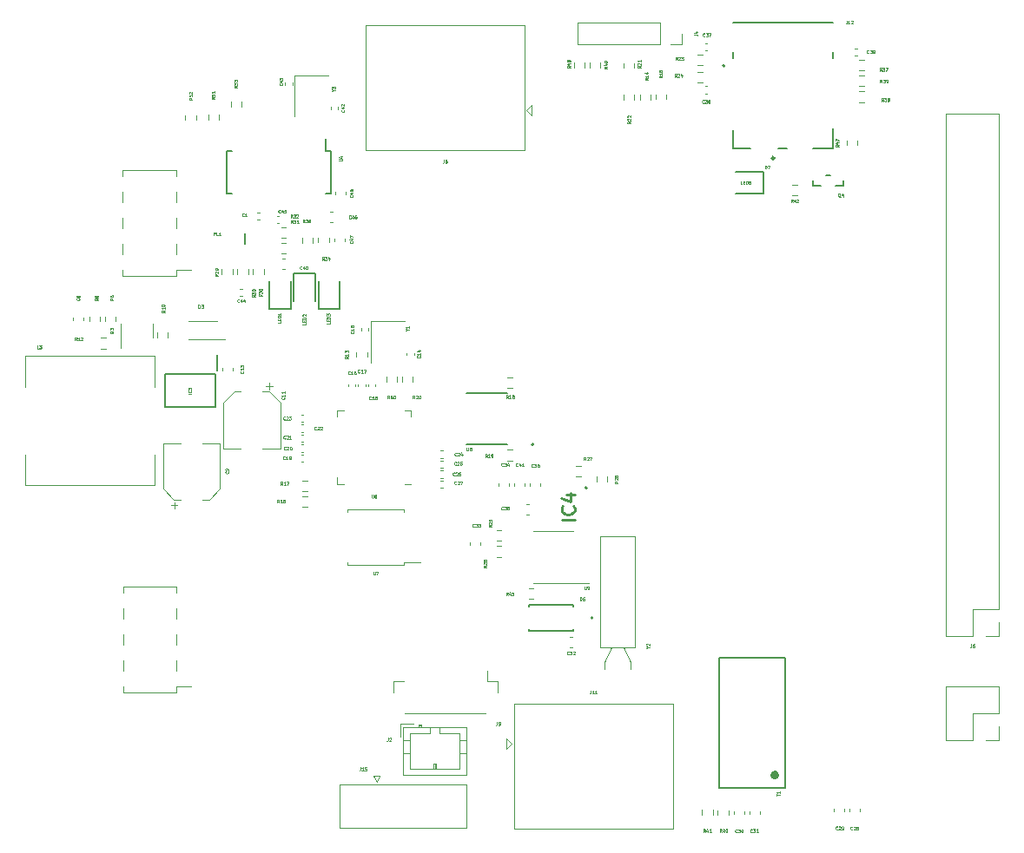
<source format=gbr>
G04 #@! TF.GenerationSoftware,KiCad,Pcbnew,(7.0.0-0)*
G04 #@! TF.CreationDate,2023-03-30T17:03:57+03:00*
G04 #@! TF.ProjectId,RP2040_minimal,52503230-3430-45f6-9d69-6e696d616c2e,REV1*
G04 #@! TF.SameCoordinates,Original*
G04 #@! TF.FileFunction,Legend,Top*
G04 #@! TF.FilePolarity,Positive*
%FSLAX46Y46*%
G04 Gerber Fmt 4.6, Leading zero omitted, Abs format (unit mm)*
G04 Created by KiCad (PCBNEW (7.0.0-0)) date 2023-03-30 17:03:57*
%MOMM*%
%LPD*%
G01*
G04 APERTURE LIST*
%ADD10C,0.075000*%
%ADD11C,0.254000*%
%ADD12C,0.127000*%
%ADD13C,0.200000*%
%ADD14C,0.120000*%
%ADD15C,0.150000*%
%ADD16C,0.250000*%
%ADD17C,0.100000*%
G04 APERTURE END LIST*
D10*
X203717143Y-40040214D02*
X203717143Y-40254500D01*
X203717143Y-40254500D02*
X203702858Y-40297357D01*
X203702858Y-40297357D02*
X203674286Y-40325928D01*
X203674286Y-40325928D02*
X203631429Y-40340214D01*
X203631429Y-40340214D02*
X203602858Y-40340214D01*
X204017143Y-40340214D02*
X203845714Y-40340214D01*
X203931429Y-40340214D02*
X203931429Y-40040214D01*
X203931429Y-40040214D02*
X203902857Y-40083071D01*
X203902857Y-40083071D02*
X203874286Y-40111642D01*
X203874286Y-40111642D02*
X203845714Y-40125928D01*
X204131428Y-40068785D02*
X204145714Y-40054500D01*
X204145714Y-40054500D02*
X204174286Y-40040214D01*
X204174286Y-40040214D02*
X204245714Y-40040214D01*
X204245714Y-40040214D02*
X204274286Y-40054500D01*
X204274286Y-40054500D02*
X204288571Y-40068785D01*
X204288571Y-40068785D02*
X204302857Y-40097357D01*
X204302857Y-40097357D02*
X204302857Y-40125928D01*
X204302857Y-40125928D02*
X204288571Y-40168785D01*
X204288571Y-40168785D02*
X204117143Y-40340214D01*
X204117143Y-40340214D02*
X204302857Y-40340214D01*
X178772143Y-105410214D02*
X178772143Y-105624500D01*
X178772143Y-105624500D02*
X178757858Y-105667357D01*
X178757858Y-105667357D02*
X178729286Y-105695928D01*
X178729286Y-105695928D02*
X178686429Y-105710214D01*
X178686429Y-105710214D02*
X178657858Y-105710214D01*
X179072143Y-105710214D02*
X178900714Y-105710214D01*
X178986429Y-105710214D02*
X178986429Y-105410214D01*
X178986429Y-105410214D02*
X178957857Y-105453071D01*
X178957857Y-105453071D02*
X178929286Y-105481642D01*
X178929286Y-105481642D02*
X178900714Y-105495928D01*
X179357857Y-105710214D02*
X179186428Y-105710214D01*
X179272143Y-105710214D02*
X179272143Y-105410214D01*
X179272143Y-105410214D02*
X179243571Y-105453071D01*
X179243571Y-105453071D02*
X179215000Y-105481642D01*
X179215000Y-105481642D02*
X179186428Y-105495928D01*
X198447143Y-57790214D02*
X198347143Y-57647357D01*
X198275714Y-57790214D02*
X198275714Y-57490214D01*
X198275714Y-57490214D02*
X198390000Y-57490214D01*
X198390000Y-57490214D02*
X198418571Y-57504500D01*
X198418571Y-57504500D02*
X198432857Y-57518785D01*
X198432857Y-57518785D02*
X198447143Y-57547357D01*
X198447143Y-57547357D02*
X198447143Y-57590214D01*
X198447143Y-57590214D02*
X198432857Y-57618785D01*
X198432857Y-57618785D02*
X198418571Y-57633071D01*
X198418571Y-57633071D02*
X198390000Y-57647357D01*
X198390000Y-57647357D02*
X198275714Y-57647357D01*
X198704286Y-57590214D02*
X198704286Y-57790214D01*
X198632857Y-57475928D02*
X198561428Y-57690214D01*
X198561428Y-57690214D02*
X198747143Y-57690214D01*
X198847142Y-57518785D02*
X198861428Y-57504500D01*
X198861428Y-57504500D02*
X198890000Y-57490214D01*
X198890000Y-57490214D02*
X198961428Y-57490214D01*
X198961428Y-57490214D02*
X198990000Y-57504500D01*
X198990000Y-57504500D02*
X199004285Y-57518785D01*
X199004285Y-57518785D02*
X199018571Y-57547357D01*
X199018571Y-57547357D02*
X199018571Y-57575928D01*
X199018571Y-57575928D02*
X199004285Y-57618785D01*
X199004285Y-57618785D02*
X198832857Y-57790214D01*
X198832857Y-57790214D02*
X199018571Y-57790214D01*
X137220214Y-68322856D02*
X137077357Y-68422856D01*
X137220214Y-68494285D02*
X136920214Y-68494285D01*
X136920214Y-68494285D02*
X136920214Y-68379999D01*
X136920214Y-68379999D02*
X136934500Y-68351428D01*
X136934500Y-68351428D02*
X136948785Y-68337142D01*
X136948785Y-68337142D02*
X136977357Y-68322856D01*
X136977357Y-68322856D02*
X137020214Y-68322856D01*
X137020214Y-68322856D02*
X137048785Y-68337142D01*
X137048785Y-68337142D02*
X137063071Y-68351428D01*
X137063071Y-68351428D02*
X137077357Y-68379999D01*
X137077357Y-68379999D02*
X137077357Y-68494285D01*
X137220214Y-68037142D02*
X137220214Y-68208571D01*
X137220214Y-68122856D02*
X136920214Y-68122856D01*
X136920214Y-68122856D02*
X136963071Y-68151428D01*
X136963071Y-68151428D02*
X136991642Y-68179999D01*
X136991642Y-68179999D02*
X137005928Y-68208571D01*
X136920214Y-67851428D02*
X136920214Y-67822857D01*
X136920214Y-67822857D02*
X136934500Y-67794285D01*
X136934500Y-67794285D02*
X136948785Y-67780000D01*
X136948785Y-67780000D02*
X136977357Y-67765714D01*
X136977357Y-67765714D02*
X137034500Y-67751428D01*
X137034500Y-67751428D02*
X137105928Y-67751428D01*
X137105928Y-67751428D02*
X137163071Y-67765714D01*
X137163071Y-67765714D02*
X137191642Y-67780000D01*
X137191642Y-67780000D02*
X137205928Y-67794285D01*
X137205928Y-67794285D02*
X137220214Y-67822857D01*
X137220214Y-67822857D02*
X137220214Y-67851428D01*
X137220214Y-67851428D02*
X137205928Y-67880000D01*
X137205928Y-67880000D02*
X137191642Y-67894285D01*
X137191642Y-67894285D02*
X137163071Y-67908571D01*
X137163071Y-67908571D02*
X137105928Y-67922857D01*
X137105928Y-67922857D02*
X137034500Y-67922857D01*
X137034500Y-67922857D02*
X136977357Y-67908571D01*
X136977357Y-67908571D02*
X136948785Y-67894285D01*
X136948785Y-67894285D02*
X136934500Y-67880000D01*
X136934500Y-67880000D02*
X136920214Y-67851428D01*
X205867143Y-43201642D02*
X205852857Y-43215928D01*
X205852857Y-43215928D02*
X205810000Y-43230214D01*
X205810000Y-43230214D02*
X205781428Y-43230214D01*
X205781428Y-43230214D02*
X205738571Y-43215928D01*
X205738571Y-43215928D02*
X205710000Y-43187357D01*
X205710000Y-43187357D02*
X205695714Y-43158785D01*
X205695714Y-43158785D02*
X205681428Y-43101642D01*
X205681428Y-43101642D02*
X205681428Y-43058785D01*
X205681428Y-43058785D02*
X205695714Y-43001642D01*
X205695714Y-43001642D02*
X205710000Y-42973071D01*
X205710000Y-42973071D02*
X205738571Y-42944500D01*
X205738571Y-42944500D02*
X205781428Y-42930214D01*
X205781428Y-42930214D02*
X205810000Y-42930214D01*
X205810000Y-42930214D02*
X205852857Y-42944500D01*
X205852857Y-42944500D02*
X205867143Y-42958785D01*
X205967143Y-42930214D02*
X206152857Y-42930214D01*
X206152857Y-42930214D02*
X206052857Y-43044500D01*
X206052857Y-43044500D02*
X206095714Y-43044500D01*
X206095714Y-43044500D02*
X206124286Y-43058785D01*
X206124286Y-43058785D02*
X206138571Y-43073071D01*
X206138571Y-43073071D02*
X206152857Y-43101642D01*
X206152857Y-43101642D02*
X206152857Y-43173071D01*
X206152857Y-43173071D02*
X206138571Y-43201642D01*
X206138571Y-43201642D02*
X206124286Y-43215928D01*
X206124286Y-43215928D02*
X206095714Y-43230214D01*
X206095714Y-43230214D02*
X206010000Y-43230214D01*
X206010000Y-43230214D02*
X205981428Y-43215928D01*
X205981428Y-43215928D02*
X205967143Y-43201642D01*
X206295714Y-43230214D02*
X206352857Y-43230214D01*
X206352857Y-43230214D02*
X206381428Y-43215928D01*
X206381428Y-43215928D02*
X206395714Y-43201642D01*
X206395714Y-43201642D02*
X206424285Y-43158785D01*
X206424285Y-43158785D02*
X206438571Y-43101642D01*
X206438571Y-43101642D02*
X206438571Y-42987357D01*
X206438571Y-42987357D02*
X206424285Y-42958785D01*
X206424285Y-42958785D02*
X206410000Y-42944500D01*
X206410000Y-42944500D02*
X206381428Y-42930214D01*
X206381428Y-42930214D02*
X206324285Y-42930214D01*
X206324285Y-42930214D02*
X206295714Y-42944500D01*
X206295714Y-42944500D02*
X206281428Y-42958785D01*
X206281428Y-42958785D02*
X206267142Y-42987357D01*
X206267142Y-42987357D02*
X206267142Y-43058785D01*
X206267142Y-43058785D02*
X206281428Y-43087357D01*
X206281428Y-43087357D02*
X206295714Y-43101642D01*
X206295714Y-43101642D02*
X206324285Y-43115928D01*
X206324285Y-43115928D02*
X206381428Y-43115928D01*
X206381428Y-43115928D02*
X206410000Y-43101642D01*
X206410000Y-43101642D02*
X206424285Y-43087357D01*
X206424285Y-43087357D02*
X206438571Y-43058785D01*
X194497143Y-119211642D02*
X194482857Y-119225928D01*
X194482857Y-119225928D02*
X194440000Y-119240214D01*
X194440000Y-119240214D02*
X194411428Y-119240214D01*
X194411428Y-119240214D02*
X194368571Y-119225928D01*
X194368571Y-119225928D02*
X194340000Y-119197357D01*
X194340000Y-119197357D02*
X194325714Y-119168785D01*
X194325714Y-119168785D02*
X194311428Y-119111642D01*
X194311428Y-119111642D02*
X194311428Y-119068785D01*
X194311428Y-119068785D02*
X194325714Y-119011642D01*
X194325714Y-119011642D02*
X194340000Y-118983071D01*
X194340000Y-118983071D02*
X194368571Y-118954500D01*
X194368571Y-118954500D02*
X194411428Y-118940214D01*
X194411428Y-118940214D02*
X194440000Y-118940214D01*
X194440000Y-118940214D02*
X194482857Y-118954500D01*
X194482857Y-118954500D02*
X194497143Y-118968785D01*
X194597143Y-118940214D02*
X194782857Y-118940214D01*
X194782857Y-118940214D02*
X194682857Y-119054500D01*
X194682857Y-119054500D02*
X194725714Y-119054500D01*
X194725714Y-119054500D02*
X194754286Y-119068785D01*
X194754286Y-119068785D02*
X194768571Y-119083071D01*
X194768571Y-119083071D02*
X194782857Y-119111642D01*
X194782857Y-119111642D02*
X194782857Y-119183071D01*
X194782857Y-119183071D02*
X194768571Y-119211642D01*
X194768571Y-119211642D02*
X194754286Y-119225928D01*
X194754286Y-119225928D02*
X194725714Y-119240214D01*
X194725714Y-119240214D02*
X194640000Y-119240214D01*
X194640000Y-119240214D02*
X194611428Y-119225928D01*
X194611428Y-119225928D02*
X194597143Y-119211642D01*
X195068571Y-119240214D02*
X194897142Y-119240214D01*
X194982857Y-119240214D02*
X194982857Y-118940214D01*
X194982857Y-118940214D02*
X194954285Y-118983071D01*
X194954285Y-118983071D02*
X194925714Y-119011642D01*
X194925714Y-119011642D02*
X194897142Y-119025928D01*
X169100214Y-89292856D02*
X168957357Y-89392856D01*
X169100214Y-89464285D02*
X168800214Y-89464285D01*
X168800214Y-89464285D02*
X168800214Y-89349999D01*
X168800214Y-89349999D02*
X168814500Y-89321428D01*
X168814500Y-89321428D02*
X168828785Y-89307142D01*
X168828785Y-89307142D02*
X168857357Y-89292856D01*
X168857357Y-89292856D02*
X168900214Y-89292856D01*
X168900214Y-89292856D02*
X168928785Y-89307142D01*
X168928785Y-89307142D02*
X168943071Y-89321428D01*
X168943071Y-89321428D02*
X168957357Y-89349999D01*
X168957357Y-89349999D02*
X168957357Y-89464285D01*
X168828785Y-89178571D02*
X168814500Y-89164285D01*
X168814500Y-89164285D02*
X168800214Y-89135714D01*
X168800214Y-89135714D02*
X168800214Y-89064285D01*
X168800214Y-89064285D02*
X168814500Y-89035714D01*
X168814500Y-89035714D02*
X168828785Y-89021428D01*
X168828785Y-89021428D02*
X168857357Y-89007142D01*
X168857357Y-89007142D02*
X168885928Y-89007142D01*
X168885928Y-89007142D02*
X168928785Y-89021428D01*
X168928785Y-89021428D02*
X169100214Y-89192856D01*
X169100214Y-89192856D02*
X169100214Y-89007142D01*
X168800214Y-88735714D02*
X168800214Y-88878571D01*
X168800214Y-88878571D02*
X168943071Y-88892857D01*
X168943071Y-88892857D02*
X168928785Y-88878571D01*
X168928785Y-88878571D02*
X168914500Y-88850000D01*
X168914500Y-88850000D02*
X168914500Y-88778571D01*
X168914500Y-88778571D02*
X168928785Y-88750000D01*
X168928785Y-88750000D02*
X168943071Y-88735714D01*
X168943071Y-88735714D02*
X168971642Y-88721428D01*
X168971642Y-88721428D02*
X169043071Y-88721428D01*
X169043071Y-88721428D02*
X169071642Y-88735714D01*
X169071642Y-88735714D02*
X169085928Y-88750000D01*
X169085928Y-88750000D02*
X169100214Y-88778571D01*
X169100214Y-88778571D02*
X169100214Y-88850000D01*
X169100214Y-88850000D02*
X169085928Y-88878571D01*
X169085928Y-88878571D02*
X169071642Y-88892857D01*
X148367143Y-87100214D02*
X148267143Y-86957357D01*
X148195714Y-87100214D02*
X148195714Y-86800214D01*
X148195714Y-86800214D02*
X148310000Y-86800214D01*
X148310000Y-86800214D02*
X148338571Y-86814500D01*
X148338571Y-86814500D02*
X148352857Y-86828785D01*
X148352857Y-86828785D02*
X148367143Y-86857357D01*
X148367143Y-86857357D02*
X148367143Y-86900214D01*
X148367143Y-86900214D02*
X148352857Y-86928785D01*
X148352857Y-86928785D02*
X148338571Y-86943071D01*
X148338571Y-86943071D02*
X148310000Y-86957357D01*
X148310000Y-86957357D02*
X148195714Y-86957357D01*
X148652857Y-87100214D02*
X148481428Y-87100214D01*
X148567143Y-87100214D02*
X148567143Y-86800214D01*
X148567143Y-86800214D02*
X148538571Y-86843071D01*
X148538571Y-86843071D02*
X148510000Y-86871642D01*
X148510000Y-86871642D02*
X148481428Y-86885928D01*
X148910000Y-86800214D02*
X148852857Y-86800214D01*
X148852857Y-86800214D02*
X148824285Y-86814500D01*
X148824285Y-86814500D02*
X148810000Y-86828785D01*
X148810000Y-86828785D02*
X148781428Y-86871642D01*
X148781428Y-86871642D02*
X148767142Y-86928785D01*
X148767142Y-86928785D02*
X148767142Y-87043071D01*
X148767142Y-87043071D02*
X148781428Y-87071642D01*
X148781428Y-87071642D02*
X148795714Y-87085928D01*
X148795714Y-87085928D02*
X148824285Y-87100214D01*
X148824285Y-87100214D02*
X148881428Y-87100214D01*
X148881428Y-87100214D02*
X148910000Y-87085928D01*
X148910000Y-87085928D02*
X148924285Y-87071642D01*
X148924285Y-87071642D02*
X148938571Y-87043071D01*
X148938571Y-87043071D02*
X148938571Y-86971642D01*
X148938571Y-86971642D02*
X148924285Y-86943071D01*
X148924285Y-86943071D02*
X148910000Y-86928785D01*
X148910000Y-86928785D02*
X148881428Y-86914500D01*
X148881428Y-86914500D02*
X148824285Y-86914500D01*
X148824285Y-86914500D02*
X148795714Y-86928785D01*
X148795714Y-86928785D02*
X148781428Y-86943071D01*
X148781428Y-86943071D02*
X148767142Y-86971642D01*
X161597143Y-76940214D02*
X161497143Y-76797357D01*
X161425714Y-76940214D02*
X161425714Y-76640214D01*
X161425714Y-76640214D02*
X161540000Y-76640214D01*
X161540000Y-76640214D02*
X161568571Y-76654500D01*
X161568571Y-76654500D02*
X161582857Y-76668785D01*
X161582857Y-76668785D02*
X161597143Y-76697357D01*
X161597143Y-76697357D02*
X161597143Y-76740214D01*
X161597143Y-76740214D02*
X161582857Y-76768785D01*
X161582857Y-76768785D02*
X161568571Y-76783071D01*
X161568571Y-76783071D02*
X161540000Y-76797357D01*
X161540000Y-76797357D02*
X161425714Y-76797357D01*
X161711428Y-76668785D02*
X161725714Y-76654500D01*
X161725714Y-76654500D02*
X161754286Y-76640214D01*
X161754286Y-76640214D02*
X161825714Y-76640214D01*
X161825714Y-76640214D02*
X161854286Y-76654500D01*
X161854286Y-76654500D02*
X161868571Y-76668785D01*
X161868571Y-76668785D02*
X161882857Y-76697357D01*
X161882857Y-76697357D02*
X161882857Y-76725928D01*
X161882857Y-76725928D02*
X161868571Y-76768785D01*
X161868571Y-76768785D02*
X161697143Y-76940214D01*
X161697143Y-76940214D02*
X161882857Y-76940214D01*
X162068571Y-76640214D02*
X162097142Y-76640214D01*
X162097142Y-76640214D02*
X162125714Y-76654500D01*
X162125714Y-76654500D02*
X162140000Y-76668785D01*
X162140000Y-76668785D02*
X162154285Y-76697357D01*
X162154285Y-76697357D02*
X162168571Y-76754500D01*
X162168571Y-76754500D02*
X162168571Y-76825928D01*
X162168571Y-76825928D02*
X162154285Y-76883071D01*
X162154285Y-76883071D02*
X162140000Y-76911642D01*
X162140000Y-76911642D02*
X162125714Y-76925928D01*
X162125714Y-76925928D02*
X162097142Y-76940214D01*
X162097142Y-76940214D02*
X162068571Y-76940214D01*
X162068571Y-76940214D02*
X162040000Y-76925928D01*
X162040000Y-76925928D02*
X162025714Y-76911642D01*
X162025714Y-76911642D02*
X162011428Y-76883071D01*
X162011428Y-76883071D02*
X161997142Y-76825928D01*
X161997142Y-76825928D02*
X161997142Y-76754500D01*
X161997142Y-76754500D02*
X162011428Y-76697357D01*
X162011428Y-76697357D02*
X162025714Y-76668785D01*
X162025714Y-76668785D02*
X162040000Y-76654500D01*
X162040000Y-76654500D02*
X162068571Y-76640214D01*
X148947143Y-82841642D02*
X148932857Y-82855928D01*
X148932857Y-82855928D02*
X148890000Y-82870214D01*
X148890000Y-82870214D02*
X148861428Y-82870214D01*
X148861428Y-82870214D02*
X148818571Y-82855928D01*
X148818571Y-82855928D02*
X148790000Y-82827357D01*
X148790000Y-82827357D02*
X148775714Y-82798785D01*
X148775714Y-82798785D02*
X148761428Y-82741642D01*
X148761428Y-82741642D02*
X148761428Y-82698785D01*
X148761428Y-82698785D02*
X148775714Y-82641642D01*
X148775714Y-82641642D02*
X148790000Y-82613071D01*
X148790000Y-82613071D02*
X148818571Y-82584500D01*
X148818571Y-82584500D02*
X148861428Y-82570214D01*
X148861428Y-82570214D02*
X148890000Y-82570214D01*
X148890000Y-82570214D02*
X148932857Y-82584500D01*
X148932857Y-82584500D02*
X148947143Y-82598785D01*
X149232857Y-82870214D02*
X149061428Y-82870214D01*
X149147143Y-82870214D02*
X149147143Y-82570214D01*
X149147143Y-82570214D02*
X149118571Y-82613071D01*
X149118571Y-82613071D02*
X149090000Y-82641642D01*
X149090000Y-82641642D02*
X149061428Y-82655928D01*
X149375714Y-82870214D02*
X149432857Y-82870214D01*
X149432857Y-82870214D02*
X149461428Y-82855928D01*
X149461428Y-82855928D02*
X149475714Y-82841642D01*
X149475714Y-82841642D02*
X149504285Y-82798785D01*
X149504285Y-82798785D02*
X149518571Y-82741642D01*
X149518571Y-82741642D02*
X149518571Y-82627357D01*
X149518571Y-82627357D02*
X149504285Y-82598785D01*
X149504285Y-82598785D02*
X149490000Y-82584500D01*
X149490000Y-82584500D02*
X149461428Y-82570214D01*
X149461428Y-82570214D02*
X149404285Y-82570214D01*
X149404285Y-82570214D02*
X149375714Y-82584500D01*
X149375714Y-82584500D02*
X149361428Y-82598785D01*
X149361428Y-82598785D02*
X149347142Y-82627357D01*
X149347142Y-82627357D02*
X149347142Y-82698785D01*
X149347142Y-82698785D02*
X149361428Y-82727357D01*
X149361428Y-82727357D02*
X149375714Y-82741642D01*
X149375714Y-82741642D02*
X149404285Y-82755928D01*
X149404285Y-82755928D02*
X149461428Y-82755928D01*
X149461428Y-82755928D02*
X149490000Y-82741642D01*
X149490000Y-82741642D02*
X149504285Y-82727357D01*
X149504285Y-82727357D02*
X149518571Y-82698785D01*
X142450214Y-64812856D02*
X142307357Y-64912856D01*
X142450214Y-64984285D02*
X142150214Y-64984285D01*
X142150214Y-64984285D02*
X142150214Y-64869999D01*
X142150214Y-64869999D02*
X142164500Y-64841428D01*
X142164500Y-64841428D02*
X142178785Y-64827142D01*
X142178785Y-64827142D02*
X142207357Y-64812856D01*
X142207357Y-64812856D02*
X142250214Y-64812856D01*
X142250214Y-64812856D02*
X142278785Y-64827142D01*
X142278785Y-64827142D02*
X142293071Y-64841428D01*
X142293071Y-64841428D02*
X142307357Y-64869999D01*
X142307357Y-64869999D02*
X142307357Y-64984285D01*
X142178785Y-64698571D02*
X142164500Y-64684285D01*
X142164500Y-64684285D02*
X142150214Y-64655714D01*
X142150214Y-64655714D02*
X142150214Y-64584285D01*
X142150214Y-64584285D02*
X142164500Y-64555714D01*
X142164500Y-64555714D02*
X142178785Y-64541428D01*
X142178785Y-64541428D02*
X142207357Y-64527142D01*
X142207357Y-64527142D02*
X142235928Y-64527142D01*
X142235928Y-64527142D02*
X142278785Y-64541428D01*
X142278785Y-64541428D02*
X142450214Y-64712856D01*
X142450214Y-64712856D02*
X142450214Y-64527142D01*
X142450214Y-64384285D02*
X142450214Y-64327142D01*
X142450214Y-64327142D02*
X142435928Y-64298571D01*
X142435928Y-64298571D02*
X142421642Y-64284285D01*
X142421642Y-64284285D02*
X142378785Y-64255714D01*
X142378785Y-64255714D02*
X142321642Y-64241428D01*
X142321642Y-64241428D02*
X142207357Y-64241428D01*
X142207357Y-64241428D02*
X142178785Y-64255714D01*
X142178785Y-64255714D02*
X142164500Y-64270000D01*
X142164500Y-64270000D02*
X142150214Y-64298571D01*
X142150214Y-64298571D02*
X142150214Y-64355714D01*
X142150214Y-64355714D02*
X142164500Y-64384285D01*
X142164500Y-64384285D02*
X142178785Y-64398571D01*
X142178785Y-64398571D02*
X142207357Y-64412857D01*
X142207357Y-64412857D02*
X142278785Y-64412857D01*
X142278785Y-64412857D02*
X142307357Y-64398571D01*
X142307357Y-64398571D02*
X142321642Y-64384285D01*
X142321642Y-64384285D02*
X142335928Y-64355714D01*
X142335928Y-64355714D02*
X142335928Y-64298571D01*
X142335928Y-64298571D02*
X142321642Y-64270000D01*
X142321642Y-64270000D02*
X142307357Y-64255714D01*
X142307357Y-64255714D02*
X142278785Y-64241428D01*
X144861642Y-74262856D02*
X144875928Y-74277142D01*
X144875928Y-74277142D02*
X144890214Y-74319999D01*
X144890214Y-74319999D02*
X144890214Y-74348571D01*
X144890214Y-74348571D02*
X144875928Y-74391428D01*
X144875928Y-74391428D02*
X144847357Y-74419999D01*
X144847357Y-74419999D02*
X144818785Y-74434285D01*
X144818785Y-74434285D02*
X144761642Y-74448571D01*
X144761642Y-74448571D02*
X144718785Y-74448571D01*
X144718785Y-74448571D02*
X144661642Y-74434285D01*
X144661642Y-74434285D02*
X144633071Y-74419999D01*
X144633071Y-74419999D02*
X144604500Y-74391428D01*
X144604500Y-74391428D02*
X144590214Y-74348571D01*
X144590214Y-74348571D02*
X144590214Y-74319999D01*
X144590214Y-74319999D02*
X144604500Y-74277142D01*
X144604500Y-74277142D02*
X144618785Y-74262856D01*
X144890214Y-73977142D02*
X144890214Y-74148571D01*
X144890214Y-74062856D02*
X144590214Y-74062856D01*
X144590214Y-74062856D02*
X144633071Y-74091428D01*
X144633071Y-74091428D02*
X144661642Y-74119999D01*
X144661642Y-74119999D02*
X144675928Y-74148571D01*
X144590214Y-73877142D02*
X144590214Y-73691428D01*
X144590214Y-73691428D02*
X144704500Y-73791428D01*
X144704500Y-73791428D02*
X144704500Y-73748571D01*
X144704500Y-73748571D02*
X144718785Y-73720000D01*
X144718785Y-73720000D02*
X144733071Y-73705714D01*
X144733071Y-73705714D02*
X144761642Y-73691428D01*
X144761642Y-73691428D02*
X144833071Y-73691428D01*
X144833071Y-73691428D02*
X144861642Y-73705714D01*
X144861642Y-73705714D02*
X144875928Y-73720000D01*
X144875928Y-73720000D02*
X144890214Y-73748571D01*
X144890214Y-73748571D02*
X144890214Y-73834285D01*
X144890214Y-73834285D02*
X144875928Y-73862857D01*
X144875928Y-73862857D02*
X144861642Y-73877142D01*
X144487143Y-67501642D02*
X144472857Y-67515928D01*
X144472857Y-67515928D02*
X144430000Y-67530214D01*
X144430000Y-67530214D02*
X144401428Y-67530214D01*
X144401428Y-67530214D02*
X144358571Y-67515928D01*
X144358571Y-67515928D02*
X144330000Y-67487357D01*
X144330000Y-67487357D02*
X144315714Y-67458785D01*
X144315714Y-67458785D02*
X144301428Y-67401642D01*
X144301428Y-67401642D02*
X144301428Y-67358785D01*
X144301428Y-67358785D02*
X144315714Y-67301642D01*
X144315714Y-67301642D02*
X144330000Y-67273071D01*
X144330000Y-67273071D02*
X144358571Y-67244500D01*
X144358571Y-67244500D02*
X144401428Y-67230214D01*
X144401428Y-67230214D02*
X144430000Y-67230214D01*
X144430000Y-67230214D02*
X144472857Y-67244500D01*
X144472857Y-67244500D02*
X144487143Y-67258785D01*
X144744286Y-67330214D02*
X144744286Y-67530214D01*
X144672857Y-67215928D02*
X144601428Y-67430214D01*
X144601428Y-67430214D02*
X144787143Y-67430214D01*
X145030000Y-67330214D02*
X145030000Y-67530214D01*
X144958571Y-67215928D02*
X144887142Y-67430214D01*
X144887142Y-67430214D02*
X145072857Y-67430214D01*
X132228785Y-70341071D02*
X132214500Y-70369642D01*
X132214500Y-70369642D02*
X132185928Y-70398214D01*
X132185928Y-70398214D02*
X132143071Y-70441071D01*
X132143071Y-70441071D02*
X132128785Y-70469642D01*
X132128785Y-70469642D02*
X132128785Y-70498214D01*
X132200214Y-70483928D02*
X132185928Y-70512500D01*
X132185928Y-70512500D02*
X132157357Y-70541071D01*
X132157357Y-70541071D02*
X132100214Y-70555357D01*
X132100214Y-70555357D02*
X132000214Y-70555357D01*
X132000214Y-70555357D02*
X131943071Y-70541071D01*
X131943071Y-70541071D02*
X131914500Y-70512500D01*
X131914500Y-70512500D02*
X131900214Y-70483928D01*
X131900214Y-70483928D02*
X131900214Y-70426785D01*
X131900214Y-70426785D02*
X131914500Y-70398214D01*
X131914500Y-70398214D02*
X131943071Y-70369642D01*
X131943071Y-70369642D02*
X132000214Y-70355357D01*
X132000214Y-70355357D02*
X132100214Y-70355357D01*
X132100214Y-70355357D02*
X132157357Y-70369642D01*
X132157357Y-70369642D02*
X132185928Y-70398214D01*
X132185928Y-70398214D02*
X132200214Y-70426785D01*
X132200214Y-70426785D02*
X132200214Y-70483928D01*
X131900214Y-70255356D02*
X131900214Y-70069642D01*
X131900214Y-70069642D02*
X132014500Y-70169642D01*
X132014500Y-70169642D02*
X132014500Y-70126785D01*
X132014500Y-70126785D02*
X132028785Y-70098214D01*
X132028785Y-70098214D02*
X132043071Y-70083928D01*
X132043071Y-70083928D02*
X132071642Y-70069642D01*
X132071642Y-70069642D02*
X132143071Y-70069642D01*
X132143071Y-70069642D02*
X132171642Y-70083928D01*
X132171642Y-70083928D02*
X132185928Y-70098214D01*
X132185928Y-70098214D02*
X132200214Y-70126785D01*
X132200214Y-70126785D02*
X132200214Y-70212499D01*
X132200214Y-70212499D02*
X132185928Y-70241071D01*
X132185928Y-70241071D02*
X132171642Y-70255356D01*
X189877143Y-41571642D02*
X189862857Y-41585928D01*
X189862857Y-41585928D02*
X189820000Y-41600214D01*
X189820000Y-41600214D02*
X189791428Y-41600214D01*
X189791428Y-41600214D02*
X189748571Y-41585928D01*
X189748571Y-41585928D02*
X189720000Y-41557357D01*
X189720000Y-41557357D02*
X189705714Y-41528785D01*
X189705714Y-41528785D02*
X189691428Y-41471642D01*
X189691428Y-41471642D02*
X189691428Y-41428785D01*
X189691428Y-41428785D02*
X189705714Y-41371642D01*
X189705714Y-41371642D02*
X189720000Y-41343071D01*
X189720000Y-41343071D02*
X189748571Y-41314500D01*
X189748571Y-41314500D02*
X189791428Y-41300214D01*
X189791428Y-41300214D02*
X189820000Y-41300214D01*
X189820000Y-41300214D02*
X189862857Y-41314500D01*
X189862857Y-41314500D02*
X189877143Y-41328785D01*
X189977143Y-41300214D02*
X190162857Y-41300214D01*
X190162857Y-41300214D02*
X190062857Y-41414500D01*
X190062857Y-41414500D02*
X190105714Y-41414500D01*
X190105714Y-41414500D02*
X190134286Y-41428785D01*
X190134286Y-41428785D02*
X190148571Y-41443071D01*
X190148571Y-41443071D02*
X190162857Y-41471642D01*
X190162857Y-41471642D02*
X190162857Y-41543071D01*
X190162857Y-41543071D02*
X190148571Y-41571642D01*
X190148571Y-41571642D02*
X190134286Y-41585928D01*
X190134286Y-41585928D02*
X190105714Y-41600214D01*
X190105714Y-41600214D02*
X190020000Y-41600214D01*
X190020000Y-41600214D02*
X189991428Y-41585928D01*
X189991428Y-41585928D02*
X189977143Y-41571642D01*
X190262857Y-41300214D02*
X190462857Y-41300214D01*
X190462857Y-41300214D02*
X190334285Y-41600214D01*
X170237143Y-87751642D02*
X170222857Y-87765928D01*
X170222857Y-87765928D02*
X170180000Y-87780214D01*
X170180000Y-87780214D02*
X170151428Y-87780214D01*
X170151428Y-87780214D02*
X170108571Y-87765928D01*
X170108571Y-87765928D02*
X170080000Y-87737357D01*
X170080000Y-87737357D02*
X170065714Y-87708785D01*
X170065714Y-87708785D02*
X170051428Y-87651642D01*
X170051428Y-87651642D02*
X170051428Y-87608785D01*
X170051428Y-87608785D02*
X170065714Y-87551642D01*
X170065714Y-87551642D02*
X170080000Y-87523071D01*
X170080000Y-87523071D02*
X170108571Y-87494500D01*
X170108571Y-87494500D02*
X170151428Y-87480214D01*
X170151428Y-87480214D02*
X170180000Y-87480214D01*
X170180000Y-87480214D02*
X170222857Y-87494500D01*
X170222857Y-87494500D02*
X170237143Y-87508785D01*
X170337143Y-87480214D02*
X170522857Y-87480214D01*
X170522857Y-87480214D02*
X170422857Y-87594500D01*
X170422857Y-87594500D02*
X170465714Y-87594500D01*
X170465714Y-87594500D02*
X170494286Y-87608785D01*
X170494286Y-87608785D02*
X170508571Y-87623071D01*
X170508571Y-87623071D02*
X170522857Y-87651642D01*
X170522857Y-87651642D02*
X170522857Y-87723071D01*
X170522857Y-87723071D02*
X170508571Y-87751642D01*
X170508571Y-87751642D02*
X170494286Y-87765928D01*
X170494286Y-87765928D02*
X170465714Y-87780214D01*
X170465714Y-87780214D02*
X170380000Y-87780214D01*
X170380000Y-87780214D02*
X170351428Y-87765928D01*
X170351428Y-87765928D02*
X170337143Y-87751642D01*
X170794285Y-87480214D02*
X170651428Y-87480214D01*
X170651428Y-87480214D02*
X170637142Y-87623071D01*
X170637142Y-87623071D02*
X170651428Y-87608785D01*
X170651428Y-87608785D02*
X170680000Y-87594500D01*
X170680000Y-87594500D02*
X170751428Y-87594500D01*
X170751428Y-87594500D02*
X170780000Y-87608785D01*
X170780000Y-87608785D02*
X170794285Y-87623071D01*
X170794285Y-87623071D02*
X170808571Y-87651642D01*
X170808571Y-87651642D02*
X170808571Y-87723071D01*
X170808571Y-87723071D02*
X170794285Y-87751642D01*
X170794285Y-87751642D02*
X170780000Y-87765928D01*
X170780000Y-87765928D02*
X170751428Y-87780214D01*
X170751428Y-87780214D02*
X170680000Y-87780214D01*
X170680000Y-87780214D02*
X170651428Y-87765928D01*
X170651428Y-87765928D02*
X170637142Y-87751642D01*
X159127143Y-76940214D02*
X159027143Y-76797357D01*
X158955714Y-76940214D02*
X158955714Y-76640214D01*
X158955714Y-76640214D02*
X159070000Y-76640214D01*
X159070000Y-76640214D02*
X159098571Y-76654500D01*
X159098571Y-76654500D02*
X159112857Y-76668785D01*
X159112857Y-76668785D02*
X159127143Y-76697357D01*
X159127143Y-76697357D02*
X159127143Y-76740214D01*
X159127143Y-76740214D02*
X159112857Y-76768785D01*
X159112857Y-76768785D02*
X159098571Y-76783071D01*
X159098571Y-76783071D02*
X159070000Y-76797357D01*
X159070000Y-76797357D02*
X158955714Y-76797357D01*
X159398571Y-76640214D02*
X159255714Y-76640214D01*
X159255714Y-76640214D02*
X159241428Y-76783071D01*
X159241428Y-76783071D02*
X159255714Y-76768785D01*
X159255714Y-76768785D02*
X159284286Y-76754500D01*
X159284286Y-76754500D02*
X159355714Y-76754500D01*
X159355714Y-76754500D02*
X159384286Y-76768785D01*
X159384286Y-76768785D02*
X159398571Y-76783071D01*
X159398571Y-76783071D02*
X159412857Y-76811642D01*
X159412857Y-76811642D02*
X159412857Y-76883071D01*
X159412857Y-76883071D02*
X159398571Y-76911642D01*
X159398571Y-76911642D02*
X159384286Y-76925928D01*
X159384286Y-76925928D02*
X159355714Y-76940214D01*
X159355714Y-76940214D02*
X159284286Y-76940214D01*
X159284286Y-76940214D02*
X159255714Y-76925928D01*
X159255714Y-76925928D02*
X159241428Y-76911642D01*
X159598571Y-76640214D02*
X159627142Y-76640214D01*
X159627142Y-76640214D02*
X159655714Y-76654500D01*
X159655714Y-76654500D02*
X159670000Y-76668785D01*
X159670000Y-76668785D02*
X159684285Y-76697357D01*
X159684285Y-76697357D02*
X159698571Y-76754500D01*
X159698571Y-76754500D02*
X159698571Y-76825928D01*
X159698571Y-76825928D02*
X159684285Y-76883071D01*
X159684285Y-76883071D02*
X159670000Y-76911642D01*
X159670000Y-76911642D02*
X159655714Y-76925928D01*
X159655714Y-76925928D02*
X159627142Y-76940214D01*
X159627142Y-76940214D02*
X159598571Y-76940214D01*
X159598571Y-76940214D02*
X159570000Y-76925928D01*
X159570000Y-76925928D02*
X159555714Y-76911642D01*
X159555714Y-76911642D02*
X159541428Y-76883071D01*
X159541428Y-76883071D02*
X159527142Y-76825928D01*
X159527142Y-76825928D02*
X159527142Y-76754500D01*
X159527142Y-76754500D02*
X159541428Y-76697357D01*
X159541428Y-76697357D02*
X159555714Y-76668785D01*
X159555714Y-76668785D02*
X159570000Y-76654500D01*
X159570000Y-76654500D02*
X159598571Y-76640214D01*
X148881642Y-76812856D02*
X148895928Y-76827142D01*
X148895928Y-76827142D02*
X148910214Y-76869999D01*
X148910214Y-76869999D02*
X148910214Y-76898571D01*
X148910214Y-76898571D02*
X148895928Y-76941428D01*
X148895928Y-76941428D02*
X148867357Y-76969999D01*
X148867357Y-76969999D02*
X148838785Y-76984285D01*
X148838785Y-76984285D02*
X148781642Y-76998571D01*
X148781642Y-76998571D02*
X148738785Y-76998571D01*
X148738785Y-76998571D02*
X148681642Y-76984285D01*
X148681642Y-76984285D02*
X148653071Y-76969999D01*
X148653071Y-76969999D02*
X148624500Y-76941428D01*
X148624500Y-76941428D02*
X148610214Y-76898571D01*
X148610214Y-76898571D02*
X148610214Y-76869999D01*
X148610214Y-76869999D02*
X148624500Y-76827142D01*
X148624500Y-76827142D02*
X148638785Y-76812856D01*
X148910214Y-76527142D02*
X148910214Y-76698571D01*
X148910214Y-76612856D02*
X148610214Y-76612856D01*
X148610214Y-76612856D02*
X148653071Y-76641428D01*
X148653071Y-76641428D02*
X148681642Y-76669999D01*
X148681642Y-76669999D02*
X148695928Y-76698571D01*
X148910214Y-76241428D02*
X148910214Y-76412857D01*
X148910214Y-76327142D02*
X148610214Y-76327142D01*
X148610214Y-76327142D02*
X148653071Y-76355714D01*
X148653071Y-76355714D02*
X148681642Y-76384285D01*
X148681642Y-76384285D02*
X148695928Y-76412857D01*
X154220214Y-53728571D02*
X154463071Y-53728571D01*
X154463071Y-53728571D02*
X154491642Y-53714285D01*
X154491642Y-53714285D02*
X154505928Y-53700000D01*
X154505928Y-53700000D02*
X154520214Y-53671428D01*
X154520214Y-53671428D02*
X154520214Y-53614285D01*
X154520214Y-53614285D02*
X154505928Y-53585714D01*
X154505928Y-53585714D02*
X154491642Y-53571428D01*
X154491642Y-53571428D02*
X154463071Y-53557142D01*
X154463071Y-53557142D02*
X154220214Y-53557142D01*
X154320214Y-53285714D02*
X154520214Y-53285714D01*
X154205928Y-53357142D02*
X154420214Y-53428571D01*
X154420214Y-53428571D02*
X154420214Y-53242856D01*
X193027143Y-119221642D02*
X193012857Y-119235928D01*
X193012857Y-119235928D02*
X192970000Y-119250214D01*
X192970000Y-119250214D02*
X192941428Y-119250214D01*
X192941428Y-119250214D02*
X192898571Y-119235928D01*
X192898571Y-119235928D02*
X192870000Y-119207357D01*
X192870000Y-119207357D02*
X192855714Y-119178785D01*
X192855714Y-119178785D02*
X192841428Y-119121642D01*
X192841428Y-119121642D02*
X192841428Y-119078785D01*
X192841428Y-119078785D02*
X192855714Y-119021642D01*
X192855714Y-119021642D02*
X192870000Y-118993071D01*
X192870000Y-118993071D02*
X192898571Y-118964500D01*
X192898571Y-118964500D02*
X192941428Y-118950214D01*
X192941428Y-118950214D02*
X192970000Y-118950214D01*
X192970000Y-118950214D02*
X193012857Y-118964500D01*
X193012857Y-118964500D02*
X193027143Y-118978785D01*
X193127143Y-118950214D02*
X193312857Y-118950214D01*
X193312857Y-118950214D02*
X193212857Y-119064500D01*
X193212857Y-119064500D02*
X193255714Y-119064500D01*
X193255714Y-119064500D02*
X193284286Y-119078785D01*
X193284286Y-119078785D02*
X193298571Y-119093071D01*
X193298571Y-119093071D02*
X193312857Y-119121642D01*
X193312857Y-119121642D02*
X193312857Y-119193071D01*
X193312857Y-119193071D02*
X193298571Y-119221642D01*
X193298571Y-119221642D02*
X193284286Y-119235928D01*
X193284286Y-119235928D02*
X193255714Y-119250214D01*
X193255714Y-119250214D02*
X193170000Y-119250214D01*
X193170000Y-119250214D02*
X193141428Y-119235928D01*
X193141428Y-119235928D02*
X193127143Y-119221642D01*
X193498571Y-118950214D02*
X193527142Y-118950214D01*
X193527142Y-118950214D02*
X193555714Y-118964500D01*
X193555714Y-118964500D02*
X193570000Y-118978785D01*
X193570000Y-118978785D02*
X193584285Y-119007357D01*
X193584285Y-119007357D02*
X193598571Y-119064500D01*
X193598571Y-119064500D02*
X193598571Y-119135928D01*
X193598571Y-119135928D02*
X193584285Y-119193071D01*
X193584285Y-119193071D02*
X193570000Y-119221642D01*
X193570000Y-119221642D02*
X193555714Y-119235928D01*
X193555714Y-119235928D02*
X193527142Y-119250214D01*
X193527142Y-119250214D02*
X193498571Y-119250214D01*
X193498571Y-119250214D02*
X193470000Y-119235928D01*
X193470000Y-119235928D02*
X193455714Y-119221642D01*
X193455714Y-119221642D02*
X193441428Y-119193071D01*
X193441428Y-119193071D02*
X193427142Y-119135928D01*
X193427142Y-119135928D02*
X193427142Y-119064500D01*
X193427142Y-119064500D02*
X193441428Y-119007357D01*
X193441428Y-119007357D02*
X193455714Y-118978785D01*
X193455714Y-118978785D02*
X193470000Y-118964500D01*
X193470000Y-118964500D02*
X193498571Y-118950214D01*
X176637143Y-101861642D02*
X176622857Y-101875928D01*
X176622857Y-101875928D02*
X176580000Y-101890214D01*
X176580000Y-101890214D02*
X176551428Y-101890214D01*
X176551428Y-101890214D02*
X176508571Y-101875928D01*
X176508571Y-101875928D02*
X176480000Y-101847357D01*
X176480000Y-101847357D02*
X176465714Y-101818785D01*
X176465714Y-101818785D02*
X176451428Y-101761642D01*
X176451428Y-101761642D02*
X176451428Y-101718785D01*
X176451428Y-101718785D02*
X176465714Y-101661642D01*
X176465714Y-101661642D02*
X176480000Y-101633071D01*
X176480000Y-101633071D02*
X176508571Y-101604500D01*
X176508571Y-101604500D02*
X176551428Y-101590214D01*
X176551428Y-101590214D02*
X176580000Y-101590214D01*
X176580000Y-101590214D02*
X176622857Y-101604500D01*
X176622857Y-101604500D02*
X176637143Y-101618785D01*
X176737143Y-101590214D02*
X176922857Y-101590214D01*
X176922857Y-101590214D02*
X176822857Y-101704500D01*
X176822857Y-101704500D02*
X176865714Y-101704500D01*
X176865714Y-101704500D02*
X176894286Y-101718785D01*
X176894286Y-101718785D02*
X176908571Y-101733071D01*
X176908571Y-101733071D02*
X176922857Y-101761642D01*
X176922857Y-101761642D02*
X176922857Y-101833071D01*
X176922857Y-101833071D02*
X176908571Y-101861642D01*
X176908571Y-101861642D02*
X176894286Y-101875928D01*
X176894286Y-101875928D02*
X176865714Y-101890214D01*
X176865714Y-101890214D02*
X176780000Y-101890214D01*
X176780000Y-101890214D02*
X176751428Y-101875928D01*
X176751428Y-101875928D02*
X176737143Y-101861642D01*
X177037142Y-101618785D02*
X177051428Y-101604500D01*
X177051428Y-101604500D02*
X177080000Y-101590214D01*
X177080000Y-101590214D02*
X177151428Y-101590214D01*
X177151428Y-101590214D02*
X177180000Y-101604500D01*
X177180000Y-101604500D02*
X177194285Y-101618785D01*
X177194285Y-101618785D02*
X177208571Y-101647357D01*
X177208571Y-101647357D02*
X177208571Y-101675928D01*
X177208571Y-101675928D02*
X177194285Y-101718785D01*
X177194285Y-101718785D02*
X177022857Y-101890214D01*
X177022857Y-101890214D02*
X177208571Y-101890214D01*
X139910214Y-47592856D02*
X139767357Y-47692856D01*
X139910214Y-47764285D02*
X139610214Y-47764285D01*
X139610214Y-47764285D02*
X139610214Y-47649999D01*
X139610214Y-47649999D02*
X139624500Y-47621428D01*
X139624500Y-47621428D02*
X139638785Y-47607142D01*
X139638785Y-47607142D02*
X139667357Y-47592856D01*
X139667357Y-47592856D02*
X139710214Y-47592856D01*
X139710214Y-47592856D02*
X139738785Y-47607142D01*
X139738785Y-47607142D02*
X139753071Y-47621428D01*
X139753071Y-47621428D02*
X139767357Y-47649999D01*
X139767357Y-47649999D02*
X139767357Y-47764285D01*
X139610214Y-47321428D02*
X139610214Y-47464285D01*
X139610214Y-47464285D02*
X139753071Y-47478571D01*
X139753071Y-47478571D02*
X139738785Y-47464285D01*
X139738785Y-47464285D02*
X139724500Y-47435714D01*
X139724500Y-47435714D02*
X139724500Y-47364285D01*
X139724500Y-47364285D02*
X139738785Y-47335714D01*
X139738785Y-47335714D02*
X139753071Y-47321428D01*
X139753071Y-47321428D02*
X139781642Y-47307142D01*
X139781642Y-47307142D02*
X139853071Y-47307142D01*
X139853071Y-47307142D02*
X139881642Y-47321428D01*
X139881642Y-47321428D02*
X139895928Y-47335714D01*
X139895928Y-47335714D02*
X139910214Y-47364285D01*
X139910214Y-47364285D02*
X139910214Y-47435714D01*
X139910214Y-47435714D02*
X139895928Y-47464285D01*
X139895928Y-47464285D02*
X139881642Y-47478571D01*
X139638785Y-47192857D02*
X139624500Y-47178571D01*
X139624500Y-47178571D02*
X139610214Y-47150000D01*
X139610214Y-47150000D02*
X139610214Y-47078571D01*
X139610214Y-47078571D02*
X139624500Y-47050000D01*
X139624500Y-47050000D02*
X139638785Y-47035714D01*
X139638785Y-47035714D02*
X139667357Y-47021428D01*
X139667357Y-47021428D02*
X139695928Y-47021428D01*
X139695928Y-47021428D02*
X139738785Y-47035714D01*
X139738785Y-47035714D02*
X139910214Y-47207142D01*
X139910214Y-47207142D02*
X139910214Y-47021428D01*
X207277143Y-47920214D02*
X207177143Y-47777357D01*
X207105714Y-47920214D02*
X207105714Y-47620214D01*
X207105714Y-47620214D02*
X207220000Y-47620214D01*
X207220000Y-47620214D02*
X207248571Y-47634500D01*
X207248571Y-47634500D02*
X207262857Y-47648785D01*
X207262857Y-47648785D02*
X207277143Y-47677357D01*
X207277143Y-47677357D02*
X207277143Y-47720214D01*
X207277143Y-47720214D02*
X207262857Y-47748785D01*
X207262857Y-47748785D02*
X207248571Y-47763071D01*
X207248571Y-47763071D02*
X207220000Y-47777357D01*
X207220000Y-47777357D02*
X207105714Y-47777357D01*
X207377143Y-47620214D02*
X207562857Y-47620214D01*
X207562857Y-47620214D02*
X207462857Y-47734500D01*
X207462857Y-47734500D02*
X207505714Y-47734500D01*
X207505714Y-47734500D02*
X207534286Y-47748785D01*
X207534286Y-47748785D02*
X207548571Y-47763071D01*
X207548571Y-47763071D02*
X207562857Y-47791642D01*
X207562857Y-47791642D02*
X207562857Y-47863071D01*
X207562857Y-47863071D02*
X207548571Y-47891642D01*
X207548571Y-47891642D02*
X207534286Y-47905928D01*
X207534286Y-47905928D02*
X207505714Y-47920214D01*
X207505714Y-47920214D02*
X207420000Y-47920214D01*
X207420000Y-47920214D02*
X207391428Y-47905928D01*
X207391428Y-47905928D02*
X207377143Y-47891642D01*
X207734285Y-47748785D02*
X207705714Y-47734500D01*
X207705714Y-47734500D02*
X207691428Y-47720214D01*
X207691428Y-47720214D02*
X207677142Y-47691642D01*
X207677142Y-47691642D02*
X207677142Y-47677357D01*
X207677142Y-47677357D02*
X207691428Y-47648785D01*
X207691428Y-47648785D02*
X207705714Y-47634500D01*
X207705714Y-47634500D02*
X207734285Y-47620214D01*
X207734285Y-47620214D02*
X207791428Y-47620214D01*
X207791428Y-47620214D02*
X207820000Y-47634500D01*
X207820000Y-47634500D02*
X207834285Y-47648785D01*
X207834285Y-47648785D02*
X207848571Y-47677357D01*
X207848571Y-47677357D02*
X207848571Y-47691642D01*
X207848571Y-47691642D02*
X207834285Y-47720214D01*
X207834285Y-47720214D02*
X207820000Y-47734500D01*
X207820000Y-47734500D02*
X207791428Y-47748785D01*
X207791428Y-47748785D02*
X207734285Y-47748785D01*
X207734285Y-47748785D02*
X207705714Y-47763071D01*
X207705714Y-47763071D02*
X207691428Y-47777357D01*
X207691428Y-47777357D02*
X207677142Y-47805928D01*
X207677142Y-47805928D02*
X207677142Y-47863071D01*
X207677142Y-47863071D02*
X207691428Y-47891642D01*
X207691428Y-47891642D02*
X207705714Y-47905928D01*
X207705714Y-47905928D02*
X207734285Y-47920214D01*
X207734285Y-47920214D02*
X207791428Y-47920214D01*
X207791428Y-47920214D02*
X207820000Y-47905928D01*
X207820000Y-47905928D02*
X207834285Y-47891642D01*
X207834285Y-47891642D02*
X207848571Y-47863071D01*
X207848571Y-47863071D02*
X207848571Y-47805928D01*
X207848571Y-47805928D02*
X207834285Y-47777357D01*
X207834285Y-47777357D02*
X207820000Y-47763071D01*
X207820000Y-47763071D02*
X207791428Y-47748785D01*
X149667143Y-59280214D02*
X149567143Y-59137357D01*
X149495714Y-59280214D02*
X149495714Y-58980214D01*
X149495714Y-58980214D02*
X149610000Y-58980214D01*
X149610000Y-58980214D02*
X149638571Y-58994500D01*
X149638571Y-58994500D02*
X149652857Y-59008785D01*
X149652857Y-59008785D02*
X149667143Y-59037357D01*
X149667143Y-59037357D02*
X149667143Y-59080214D01*
X149667143Y-59080214D02*
X149652857Y-59108785D01*
X149652857Y-59108785D02*
X149638571Y-59123071D01*
X149638571Y-59123071D02*
X149610000Y-59137357D01*
X149610000Y-59137357D02*
X149495714Y-59137357D01*
X149767143Y-58980214D02*
X149952857Y-58980214D01*
X149952857Y-58980214D02*
X149852857Y-59094500D01*
X149852857Y-59094500D02*
X149895714Y-59094500D01*
X149895714Y-59094500D02*
X149924286Y-59108785D01*
X149924286Y-59108785D02*
X149938571Y-59123071D01*
X149938571Y-59123071D02*
X149952857Y-59151642D01*
X149952857Y-59151642D02*
X149952857Y-59223071D01*
X149952857Y-59223071D02*
X149938571Y-59251642D01*
X149938571Y-59251642D02*
X149924286Y-59265928D01*
X149924286Y-59265928D02*
X149895714Y-59280214D01*
X149895714Y-59280214D02*
X149810000Y-59280214D01*
X149810000Y-59280214D02*
X149781428Y-59265928D01*
X149781428Y-59265928D02*
X149767143Y-59251642D01*
X150067142Y-59008785D02*
X150081428Y-58994500D01*
X150081428Y-58994500D02*
X150110000Y-58980214D01*
X150110000Y-58980214D02*
X150181428Y-58980214D01*
X150181428Y-58980214D02*
X150210000Y-58994500D01*
X150210000Y-58994500D02*
X150224285Y-59008785D01*
X150224285Y-59008785D02*
X150238571Y-59037357D01*
X150238571Y-59037357D02*
X150238571Y-59065928D01*
X150238571Y-59065928D02*
X150224285Y-59108785D01*
X150224285Y-59108785D02*
X150052857Y-59280214D01*
X150052857Y-59280214D02*
X150238571Y-59280214D01*
X149027143Y-81911642D02*
X149012857Y-81925928D01*
X149012857Y-81925928D02*
X148970000Y-81940214D01*
X148970000Y-81940214D02*
X148941428Y-81940214D01*
X148941428Y-81940214D02*
X148898571Y-81925928D01*
X148898571Y-81925928D02*
X148870000Y-81897357D01*
X148870000Y-81897357D02*
X148855714Y-81868785D01*
X148855714Y-81868785D02*
X148841428Y-81811642D01*
X148841428Y-81811642D02*
X148841428Y-81768785D01*
X148841428Y-81768785D02*
X148855714Y-81711642D01*
X148855714Y-81711642D02*
X148870000Y-81683071D01*
X148870000Y-81683071D02*
X148898571Y-81654500D01*
X148898571Y-81654500D02*
X148941428Y-81640214D01*
X148941428Y-81640214D02*
X148970000Y-81640214D01*
X148970000Y-81640214D02*
X149012857Y-81654500D01*
X149012857Y-81654500D02*
X149027143Y-81668785D01*
X149141428Y-81668785D02*
X149155714Y-81654500D01*
X149155714Y-81654500D02*
X149184286Y-81640214D01*
X149184286Y-81640214D02*
X149255714Y-81640214D01*
X149255714Y-81640214D02*
X149284286Y-81654500D01*
X149284286Y-81654500D02*
X149298571Y-81668785D01*
X149298571Y-81668785D02*
X149312857Y-81697357D01*
X149312857Y-81697357D02*
X149312857Y-81725928D01*
X149312857Y-81725928D02*
X149298571Y-81768785D01*
X149298571Y-81768785D02*
X149127143Y-81940214D01*
X149127143Y-81940214D02*
X149312857Y-81940214D01*
X149498571Y-81640214D02*
X149527142Y-81640214D01*
X149527142Y-81640214D02*
X149555714Y-81654500D01*
X149555714Y-81654500D02*
X149570000Y-81668785D01*
X149570000Y-81668785D02*
X149584285Y-81697357D01*
X149584285Y-81697357D02*
X149598571Y-81754500D01*
X149598571Y-81754500D02*
X149598571Y-81825928D01*
X149598571Y-81825928D02*
X149584285Y-81883071D01*
X149584285Y-81883071D02*
X149570000Y-81911642D01*
X149570000Y-81911642D02*
X149555714Y-81925928D01*
X149555714Y-81925928D02*
X149527142Y-81940214D01*
X149527142Y-81940214D02*
X149498571Y-81940214D01*
X149498571Y-81940214D02*
X149470000Y-81925928D01*
X149470000Y-81925928D02*
X149455714Y-81911642D01*
X149455714Y-81911642D02*
X149441428Y-81883071D01*
X149441428Y-81883071D02*
X149427142Y-81825928D01*
X149427142Y-81825928D02*
X149427142Y-81754500D01*
X149427142Y-81754500D02*
X149441428Y-81697357D01*
X149441428Y-81697357D02*
X149455714Y-81668785D01*
X149455714Y-81668785D02*
X149470000Y-81654500D01*
X149470000Y-81654500D02*
X149498571Y-81640214D01*
X165657143Y-85271642D02*
X165642857Y-85285928D01*
X165642857Y-85285928D02*
X165600000Y-85300214D01*
X165600000Y-85300214D02*
X165571428Y-85300214D01*
X165571428Y-85300214D02*
X165528571Y-85285928D01*
X165528571Y-85285928D02*
X165500000Y-85257357D01*
X165500000Y-85257357D02*
X165485714Y-85228785D01*
X165485714Y-85228785D02*
X165471428Y-85171642D01*
X165471428Y-85171642D02*
X165471428Y-85128785D01*
X165471428Y-85128785D02*
X165485714Y-85071642D01*
X165485714Y-85071642D02*
X165500000Y-85043071D01*
X165500000Y-85043071D02*
X165528571Y-85014500D01*
X165528571Y-85014500D02*
X165571428Y-85000214D01*
X165571428Y-85000214D02*
X165600000Y-85000214D01*
X165600000Y-85000214D02*
X165642857Y-85014500D01*
X165642857Y-85014500D02*
X165657143Y-85028785D01*
X165771428Y-85028785D02*
X165785714Y-85014500D01*
X165785714Y-85014500D02*
X165814286Y-85000214D01*
X165814286Y-85000214D02*
X165885714Y-85000214D01*
X165885714Y-85000214D02*
X165914286Y-85014500D01*
X165914286Y-85014500D02*
X165928571Y-85028785D01*
X165928571Y-85028785D02*
X165942857Y-85057357D01*
X165942857Y-85057357D02*
X165942857Y-85085928D01*
X165942857Y-85085928D02*
X165928571Y-85128785D01*
X165928571Y-85128785D02*
X165757143Y-85300214D01*
X165757143Y-85300214D02*
X165942857Y-85300214D01*
X166042857Y-85000214D02*
X166242857Y-85000214D01*
X166242857Y-85000214D02*
X166114285Y-85300214D01*
X150587143Y-64281642D02*
X150572857Y-64295928D01*
X150572857Y-64295928D02*
X150530000Y-64310214D01*
X150530000Y-64310214D02*
X150501428Y-64310214D01*
X150501428Y-64310214D02*
X150458571Y-64295928D01*
X150458571Y-64295928D02*
X150430000Y-64267357D01*
X150430000Y-64267357D02*
X150415714Y-64238785D01*
X150415714Y-64238785D02*
X150401428Y-64181642D01*
X150401428Y-64181642D02*
X150401428Y-64138785D01*
X150401428Y-64138785D02*
X150415714Y-64081642D01*
X150415714Y-64081642D02*
X150430000Y-64053071D01*
X150430000Y-64053071D02*
X150458571Y-64024500D01*
X150458571Y-64024500D02*
X150501428Y-64010214D01*
X150501428Y-64010214D02*
X150530000Y-64010214D01*
X150530000Y-64010214D02*
X150572857Y-64024500D01*
X150572857Y-64024500D02*
X150587143Y-64038785D01*
X150844286Y-64110214D02*
X150844286Y-64310214D01*
X150772857Y-63995928D02*
X150701428Y-64210214D01*
X150701428Y-64210214D02*
X150887143Y-64210214D01*
X151058571Y-64010214D02*
X151087142Y-64010214D01*
X151087142Y-64010214D02*
X151115714Y-64024500D01*
X151115714Y-64024500D02*
X151130000Y-64038785D01*
X151130000Y-64038785D02*
X151144285Y-64067357D01*
X151144285Y-64067357D02*
X151158571Y-64124500D01*
X151158571Y-64124500D02*
X151158571Y-64195928D01*
X151158571Y-64195928D02*
X151144285Y-64253071D01*
X151144285Y-64253071D02*
X151130000Y-64281642D01*
X151130000Y-64281642D02*
X151115714Y-64295928D01*
X151115714Y-64295928D02*
X151087142Y-64310214D01*
X151087142Y-64310214D02*
X151058571Y-64310214D01*
X151058571Y-64310214D02*
X151030000Y-64295928D01*
X151030000Y-64295928D02*
X151015714Y-64281642D01*
X151015714Y-64281642D02*
X151001428Y-64253071D01*
X151001428Y-64253071D02*
X150987142Y-64195928D01*
X150987142Y-64195928D02*
X150987142Y-64124500D01*
X150987142Y-64124500D02*
X151001428Y-64067357D01*
X151001428Y-64067357D02*
X151015714Y-64038785D01*
X151015714Y-64038785D02*
X151030000Y-64024500D01*
X151030000Y-64024500D02*
X151058571Y-64010214D01*
X215870000Y-100890214D02*
X215870000Y-101104500D01*
X215870000Y-101104500D02*
X215855715Y-101147357D01*
X215855715Y-101147357D02*
X215827143Y-101175928D01*
X215827143Y-101175928D02*
X215784286Y-101190214D01*
X215784286Y-101190214D02*
X215755715Y-101190214D01*
X216141429Y-100890214D02*
X216084286Y-100890214D01*
X216084286Y-100890214D02*
X216055714Y-100904500D01*
X216055714Y-100904500D02*
X216041429Y-100918785D01*
X216041429Y-100918785D02*
X216012857Y-100961642D01*
X216012857Y-100961642D02*
X215998571Y-101018785D01*
X215998571Y-101018785D02*
X215998571Y-101133071D01*
X215998571Y-101133071D02*
X216012857Y-101161642D01*
X216012857Y-101161642D02*
X216027143Y-101175928D01*
X216027143Y-101175928D02*
X216055714Y-101190214D01*
X216055714Y-101190214D02*
X216112857Y-101190214D01*
X216112857Y-101190214D02*
X216141429Y-101175928D01*
X216141429Y-101175928D02*
X216155714Y-101161642D01*
X216155714Y-101161642D02*
X216170000Y-101133071D01*
X216170000Y-101133071D02*
X216170000Y-101061642D01*
X216170000Y-101061642D02*
X216155714Y-101033071D01*
X216155714Y-101033071D02*
X216141429Y-101018785D01*
X216141429Y-101018785D02*
X216112857Y-101004500D01*
X216112857Y-101004500D02*
X216055714Y-101004500D01*
X216055714Y-101004500D02*
X216027143Y-101018785D01*
X216027143Y-101018785D02*
X216012857Y-101033071D01*
X216012857Y-101033071D02*
X215998571Y-101061642D01*
X128901642Y-67159999D02*
X128915928Y-67174285D01*
X128915928Y-67174285D02*
X128930214Y-67217142D01*
X128930214Y-67217142D02*
X128930214Y-67245714D01*
X128930214Y-67245714D02*
X128915928Y-67288571D01*
X128915928Y-67288571D02*
X128887357Y-67317142D01*
X128887357Y-67317142D02*
X128858785Y-67331428D01*
X128858785Y-67331428D02*
X128801642Y-67345714D01*
X128801642Y-67345714D02*
X128758785Y-67345714D01*
X128758785Y-67345714D02*
X128701642Y-67331428D01*
X128701642Y-67331428D02*
X128673071Y-67317142D01*
X128673071Y-67317142D02*
X128644500Y-67288571D01*
X128644500Y-67288571D02*
X128630214Y-67245714D01*
X128630214Y-67245714D02*
X128630214Y-67217142D01*
X128630214Y-67217142D02*
X128644500Y-67174285D01*
X128644500Y-67174285D02*
X128658785Y-67159999D01*
X128758785Y-66988571D02*
X128744500Y-67017142D01*
X128744500Y-67017142D02*
X128730214Y-67031428D01*
X128730214Y-67031428D02*
X128701642Y-67045714D01*
X128701642Y-67045714D02*
X128687357Y-67045714D01*
X128687357Y-67045714D02*
X128658785Y-67031428D01*
X128658785Y-67031428D02*
X128644500Y-67017142D01*
X128644500Y-67017142D02*
X128630214Y-66988571D01*
X128630214Y-66988571D02*
X128630214Y-66931428D01*
X128630214Y-66931428D02*
X128644500Y-66902857D01*
X128644500Y-66902857D02*
X128658785Y-66888571D01*
X128658785Y-66888571D02*
X128687357Y-66874285D01*
X128687357Y-66874285D02*
X128701642Y-66874285D01*
X128701642Y-66874285D02*
X128730214Y-66888571D01*
X128730214Y-66888571D02*
X128744500Y-66902857D01*
X128744500Y-66902857D02*
X128758785Y-66931428D01*
X128758785Y-66931428D02*
X128758785Y-66988571D01*
X128758785Y-66988571D02*
X128773071Y-67017142D01*
X128773071Y-67017142D02*
X128787357Y-67031428D01*
X128787357Y-67031428D02*
X128815928Y-67045714D01*
X128815928Y-67045714D02*
X128873071Y-67045714D01*
X128873071Y-67045714D02*
X128901642Y-67031428D01*
X128901642Y-67031428D02*
X128915928Y-67017142D01*
X128915928Y-67017142D02*
X128930214Y-66988571D01*
X128930214Y-66988571D02*
X128930214Y-66931428D01*
X128930214Y-66931428D02*
X128915928Y-66902857D01*
X128915928Y-66902857D02*
X128901642Y-66888571D01*
X128901642Y-66888571D02*
X128873071Y-66874285D01*
X128873071Y-66874285D02*
X128815928Y-66874285D01*
X128815928Y-66874285D02*
X128787357Y-66888571D01*
X128787357Y-66888571D02*
X128773071Y-66902857D01*
X128773071Y-66902857D02*
X128758785Y-66931428D01*
X207147143Y-46090214D02*
X207047143Y-45947357D01*
X206975714Y-46090214D02*
X206975714Y-45790214D01*
X206975714Y-45790214D02*
X207090000Y-45790214D01*
X207090000Y-45790214D02*
X207118571Y-45804500D01*
X207118571Y-45804500D02*
X207132857Y-45818785D01*
X207132857Y-45818785D02*
X207147143Y-45847357D01*
X207147143Y-45847357D02*
X207147143Y-45890214D01*
X207147143Y-45890214D02*
X207132857Y-45918785D01*
X207132857Y-45918785D02*
X207118571Y-45933071D01*
X207118571Y-45933071D02*
X207090000Y-45947357D01*
X207090000Y-45947357D02*
X206975714Y-45947357D01*
X207247143Y-45790214D02*
X207432857Y-45790214D01*
X207432857Y-45790214D02*
X207332857Y-45904500D01*
X207332857Y-45904500D02*
X207375714Y-45904500D01*
X207375714Y-45904500D02*
X207404286Y-45918785D01*
X207404286Y-45918785D02*
X207418571Y-45933071D01*
X207418571Y-45933071D02*
X207432857Y-45961642D01*
X207432857Y-45961642D02*
X207432857Y-46033071D01*
X207432857Y-46033071D02*
X207418571Y-46061642D01*
X207418571Y-46061642D02*
X207404286Y-46075928D01*
X207404286Y-46075928D02*
X207375714Y-46090214D01*
X207375714Y-46090214D02*
X207290000Y-46090214D01*
X207290000Y-46090214D02*
X207261428Y-46075928D01*
X207261428Y-46075928D02*
X207247143Y-46061642D01*
X207575714Y-46090214D02*
X207632857Y-46090214D01*
X207632857Y-46090214D02*
X207661428Y-46075928D01*
X207661428Y-46075928D02*
X207675714Y-46061642D01*
X207675714Y-46061642D02*
X207704285Y-46018785D01*
X207704285Y-46018785D02*
X207718571Y-45961642D01*
X207718571Y-45961642D02*
X207718571Y-45847357D01*
X207718571Y-45847357D02*
X207704285Y-45818785D01*
X207704285Y-45818785D02*
X207690000Y-45804500D01*
X207690000Y-45804500D02*
X207661428Y-45790214D01*
X207661428Y-45790214D02*
X207604285Y-45790214D01*
X207604285Y-45790214D02*
X207575714Y-45804500D01*
X207575714Y-45804500D02*
X207561428Y-45818785D01*
X207561428Y-45818785D02*
X207547142Y-45847357D01*
X207547142Y-45847357D02*
X207547142Y-45918785D01*
X207547142Y-45918785D02*
X207561428Y-45947357D01*
X207561428Y-45947357D02*
X207575714Y-45961642D01*
X207575714Y-45961642D02*
X207604285Y-45975928D01*
X207604285Y-45975928D02*
X207661428Y-45975928D01*
X207661428Y-45975928D02*
X207690000Y-45961642D01*
X207690000Y-45961642D02*
X207704285Y-45947357D01*
X207704285Y-45947357D02*
X207718571Y-45918785D01*
X148681642Y-46192856D02*
X148695928Y-46207142D01*
X148695928Y-46207142D02*
X148710214Y-46249999D01*
X148710214Y-46249999D02*
X148710214Y-46278571D01*
X148710214Y-46278571D02*
X148695928Y-46321428D01*
X148695928Y-46321428D02*
X148667357Y-46349999D01*
X148667357Y-46349999D02*
X148638785Y-46364285D01*
X148638785Y-46364285D02*
X148581642Y-46378571D01*
X148581642Y-46378571D02*
X148538785Y-46378571D01*
X148538785Y-46378571D02*
X148481642Y-46364285D01*
X148481642Y-46364285D02*
X148453071Y-46349999D01*
X148453071Y-46349999D02*
X148424500Y-46321428D01*
X148424500Y-46321428D02*
X148410214Y-46278571D01*
X148410214Y-46278571D02*
X148410214Y-46249999D01*
X148410214Y-46249999D02*
X148424500Y-46207142D01*
X148424500Y-46207142D02*
X148438785Y-46192856D01*
X148510214Y-45935714D02*
X148710214Y-45935714D01*
X148395928Y-46007142D02*
X148610214Y-46078571D01*
X148610214Y-46078571D02*
X148610214Y-45892856D01*
X148410214Y-45807142D02*
X148410214Y-45621428D01*
X148410214Y-45621428D02*
X148524500Y-45721428D01*
X148524500Y-45721428D02*
X148524500Y-45678571D01*
X148524500Y-45678571D02*
X148538785Y-45650000D01*
X148538785Y-45650000D02*
X148553071Y-45635714D01*
X148553071Y-45635714D02*
X148581642Y-45621428D01*
X148581642Y-45621428D02*
X148653071Y-45621428D01*
X148653071Y-45621428D02*
X148681642Y-45635714D01*
X148681642Y-45635714D02*
X148695928Y-45650000D01*
X148695928Y-45650000D02*
X148710214Y-45678571D01*
X148710214Y-45678571D02*
X148710214Y-45764285D01*
X148710214Y-45764285D02*
X148695928Y-45792857D01*
X148695928Y-45792857D02*
X148681642Y-45807142D01*
X204267143Y-118961642D02*
X204252857Y-118975928D01*
X204252857Y-118975928D02*
X204210000Y-118990214D01*
X204210000Y-118990214D02*
X204181428Y-118990214D01*
X204181428Y-118990214D02*
X204138571Y-118975928D01*
X204138571Y-118975928D02*
X204110000Y-118947357D01*
X204110000Y-118947357D02*
X204095714Y-118918785D01*
X204095714Y-118918785D02*
X204081428Y-118861642D01*
X204081428Y-118861642D02*
X204081428Y-118818785D01*
X204081428Y-118818785D02*
X204095714Y-118761642D01*
X204095714Y-118761642D02*
X204110000Y-118733071D01*
X204110000Y-118733071D02*
X204138571Y-118704500D01*
X204138571Y-118704500D02*
X204181428Y-118690214D01*
X204181428Y-118690214D02*
X204210000Y-118690214D01*
X204210000Y-118690214D02*
X204252857Y-118704500D01*
X204252857Y-118704500D02*
X204267143Y-118718785D01*
X204381428Y-118718785D02*
X204395714Y-118704500D01*
X204395714Y-118704500D02*
X204424286Y-118690214D01*
X204424286Y-118690214D02*
X204495714Y-118690214D01*
X204495714Y-118690214D02*
X204524286Y-118704500D01*
X204524286Y-118704500D02*
X204538571Y-118718785D01*
X204538571Y-118718785D02*
X204552857Y-118747357D01*
X204552857Y-118747357D02*
X204552857Y-118775928D01*
X204552857Y-118775928D02*
X204538571Y-118818785D01*
X204538571Y-118818785D02*
X204367143Y-118990214D01*
X204367143Y-118990214D02*
X204552857Y-118990214D01*
X204724285Y-118818785D02*
X204695714Y-118804500D01*
X204695714Y-118804500D02*
X204681428Y-118790214D01*
X204681428Y-118790214D02*
X204667142Y-118761642D01*
X204667142Y-118761642D02*
X204667142Y-118747357D01*
X204667142Y-118747357D02*
X204681428Y-118718785D01*
X204681428Y-118718785D02*
X204695714Y-118704500D01*
X204695714Y-118704500D02*
X204724285Y-118690214D01*
X204724285Y-118690214D02*
X204781428Y-118690214D01*
X204781428Y-118690214D02*
X204810000Y-118704500D01*
X204810000Y-118704500D02*
X204824285Y-118718785D01*
X204824285Y-118718785D02*
X204838571Y-118747357D01*
X204838571Y-118747357D02*
X204838571Y-118761642D01*
X204838571Y-118761642D02*
X204824285Y-118790214D01*
X204824285Y-118790214D02*
X204810000Y-118804500D01*
X204810000Y-118804500D02*
X204781428Y-118818785D01*
X204781428Y-118818785D02*
X204724285Y-118818785D01*
X204724285Y-118818785D02*
X204695714Y-118833071D01*
X204695714Y-118833071D02*
X204681428Y-118847357D01*
X204681428Y-118847357D02*
X204667142Y-118875928D01*
X204667142Y-118875928D02*
X204667142Y-118933071D01*
X204667142Y-118933071D02*
X204681428Y-118961642D01*
X204681428Y-118961642D02*
X204695714Y-118975928D01*
X204695714Y-118975928D02*
X204724285Y-118990214D01*
X204724285Y-118990214D02*
X204781428Y-118990214D01*
X204781428Y-118990214D02*
X204810000Y-118975928D01*
X204810000Y-118975928D02*
X204824285Y-118961642D01*
X204824285Y-118961642D02*
X204838571Y-118933071D01*
X204838571Y-118933071D02*
X204838571Y-118875928D01*
X204838571Y-118875928D02*
X204824285Y-118847357D01*
X204824285Y-118847357D02*
X204810000Y-118833071D01*
X204810000Y-118833071D02*
X204781428Y-118818785D01*
X183620214Y-44492856D02*
X183477357Y-44592856D01*
X183620214Y-44664285D02*
X183320214Y-44664285D01*
X183320214Y-44664285D02*
X183320214Y-44549999D01*
X183320214Y-44549999D02*
X183334500Y-44521428D01*
X183334500Y-44521428D02*
X183348785Y-44507142D01*
X183348785Y-44507142D02*
X183377357Y-44492856D01*
X183377357Y-44492856D02*
X183420214Y-44492856D01*
X183420214Y-44492856D02*
X183448785Y-44507142D01*
X183448785Y-44507142D02*
X183463071Y-44521428D01*
X183463071Y-44521428D02*
X183477357Y-44549999D01*
X183477357Y-44549999D02*
X183477357Y-44664285D01*
X183348785Y-44378571D02*
X183334500Y-44364285D01*
X183334500Y-44364285D02*
X183320214Y-44335714D01*
X183320214Y-44335714D02*
X183320214Y-44264285D01*
X183320214Y-44264285D02*
X183334500Y-44235714D01*
X183334500Y-44235714D02*
X183348785Y-44221428D01*
X183348785Y-44221428D02*
X183377357Y-44207142D01*
X183377357Y-44207142D02*
X183405928Y-44207142D01*
X183405928Y-44207142D02*
X183448785Y-44221428D01*
X183448785Y-44221428D02*
X183620214Y-44392856D01*
X183620214Y-44392856D02*
X183620214Y-44207142D01*
X183620214Y-43921428D02*
X183620214Y-44092857D01*
X183620214Y-44007142D02*
X183320214Y-44007142D01*
X183320214Y-44007142D02*
X183363071Y-44035714D01*
X183363071Y-44035714D02*
X183391642Y-44064285D01*
X183391642Y-44064285D02*
X183405928Y-44092857D01*
X148987143Y-80821642D02*
X148972857Y-80835928D01*
X148972857Y-80835928D02*
X148930000Y-80850214D01*
X148930000Y-80850214D02*
X148901428Y-80850214D01*
X148901428Y-80850214D02*
X148858571Y-80835928D01*
X148858571Y-80835928D02*
X148830000Y-80807357D01*
X148830000Y-80807357D02*
X148815714Y-80778785D01*
X148815714Y-80778785D02*
X148801428Y-80721642D01*
X148801428Y-80721642D02*
X148801428Y-80678785D01*
X148801428Y-80678785D02*
X148815714Y-80621642D01*
X148815714Y-80621642D02*
X148830000Y-80593071D01*
X148830000Y-80593071D02*
X148858571Y-80564500D01*
X148858571Y-80564500D02*
X148901428Y-80550214D01*
X148901428Y-80550214D02*
X148930000Y-80550214D01*
X148930000Y-80550214D02*
X148972857Y-80564500D01*
X148972857Y-80564500D02*
X148987143Y-80578785D01*
X149101428Y-80578785D02*
X149115714Y-80564500D01*
X149115714Y-80564500D02*
X149144286Y-80550214D01*
X149144286Y-80550214D02*
X149215714Y-80550214D01*
X149215714Y-80550214D02*
X149244286Y-80564500D01*
X149244286Y-80564500D02*
X149258571Y-80578785D01*
X149258571Y-80578785D02*
X149272857Y-80607357D01*
X149272857Y-80607357D02*
X149272857Y-80635928D01*
X149272857Y-80635928D02*
X149258571Y-80678785D01*
X149258571Y-80678785D02*
X149087143Y-80850214D01*
X149087143Y-80850214D02*
X149272857Y-80850214D01*
X149558571Y-80850214D02*
X149387142Y-80850214D01*
X149472857Y-80850214D02*
X149472857Y-80550214D01*
X149472857Y-80550214D02*
X149444285Y-80593071D01*
X149444285Y-80593071D02*
X149415714Y-80621642D01*
X149415714Y-80621642D02*
X149387142Y-80635928D01*
X162101642Y-72762856D02*
X162115928Y-72777142D01*
X162115928Y-72777142D02*
X162130214Y-72819999D01*
X162130214Y-72819999D02*
X162130214Y-72848571D01*
X162130214Y-72848571D02*
X162115928Y-72891428D01*
X162115928Y-72891428D02*
X162087357Y-72919999D01*
X162087357Y-72919999D02*
X162058785Y-72934285D01*
X162058785Y-72934285D02*
X162001642Y-72948571D01*
X162001642Y-72948571D02*
X161958785Y-72948571D01*
X161958785Y-72948571D02*
X161901642Y-72934285D01*
X161901642Y-72934285D02*
X161873071Y-72919999D01*
X161873071Y-72919999D02*
X161844500Y-72891428D01*
X161844500Y-72891428D02*
X161830214Y-72848571D01*
X161830214Y-72848571D02*
X161830214Y-72819999D01*
X161830214Y-72819999D02*
X161844500Y-72777142D01*
X161844500Y-72777142D02*
X161858785Y-72762856D01*
X162130214Y-72477142D02*
X162130214Y-72648571D01*
X162130214Y-72562856D02*
X161830214Y-72562856D01*
X161830214Y-72562856D02*
X161873071Y-72591428D01*
X161873071Y-72591428D02*
X161901642Y-72619999D01*
X161901642Y-72619999D02*
X161915928Y-72648571D01*
X161930214Y-72220000D02*
X162130214Y-72220000D01*
X161815928Y-72291428D02*
X162030214Y-72362857D01*
X162030214Y-72362857D02*
X162030214Y-72177142D01*
X165497143Y-84411642D02*
X165482857Y-84425928D01*
X165482857Y-84425928D02*
X165440000Y-84440214D01*
X165440000Y-84440214D02*
X165411428Y-84440214D01*
X165411428Y-84440214D02*
X165368571Y-84425928D01*
X165368571Y-84425928D02*
X165340000Y-84397357D01*
X165340000Y-84397357D02*
X165325714Y-84368785D01*
X165325714Y-84368785D02*
X165311428Y-84311642D01*
X165311428Y-84311642D02*
X165311428Y-84268785D01*
X165311428Y-84268785D02*
X165325714Y-84211642D01*
X165325714Y-84211642D02*
X165340000Y-84183071D01*
X165340000Y-84183071D02*
X165368571Y-84154500D01*
X165368571Y-84154500D02*
X165411428Y-84140214D01*
X165411428Y-84140214D02*
X165440000Y-84140214D01*
X165440000Y-84140214D02*
X165482857Y-84154500D01*
X165482857Y-84154500D02*
X165497143Y-84168785D01*
X165611428Y-84168785D02*
X165625714Y-84154500D01*
X165625714Y-84154500D02*
X165654286Y-84140214D01*
X165654286Y-84140214D02*
X165725714Y-84140214D01*
X165725714Y-84140214D02*
X165754286Y-84154500D01*
X165754286Y-84154500D02*
X165768571Y-84168785D01*
X165768571Y-84168785D02*
X165782857Y-84197357D01*
X165782857Y-84197357D02*
X165782857Y-84225928D01*
X165782857Y-84225928D02*
X165768571Y-84268785D01*
X165768571Y-84268785D02*
X165597143Y-84440214D01*
X165597143Y-84440214D02*
X165782857Y-84440214D01*
X166040000Y-84140214D02*
X165982857Y-84140214D01*
X165982857Y-84140214D02*
X165954285Y-84154500D01*
X165954285Y-84154500D02*
X165940000Y-84168785D01*
X165940000Y-84168785D02*
X165911428Y-84211642D01*
X165911428Y-84211642D02*
X165897142Y-84268785D01*
X165897142Y-84268785D02*
X165897142Y-84383071D01*
X165897142Y-84383071D02*
X165911428Y-84411642D01*
X165911428Y-84411642D02*
X165925714Y-84425928D01*
X165925714Y-84425928D02*
X165954285Y-84440214D01*
X165954285Y-84440214D02*
X166011428Y-84440214D01*
X166011428Y-84440214D02*
X166040000Y-84425928D01*
X166040000Y-84425928D02*
X166054285Y-84411642D01*
X166054285Y-84411642D02*
X166068571Y-84383071D01*
X166068571Y-84383071D02*
X166068571Y-84311642D01*
X166068571Y-84311642D02*
X166054285Y-84283071D01*
X166054285Y-84283071D02*
X166040000Y-84268785D01*
X166040000Y-84268785D02*
X166011428Y-84254500D01*
X166011428Y-84254500D02*
X165954285Y-84254500D01*
X165954285Y-84254500D02*
X165925714Y-84268785D01*
X165925714Y-84268785D02*
X165911428Y-84283071D01*
X165911428Y-84283071D02*
X165897142Y-84311642D01*
X139820214Y-76452856D02*
X139520214Y-76452856D01*
X139791642Y-76138570D02*
X139805928Y-76152856D01*
X139805928Y-76152856D02*
X139820214Y-76195713D01*
X139820214Y-76195713D02*
X139820214Y-76224285D01*
X139820214Y-76224285D02*
X139805928Y-76267142D01*
X139805928Y-76267142D02*
X139777357Y-76295713D01*
X139777357Y-76295713D02*
X139748785Y-76309999D01*
X139748785Y-76309999D02*
X139691642Y-76324285D01*
X139691642Y-76324285D02*
X139648785Y-76324285D01*
X139648785Y-76324285D02*
X139591642Y-76309999D01*
X139591642Y-76309999D02*
X139563071Y-76295713D01*
X139563071Y-76295713D02*
X139534500Y-76267142D01*
X139534500Y-76267142D02*
X139520214Y-76224285D01*
X139520214Y-76224285D02*
X139520214Y-76195713D01*
X139520214Y-76195713D02*
X139534500Y-76152856D01*
X139534500Y-76152856D02*
X139548785Y-76138570D01*
X139520214Y-76038570D02*
X139520214Y-75852856D01*
X139520214Y-75852856D02*
X139634500Y-75952856D01*
X139634500Y-75952856D02*
X139634500Y-75909999D01*
X139634500Y-75909999D02*
X139648785Y-75881428D01*
X139648785Y-75881428D02*
X139663071Y-75867142D01*
X139663071Y-75867142D02*
X139691642Y-75852856D01*
X139691642Y-75852856D02*
X139763071Y-75852856D01*
X139763071Y-75852856D02*
X139791642Y-75867142D01*
X139791642Y-75867142D02*
X139805928Y-75881428D01*
X139805928Y-75881428D02*
X139820214Y-75909999D01*
X139820214Y-75909999D02*
X139820214Y-75995713D01*
X139820214Y-75995713D02*
X139805928Y-76024285D01*
X139805928Y-76024285D02*
X139791642Y-76038570D01*
X148487143Y-58781642D02*
X148472857Y-58795928D01*
X148472857Y-58795928D02*
X148430000Y-58810214D01*
X148430000Y-58810214D02*
X148401428Y-58810214D01*
X148401428Y-58810214D02*
X148358571Y-58795928D01*
X148358571Y-58795928D02*
X148330000Y-58767357D01*
X148330000Y-58767357D02*
X148315714Y-58738785D01*
X148315714Y-58738785D02*
X148301428Y-58681642D01*
X148301428Y-58681642D02*
X148301428Y-58638785D01*
X148301428Y-58638785D02*
X148315714Y-58581642D01*
X148315714Y-58581642D02*
X148330000Y-58553071D01*
X148330000Y-58553071D02*
X148358571Y-58524500D01*
X148358571Y-58524500D02*
X148401428Y-58510214D01*
X148401428Y-58510214D02*
X148430000Y-58510214D01*
X148430000Y-58510214D02*
X148472857Y-58524500D01*
X148472857Y-58524500D02*
X148487143Y-58538785D01*
X148744286Y-58610214D02*
X148744286Y-58810214D01*
X148672857Y-58495928D02*
X148601428Y-58710214D01*
X148601428Y-58710214D02*
X148787143Y-58710214D01*
X149044285Y-58510214D02*
X148901428Y-58510214D01*
X148901428Y-58510214D02*
X148887142Y-58653071D01*
X148887142Y-58653071D02*
X148901428Y-58638785D01*
X148901428Y-58638785D02*
X148930000Y-58624500D01*
X148930000Y-58624500D02*
X149001428Y-58624500D01*
X149001428Y-58624500D02*
X149030000Y-58638785D01*
X149030000Y-58638785D02*
X149044285Y-58653071D01*
X149044285Y-58653071D02*
X149058571Y-58681642D01*
X149058571Y-58681642D02*
X149058571Y-58753071D01*
X149058571Y-58753071D02*
X149044285Y-58781642D01*
X149044285Y-58781642D02*
X149030000Y-58795928D01*
X149030000Y-58795928D02*
X149001428Y-58810214D01*
X149001428Y-58810214D02*
X148930000Y-58810214D01*
X148930000Y-58810214D02*
X148901428Y-58795928D01*
X148901428Y-58795928D02*
X148887142Y-58781642D01*
X157337143Y-77001642D02*
X157322857Y-77015928D01*
X157322857Y-77015928D02*
X157280000Y-77030214D01*
X157280000Y-77030214D02*
X157251428Y-77030214D01*
X157251428Y-77030214D02*
X157208571Y-77015928D01*
X157208571Y-77015928D02*
X157180000Y-76987357D01*
X157180000Y-76987357D02*
X157165714Y-76958785D01*
X157165714Y-76958785D02*
X157151428Y-76901642D01*
X157151428Y-76901642D02*
X157151428Y-76858785D01*
X157151428Y-76858785D02*
X157165714Y-76801642D01*
X157165714Y-76801642D02*
X157180000Y-76773071D01*
X157180000Y-76773071D02*
X157208571Y-76744500D01*
X157208571Y-76744500D02*
X157251428Y-76730214D01*
X157251428Y-76730214D02*
X157280000Y-76730214D01*
X157280000Y-76730214D02*
X157322857Y-76744500D01*
X157322857Y-76744500D02*
X157337143Y-76758785D01*
X157622857Y-77030214D02*
X157451428Y-77030214D01*
X157537143Y-77030214D02*
X157537143Y-76730214D01*
X157537143Y-76730214D02*
X157508571Y-76773071D01*
X157508571Y-76773071D02*
X157480000Y-76801642D01*
X157480000Y-76801642D02*
X157451428Y-76815928D01*
X157794285Y-76858785D02*
X157765714Y-76844500D01*
X157765714Y-76844500D02*
X157751428Y-76830214D01*
X157751428Y-76830214D02*
X157737142Y-76801642D01*
X157737142Y-76801642D02*
X157737142Y-76787357D01*
X157737142Y-76787357D02*
X157751428Y-76758785D01*
X157751428Y-76758785D02*
X157765714Y-76744500D01*
X157765714Y-76744500D02*
X157794285Y-76730214D01*
X157794285Y-76730214D02*
X157851428Y-76730214D01*
X157851428Y-76730214D02*
X157880000Y-76744500D01*
X157880000Y-76744500D02*
X157894285Y-76758785D01*
X157894285Y-76758785D02*
X157908571Y-76787357D01*
X157908571Y-76787357D02*
X157908571Y-76801642D01*
X157908571Y-76801642D02*
X157894285Y-76830214D01*
X157894285Y-76830214D02*
X157880000Y-76844500D01*
X157880000Y-76844500D02*
X157851428Y-76858785D01*
X157851428Y-76858785D02*
X157794285Y-76858785D01*
X157794285Y-76858785D02*
X157765714Y-76873071D01*
X157765714Y-76873071D02*
X157751428Y-76887357D01*
X157751428Y-76887357D02*
X157737142Y-76915928D01*
X157737142Y-76915928D02*
X157737142Y-76973071D01*
X157737142Y-76973071D02*
X157751428Y-77001642D01*
X157751428Y-77001642D02*
X157765714Y-77015928D01*
X157765714Y-77015928D02*
X157794285Y-77030214D01*
X157794285Y-77030214D02*
X157851428Y-77030214D01*
X157851428Y-77030214D02*
X157880000Y-77015928D01*
X157880000Y-77015928D02*
X157894285Y-77001642D01*
X157894285Y-77001642D02*
X157908571Y-76973071D01*
X157908571Y-76973071D02*
X157908571Y-76915928D01*
X157908571Y-76915928D02*
X157894285Y-76887357D01*
X157894285Y-76887357D02*
X157880000Y-76873071D01*
X157880000Y-76873071D02*
X157851428Y-76858785D01*
X128667143Y-71260214D02*
X128567143Y-71117357D01*
X128495714Y-71260214D02*
X128495714Y-70960214D01*
X128495714Y-70960214D02*
X128610000Y-70960214D01*
X128610000Y-70960214D02*
X128638571Y-70974500D01*
X128638571Y-70974500D02*
X128652857Y-70988785D01*
X128652857Y-70988785D02*
X128667143Y-71017357D01*
X128667143Y-71017357D02*
X128667143Y-71060214D01*
X128667143Y-71060214D02*
X128652857Y-71088785D01*
X128652857Y-71088785D02*
X128638571Y-71103071D01*
X128638571Y-71103071D02*
X128610000Y-71117357D01*
X128610000Y-71117357D02*
X128495714Y-71117357D01*
X128952857Y-71260214D02*
X128781428Y-71260214D01*
X128867143Y-71260214D02*
X128867143Y-70960214D01*
X128867143Y-70960214D02*
X128838571Y-71003071D01*
X128838571Y-71003071D02*
X128810000Y-71031642D01*
X128810000Y-71031642D02*
X128781428Y-71045928D01*
X129067142Y-70988785D02*
X129081428Y-70974500D01*
X129081428Y-70974500D02*
X129110000Y-70960214D01*
X129110000Y-70960214D02*
X129181428Y-70960214D01*
X129181428Y-70960214D02*
X129210000Y-70974500D01*
X129210000Y-70974500D02*
X129224285Y-70988785D01*
X129224285Y-70988785D02*
X129238571Y-71017357D01*
X129238571Y-71017357D02*
X129238571Y-71045928D01*
X129238571Y-71045928D02*
X129224285Y-71088785D01*
X129224285Y-71088785D02*
X129052857Y-71260214D01*
X129052857Y-71260214D02*
X129238571Y-71260214D01*
X180370214Y-44542856D02*
X180227357Y-44642856D01*
X180370214Y-44714285D02*
X180070214Y-44714285D01*
X180070214Y-44714285D02*
X180070214Y-44599999D01*
X180070214Y-44599999D02*
X180084500Y-44571428D01*
X180084500Y-44571428D02*
X180098785Y-44557142D01*
X180098785Y-44557142D02*
X180127357Y-44542856D01*
X180127357Y-44542856D02*
X180170214Y-44542856D01*
X180170214Y-44542856D02*
X180198785Y-44557142D01*
X180198785Y-44557142D02*
X180213071Y-44571428D01*
X180213071Y-44571428D02*
X180227357Y-44599999D01*
X180227357Y-44599999D02*
X180227357Y-44714285D01*
X180170214Y-44285714D02*
X180370214Y-44285714D01*
X180055928Y-44357142D02*
X180270214Y-44428571D01*
X180270214Y-44428571D02*
X180270214Y-44242856D01*
X180370214Y-44114285D02*
X180370214Y-44057142D01*
X180370214Y-44057142D02*
X180355928Y-44028571D01*
X180355928Y-44028571D02*
X180341642Y-44014285D01*
X180341642Y-44014285D02*
X180298785Y-43985714D01*
X180298785Y-43985714D02*
X180241642Y-43971428D01*
X180241642Y-43971428D02*
X180127357Y-43971428D01*
X180127357Y-43971428D02*
X180098785Y-43985714D01*
X180098785Y-43985714D02*
X180084500Y-44000000D01*
X180084500Y-44000000D02*
X180070214Y-44028571D01*
X180070214Y-44028571D02*
X180070214Y-44085714D01*
X180070214Y-44085714D02*
X180084500Y-44114285D01*
X180084500Y-44114285D02*
X180098785Y-44128571D01*
X180098785Y-44128571D02*
X180127357Y-44142857D01*
X180127357Y-44142857D02*
X180198785Y-44142857D01*
X180198785Y-44142857D02*
X180227357Y-44128571D01*
X180227357Y-44128571D02*
X180241642Y-44114285D01*
X180241642Y-44114285D02*
X180255928Y-44085714D01*
X180255928Y-44085714D02*
X180255928Y-44028571D01*
X180255928Y-44028571D02*
X180241642Y-44000000D01*
X180241642Y-44000000D02*
X180227357Y-43985714D01*
X180227357Y-43985714D02*
X180198785Y-43971428D01*
X152017143Y-79931642D02*
X152002857Y-79945928D01*
X152002857Y-79945928D02*
X151960000Y-79960214D01*
X151960000Y-79960214D02*
X151931428Y-79960214D01*
X151931428Y-79960214D02*
X151888571Y-79945928D01*
X151888571Y-79945928D02*
X151860000Y-79917357D01*
X151860000Y-79917357D02*
X151845714Y-79888785D01*
X151845714Y-79888785D02*
X151831428Y-79831642D01*
X151831428Y-79831642D02*
X151831428Y-79788785D01*
X151831428Y-79788785D02*
X151845714Y-79731642D01*
X151845714Y-79731642D02*
X151860000Y-79703071D01*
X151860000Y-79703071D02*
X151888571Y-79674500D01*
X151888571Y-79674500D02*
X151931428Y-79660214D01*
X151931428Y-79660214D02*
X151960000Y-79660214D01*
X151960000Y-79660214D02*
X152002857Y-79674500D01*
X152002857Y-79674500D02*
X152017143Y-79688785D01*
X152131428Y-79688785D02*
X152145714Y-79674500D01*
X152145714Y-79674500D02*
X152174286Y-79660214D01*
X152174286Y-79660214D02*
X152245714Y-79660214D01*
X152245714Y-79660214D02*
X152274286Y-79674500D01*
X152274286Y-79674500D02*
X152288571Y-79688785D01*
X152288571Y-79688785D02*
X152302857Y-79717357D01*
X152302857Y-79717357D02*
X152302857Y-79745928D01*
X152302857Y-79745928D02*
X152288571Y-79788785D01*
X152288571Y-79788785D02*
X152117143Y-79960214D01*
X152117143Y-79960214D02*
X152302857Y-79960214D01*
X152417142Y-79688785D02*
X152431428Y-79674500D01*
X152431428Y-79674500D02*
X152460000Y-79660214D01*
X152460000Y-79660214D02*
X152531428Y-79660214D01*
X152531428Y-79660214D02*
X152560000Y-79674500D01*
X152560000Y-79674500D02*
X152574285Y-79688785D01*
X152574285Y-79688785D02*
X152588571Y-79717357D01*
X152588571Y-79717357D02*
X152588571Y-79745928D01*
X152588571Y-79745928D02*
X152574285Y-79788785D01*
X152574285Y-79788785D02*
X152402857Y-79960214D01*
X152402857Y-79960214D02*
X152588571Y-79960214D01*
X181394964Y-84992856D02*
X181252107Y-85092856D01*
X181394964Y-85164285D02*
X181094964Y-85164285D01*
X181094964Y-85164285D02*
X181094964Y-85049999D01*
X181094964Y-85049999D02*
X181109250Y-85021428D01*
X181109250Y-85021428D02*
X181123535Y-85007142D01*
X181123535Y-85007142D02*
X181152107Y-84992856D01*
X181152107Y-84992856D02*
X181194964Y-84992856D01*
X181194964Y-84992856D02*
X181223535Y-85007142D01*
X181223535Y-85007142D02*
X181237821Y-85021428D01*
X181237821Y-85021428D02*
X181252107Y-85049999D01*
X181252107Y-85049999D02*
X181252107Y-85164285D01*
X181123535Y-84878571D02*
X181109250Y-84864285D01*
X181109250Y-84864285D02*
X181094964Y-84835714D01*
X181094964Y-84835714D02*
X181094964Y-84764285D01*
X181094964Y-84764285D02*
X181109250Y-84735714D01*
X181109250Y-84735714D02*
X181123535Y-84721428D01*
X181123535Y-84721428D02*
X181152107Y-84707142D01*
X181152107Y-84707142D02*
X181180678Y-84707142D01*
X181180678Y-84707142D02*
X181223535Y-84721428D01*
X181223535Y-84721428D02*
X181394964Y-84892856D01*
X181394964Y-84892856D02*
X181394964Y-84707142D01*
X181223535Y-84535714D02*
X181209250Y-84564285D01*
X181209250Y-84564285D02*
X181194964Y-84578571D01*
X181194964Y-84578571D02*
X181166392Y-84592857D01*
X181166392Y-84592857D02*
X181152107Y-84592857D01*
X181152107Y-84592857D02*
X181123535Y-84578571D01*
X181123535Y-84578571D02*
X181109250Y-84564285D01*
X181109250Y-84564285D02*
X181094964Y-84535714D01*
X181094964Y-84535714D02*
X181094964Y-84478571D01*
X181094964Y-84478571D02*
X181109250Y-84450000D01*
X181109250Y-84450000D02*
X181123535Y-84435714D01*
X181123535Y-84435714D02*
X181152107Y-84421428D01*
X181152107Y-84421428D02*
X181166392Y-84421428D01*
X181166392Y-84421428D02*
X181194964Y-84435714D01*
X181194964Y-84435714D02*
X181209250Y-84450000D01*
X181209250Y-84450000D02*
X181223535Y-84478571D01*
X181223535Y-84478571D02*
X181223535Y-84535714D01*
X181223535Y-84535714D02*
X181237821Y-84564285D01*
X181237821Y-84564285D02*
X181252107Y-84578571D01*
X181252107Y-84578571D02*
X181280678Y-84592857D01*
X181280678Y-84592857D02*
X181337821Y-84592857D01*
X181337821Y-84592857D02*
X181366392Y-84578571D01*
X181366392Y-84578571D02*
X181380678Y-84564285D01*
X181380678Y-84564285D02*
X181394964Y-84535714D01*
X181394964Y-84535714D02*
X181394964Y-84478571D01*
X181394964Y-84478571D02*
X181380678Y-84450000D01*
X181380678Y-84450000D02*
X181366392Y-84435714D01*
X181366392Y-84435714D02*
X181337821Y-84421428D01*
X181337821Y-84421428D02*
X181280678Y-84421428D01*
X181280678Y-84421428D02*
X181252107Y-84435714D01*
X181252107Y-84435714D02*
X181237821Y-84450000D01*
X181237821Y-84450000D02*
X181223535Y-84478571D01*
X170667143Y-96140214D02*
X170567143Y-95997357D01*
X170495714Y-96140214D02*
X170495714Y-95840214D01*
X170495714Y-95840214D02*
X170610000Y-95840214D01*
X170610000Y-95840214D02*
X170638571Y-95854500D01*
X170638571Y-95854500D02*
X170652857Y-95868785D01*
X170652857Y-95868785D02*
X170667143Y-95897357D01*
X170667143Y-95897357D02*
X170667143Y-95940214D01*
X170667143Y-95940214D02*
X170652857Y-95968785D01*
X170652857Y-95968785D02*
X170638571Y-95983071D01*
X170638571Y-95983071D02*
X170610000Y-95997357D01*
X170610000Y-95997357D02*
X170495714Y-95997357D01*
X170924286Y-95940214D02*
X170924286Y-96140214D01*
X170852857Y-95825928D02*
X170781428Y-96040214D01*
X170781428Y-96040214D02*
X170967143Y-96040214D01*
X171052857Y-95840214D02*
X171238571Y-95840214D01*
X171238571Y-95840214D02*
X171138571Y-95954500D01*
X171138571Y-95954500D02*
X171181428Y-95954500D01*
X171181428Y-95954500D02*
X171210000Y-95968785D01*
X171210000Y-95968785D02*
X171224285Y-95983071D01*
X171224285Y-95983071D02*
X171238571Y-96011642D01*
X171238571Y-96011642D02*
X171238571Y-96083071D01*
X171238571Y-96083071D02*
X171224285Y-96111642D01*
X171224285Y-96111642D02*
X171210000Y-96125928D01*
X171210000Y-96125928D02*
X171181428Y-96140214D01*
X171181428Y-96140214D02*
X171095714Y-96140214D01*
X171095714Y-96140214D02*
X171067142Y-96125928D01*
X171067142Y-96125928D02*
X171052857Y-96111642D01*
X173157143Y-83591642D02*
X173142857Y-83605928D01*
X173142857Y-83605928D02*
X173100000Y-83620214D01*
X173100000Y-83620214D02*
X173071428Y-83620214D01*
X173071428Y-83620214D02*
X173028571Y-83605928D01*
X173028571Y-83605928D02*
X173000000Y-83577357D01*
X173000000Y-83577357D02*
X172985714Y-83548785D01*
X172985714Y-83548785D02*
X172971428Y-83491642D01*
X172971428Y-83491642D02*
X172971428Y-83448785D01*
X172971428Y-83448785D02*
X172985714Y-83391642D01*
X172985714Y-83391642D02*
X173000000Y-83363071D01*
X173000000Y-83363071D02*
X173028571Y-83334500D01*
X173028571Y-83334500D02*
X173071428Y-83320214D01*
X173071428Y-83320214D02*
X173100000Y-83320214D01*
X173100000Y-83320214D02*
X173142857Y-83334500D01*
X173142857Y-83334500D02*
X173157143Y-83348785D01*
X173257143Y-83320214D02*
X173442857Y-83320214D01*
X173442857Y-83320214D02*
X173342857Y-83434500D01*
X173342857Y-83434500D02*
X173385714Y-83434500D01*
X173385714Y-83434500D02*
X173414286Y-83448785D01*
X173414286Y-83448785D02*
X173428571Y-83463071D01*
X173428571Y-83463071D02*
X173442857Y-83491642D01*
X173442857Y-83491642D02*
X173442857Y-83563071D01*
X173442857Y-83563071D02*
X173428571Y-83591642D01*
X173428571Y-83591642D02*
X173414286Y-83605928D01*
X173414286Y-83605928D02*
X173385714Y-83620214D01*
X173385714Y-83620214D02*
X173300000Y-83620214D01*
X173300000Y-83620214D02*
X173271428Y-83605928D01*
X173271428Y-83605928D02*
X173257143Y-83591642D01*
X173700000Y-83320214D02*
X173642857Y-83320214D01*
X173642857Y-83320214D02*
X173614285Y-83334500D01*
X173614285Y-83334500D02*
X173600000Y-83348785D01*
X173600000Y-83348785D02*
X173571428Y-83391642D01*
X173571428Y-83391642D02*
X173557142Y-83448785D01*
X173557142Y-83448785D02*
X173557142Y-83563071D01*
X173557142Y-83563071D02*
X173571428Y-83591642D01*
X173571428Y-83591642D02*
X173585714Y-83605928D01*
X173585714Y-83605928D02*
X173614285Y-83620214D01*
X173614285Y-83620214D02*
X173671428Y-83620214D01*
X173671428Y-83620214D02*
X173700000Y-83605928D01*
X173700000Y-83605928D02*
X173714285Y-83591642D01*
X173714285Y-83591642D02*
X173728571Y-83563071D01*
X173728571Y-83563071D02*
X173728571Y-83491642D01*
X173728571Y-83491642D02*
X173714285Y-83463071D01*
X173714285Y-83463071D02*
X173700000Y-83448785D01*
X173700000Y-83448785D02*
X173671428Y-83434500D01*
X173671428Y-83434500D02*
X173614285Y-83434500D01*
X173614285Y-83434500D02*
X173585714Y-83448785D01*
X173585714Y-83448785D02*
X173571428Y-83463071D01*
X173571428Y-83463071D02*
X173557142Y-83491642D01*
X191497143Y-119220214D02*
X191397143Y-119077357D01*
X191325714Y-119220214D02*
X191325714Y-118920214D01*
X191325714Y-118920214D02*
X191440000Y-118920214D01*
X191440000Y-118920214D02*
X191468571Y-118934500D01*
X191468571Y-118934500D02*
X191482857Y-118948785D01*
X191482857Y-118948785D02*
X191497143Y-118977357D01*
X191497143Y-118977357D02*
X191497143Y-119020214D01*
X191497143Y-119020214D02*
X191482857Y-119048785D01*
X191482857Y-119048785D02*
X191468571Y-119063071D01*
X191468571Y-119063071D02*
X191440000Y-119077357D01*
X191440000Y-119077357D02*
X191325714Y-119077357D01*
X191754286Y-119020214D02*
X191754286Y-119220214D01*
X191682857Y-118905928D02*
X191611428Y-119120214D01*
X191611428Y-119120214D02*
X191797143Y-119120214D01*
X191968571Y-118920214D02*
X191997142Y-118920214D01*
X191997142Y-118920214D02*
X192025714Y-118934500D01*
X192025714Y-118934500D02*
X192040000Y-118948785D01*
X192040000Y-118948785D02*
X192054285Y-118977357D01*
X192054285Y-118977357D02*
X192068571Y-119034500D01*
X192068571Y-119034500D02*
X192068571Y-119105928D01*
X192068571Y-119105928D02*
X192054285Y-119163071D01*
X192054285Y-119163071D02*
X192040000Y-119191642D01*
X192040000Y-119191642D02*
X192025714Y-119205928D01*
X192025714Y-119205928D02*
X191997142Y-119220214D01*
X191997142Y-119220214D02*
X191968571Y-119220214D01*
X191968571Y-119220214D02*
X191940000Y-119205928D01*
X191940000Y-119205928D02*
X191925714Y-119191642D01*
X191925714Y-119191642D02*
X191911428Y-119163071D01*
X191911428Y-119163071D02*
X191897142Y-119105928D01*
X191897142Y-119105928D02*
X191897142Y-119034500D01*
X191897142Y-119034500D02*
X191911428Y-118977357D01*
X191911428Y-118977357D02*
X191925714Y-118948785D01*
X191925714Y-118948785D02*
X191940000Y-118934500D01*
X191940000Y-118934500D02*
X191968571Y-118920214D01*
X164445000Y-53630214D02*
X164445000Y-53844500D01*
X164445000Y-53844500D02*
X164430715Y-53887357D01*
X164430715Y-53887357D02*
X164402143Y-53915928D01*
X164402143Y-53915928D02*
X164359286Y-53930214D01*
X164359286Y-53930214D02*
X164330715Y-53930214D01*
X164730714Y-53630214D02*
X164587857Y-53630214D01*
X164587857Y-53630214D02*
X164573571Y-53773071D01*
X164573571Y-53773071D02*
X164587857Y-53758785D01*
X164587857Y-53758785D02*
X164616429Y-53744500D01*
X164616429Y-53744500D02*
X164687857Y-53744500D01*
X164687857Y-53744500D02*
X164716429Y-53758785D01*
X164716429Y-53758785D02*
X164730714Y-53773071D01*
X164730714Y-53773071D02*
X164745000Y-53801642D01*
X164745000Y-53801642D02*
X164745000Y-53873071D01*
X164745000Y-53873071D02*
X164730714Y-53901642D01*
X164730714Y-53901642D02*
X164716429Y-53915928D01*
X164716429Y-53915928D02*
X164687857Y-53930214D01*
X164687857Y-53930214D02*
X164616429Y-53930214D01*
X164616429Y-53930214D02*
X164587857Y-53915928D01*
X164587857Y-53915928D02*
X164573571Y-53901642D01*
X187197143Y-43900214D02*
X187097143Y-43757357D01*
X187025714Y-43900214D02*
X187025714Y-43600214D01*
X187025714Y-43600214D02*
X187140000Y-43600214D01*
X187140000Y-43600214D02*
X187168571Y-43614500D01*
X187168571Y-43614500D02*
X187182857Y-43628785D01*
X187182857Y-43628785D02*
X187197143Y-43657357D01*
X187197143Y-43657357D02*
X187197143Y-43700214D01*
X187197143Y-43700214D02*
X187182857Y-43728785D01*
X187182857Y-43728785D02*
X187168571Y-43743071D01*
X187168571Y-43743071D02*
X187140000Y-43757357D01*
X187140000Y-43757357D02*
X187025714Y-43757357D01*
X187311428Y-43628785D02*
X187325714Y-43614500D01*
X187325714Y-43614500D02*
X187354286Y-43600214D01*
X187354286Y-43600214D02*
X187425714Y-43600214D01*
X187425714Y-43600214D02*
X187454286Y-43614500D01*
X187454286Y-43614500D02*
X187468571Y-43628785D01*
X187468571Y-43628785D02*
X187482857Y-43657357D01*
X187482857Y-43657357D02*
X187482857Y-43685928D01*
X187482857Y-43685928D02*
X187468571Y-43728785D01*
X187468571Y-43728785D02*
X187297143Y-43900214D01*
X187297143Y-43900214D02*
X187482857Y-43900214D01*
X187582857Y-43600214D02*
X187768571Y-43600214D01*
X187768571Y-43600214D02*
X187668571Y-43714500D01*
X187668571Y-43714500D02*
X187711428Y-43714500D01*
X187711428Y-43714500D02*
X187740000Y-43728785D01*
X187740000Y-43728785D02*
X187754285Y-43743071D01*
X187754285Y-43743071D02*
X187768571Y-43771642D01*
X187768571Y-43771642D02*
X187768571Y-43843071D01*
X187768571Y-43843071D02*
X187754285Y-43871642D01*
X187754285Y-43871642D02*
X187740000Y-43885928D01*
X187740000Y-43885928D02*
X187711428Y-43900214D01*
X187711428Y-43900214D02*
X187625714Y-43900214D01*
X187625714Y-43900214D02*
X187597142Y-43885928D01*
X187597142Y-43885928D02*
X187582857Y-43871642D01*
X196890214Y-115718570D02*
X196890214Y-115547142D01*
X197190214Y-115632856D02*
X196890214Y-115632856D01*
X197190214Y-115289999D02*
X197190214Y-115461428D01*
X197190214Y-115375713D02*
X196890214Y-115375713D01*
X196890214Y-115375713D02*
X196933071Y-115404285D01*
X196933071Y-115404285D02*
X196961642Y-115432856D01*
X196961642Y-115432856D02*
X196975928Y-115461428D01*
X182630214Y-49892856D02*
X182487357Y-49992856D01*
X182630214Y-50064285D02*
X182330214Y-50064285D01*
X182330214Y-50064285D02*
X182330214Y-49949999D01*
X182330214Y-49949999D02*
X182344500Y-49921428D01*
X182344500Y-49921428D02*
X182358785Y-49907142D01*
X182358785Y-49907142D02*
X182387357Y-49892856D01*
X182387357Y-49892856D02*
X182430214Y-49892856D01*
X182430214Y-49892856D02*
X182458785Y-49907142D01*
X182458785Y-49907142D02*
X182473071Y-49921428D01*
X182473071Y-49921428D02*
X182487357Y-49949999D01*
X182487357Y-49949999D02*
X182487357Y-50064285D01*
X182358785Y-49778571D02*
X182344500Y-49764285D01*
X182344500Y-49764285D02*
X182330214Y-49735714D01*
X182330214Y-49735714D02*
X182330214Y-49664285D01*
X182330214Y-49664285D02*
X182344500Y-49635714D01*
X182344500Y-49635714D02*
X182358785Y-49621428D01*
X182358785Y-49621428D02*
X182387357Y-49607142D01*
X182387357Y-49607142D02*
X182415928Y-49607142D01*
X182415928Y-49607142D02*
X182458785Y-49621428D01*
X182458785Y-49621428D02*
X182630214Y-49792856D01*
X182630214Y-49792856D02*
X182630214Y-49607142D01*
X182358785Y-49492857D02*
X182344500Y-49478571D01*
X182344500Y-49478571D02*
X182330214Y-49450000D01*
X182330214Y-49450000D02*
X182330214Y-49378571D01*
X182330214Y-49378571D02*
X182344500Y-49350000D01*
X182344500Y-49350000D02*
X182358785Y-49335714D01*
X182358785Y-49335714D02*
X182387357Y-49321428D01*
X182387357Y-49321428D02*
X182415928Y-49321428D01*
X182415928Y-49321428D02*
X182458785Y-49335714D01*
X182458785Y-49335714D02*
X182630214Y-49507142D01*
X182630214Y-49507142D02*
X182630214Y-49321428D01*
X203101428Y-57248785D02*
X203072857Y-57234500D01*
X203072857Y-57234500D02*
X203044285Y-57205928D01*
X203044285Y-57205928D02*
X203001428Y-57163071D01*
X203001428Y-57163071D02*
X202972857Y-57148785D01*
X202972857Y-57148785D02*
X202944285Y-57148785D01*
X202958571Y-57220214D02*
X202930000Y-57205928D01*
X202930000Y-57205928D02*
X202901428Y-57177357D01*
X202901428Y-57177357D02*
X202887142Y-57120214D01*
X202887142Y-57120214D02*
X202887142Y-57020214D01*
X202887142Y-57020214D02*
X202901428Y-56963071D01*
X202901428Y-56963071D02*
X202930000Y-56934500D01*
X202930000Y-56934500D02*
X202958571Y-56920214D01*
X202958571Y-56920214D02*
X203015714Y-56920214D01*
X203015714Y-56920214D02*
X203044285Y-56934500D01*
X203044285Y-56934500D02*
X203072857Y-56963071D01*
X203072857Y-56963071D02*
X203087142Y-57020214D01*
X203087142Y-57020214D02*
X203087142Y-57120214D01*
X203087142Y-57120214D02*
X203072857Y-57177357D01*
X203072857Y-57177357D02*
X203044285Y-57205928D01*
X203044285Y-57205928D02*
X203015714Y-57220214D01*
X203015714Y-57220214D02*
X202958571Y-57220214D01*
X203344286Y-57020214D02*
X203344286Y-57220214D01*
X203272857Y-56905928D02*
X203201428Y-57120214D01*
X203201428Y-57120214D02*
X203387143Y-57120214D01*
X184340214Y-45662856D02*
X184197357Y-45762856D01*
X184340214Y-45834285D02*
X184040214Y-45834285D01*
X184040214Y-45834285D02*
X184040214Y-45719999D01*
X184040214Y-45719999D02*
X184054500Y-45691428D01*
X184054500Y-45691428D02*
X184068785Y-45677142D01*
X184068785Y-45677142D02*
X184097357Y-45662856D01*
X184097357Y-45662856D02*
X184140214Y-45662856D01*
X184140214Y-45662856D02*
X184168785Y-45677142D01*
X184168785Y-45677142D02*
X184183071Y-45691428D01*
X184183071Y-45691428D02*
X184197357Y-45719999D01*
X184197357Y-45719999D02*
X184197357Y-45834285D01*
X184340214Y-45377142D02*
X184340214Y-45548571D01*
X184340214Y-45462856D02*
X184040214Y-45462856D01*
X184040214Y-45462856D02*
X184083071Y-45491428D01*
X184083071Y-45491428D02*
X184111642Y-45519999D01*
X184111642Y-45519999D02*
X184125928Y-45548571D01*
X184140214Y-45120000D02*
X184340214Y-45120000D01*
X184025928Y-45191428D02*
X184240214Y-45262857D01*
X184240214Y-45262857D02*
X184240214Y-45077142D01*
X146700214Y-66772856D02*
X146557357Y-66872856D01*
X146700214Y-66944285D02*
X146400214Y-66944285D01*
X146400214Y-66944285D02*
X146400214Y-66829999D01*
X146400214Y-66829999D02*
X146414500Y-66801428D01*
X146414500Y-66801428D02*
X146428785Y-66787142D01*
X146428785Y-66787142D02*
X146457357Y-66772856D01*
X146457357Y-66772856D02*
X146500214Y-66772856D01*
X146500214Y-66772856D02*
X146528785Y-66787142D01*
X146528785Y-66787142D02*
X146543071Y-66801428D01*
X146543071Y-66801428D02*
X146557357Y-66829999D01*
X146557357Y-66829999D02*
X146557357Y-66944285D01*
X146400214Y-66672856D02*
X146400214Y-66487142D01*
X146400214Y-66487142D02*
X146514500Y-66587142D01*
X146514500Y-66587142D02*
X146514500Y-66544285D01*
X146514500Y-66544285D02*
X146528785Y-66515714D01*
X146528785Y-66515714D02*
X146543071Y-66501428D01*
X146543071Y-66501428D02*
X146571642Y-66487142D01*
X146571642Y-66487142D02*
X146643071Y-66487142D01*
X146643071Y-66487142D02*
X146671642Y-66501428D01*
X146671642Y-66501428D02*
X146685928Y-66515714D01*
X146685928Y-66515714D02*
X146700214Y-66544285D01*
X146700214Y-66544285D02*
X146700214Y-66629999D01*
X146700214Y-66629999D02*
X146685928Y-66658571D01*
X146685928Y-66658571D02*
X146671642Y-66672856D01*
X146400214Y-66215714D02*
X146400214Y-66358571D01*
X146400214Y-66358571D02*
X146543071Y-66372857D01*
X146543071Y-66372857D02*
X146528785Y-66358571D01*
X146528785Y-66358571D02*
X146514500Y-66330000D01*
X146514500Y-66330000D02*
X146514500Y-66258571D01*
X146514500Y-66258571D02*
X146528785Y-66230000D01*
X146528785Y-66230000D02*
X146543071Y-66215714D01*
X146543071Y-66215714D02*
X146571642Y-66201428D01*
X146571642Y-66201428D02*
X146643071Y-66201428D01*
X146643071Y-66201428D02*
X146671642Y-66215714D01*
X146671642Y-66215714D02*
X146685928Y-66230000D01*
X146685928Y-66230000D02*
X146700214Y-66258571D01*
X146700214Y-66258571D02*
X146700214Y-66330000D01*
X146700214Y-66330000D02*
X146685928Y-66358571D01*
X146685928Y-66358571D02*
X146671642Y-66372857D01*
X187117143Y-45550214D02*
X187017143Y-45407357D01*
X186945714Y-45550214D02*
X186945714Y-45250214D01*
X186945714Y-45250214D02*
X187060000Y-45250214D01*
X187060000Y-45250214D02*
X187088571Y-45264500D01*
X187088571Y-45264500D02*
X187102857Y-45278785D01*
X187102857Y-45278785D02*
X187117143Y-45307357D01*
X187117143Y-45307357D02*
X187117143Y-45350214D01*
X187117143Y-45350214D02*
X187102857Y-45378785D01*
X187102857Y-45378785D02*
X187088571Y-45393071D01*
X187088571Y-45393071D02*
X187060000Y-45407357D01*
X187060000Y-45407357D02*
X186945714Y-45407357D01*
X187231428Y-45278785D02*
X187245714Y-45264500D01*
X187245714Y-45264500D02*
X187274286Y-45250214D01*
X187274286Y-45250214D02*
X187345714Y-45250214D01*
X187345714Y-45250214D02*
X187374286Y-45264500D01*
X187374286Y-45264500D02*
X187388571Y-45278785D01*
X187388571Y-45278785D02*
X187402857Y-45307357D01*
X187402857Y-45307357D02*
X187402857Y-45335928D01*
X187402857Y-45335928D02*
X187388571Y-45378785D01*
X187388571Y-45378785D02*
X187217143Y-45550214D01*
X187217143Y-45550214D02*
X187402857Y-45550214D01*
X187660000Y-45350214D02*
X187660000Y-45550214D01*
X187588571Y-45235928D02*
X187517142Y-45450214D01*
X187517142Y-45450214D02*
X187702857Y-45450214D01*
X124950000Y-72040214D02*
X124807143Y-72040214D01*
X124807143Y-72040214D02*
X124807143Y-71740214D01*
X125021429Y-71740214D02*
X125207143Y-71740214D01*
X125207143Y-71740214D02*
X125107143Y-71854500D01*
X125107143Y-71854500D02*
X125150000Y-71854500D01*
X125150000Y-71854500D02*
X125178572Y-71868785D01*
X125178572Y-71868785D02*
X125192857Y-71883071D01*
X125192857Y-71883071D02*
X125207143Y-71911642D01*
X125207143Y-71911642D02*
X125207143Y-71983071D01*
X125207143Y-71983071D02*
X125192857Y-72011642D01*
X125192857Y-72011642D02*
X125178572Y-72025928D01*
X125178572Y-72025928D02*
X125150000Y-72040214D01*
X125150000Y-72040214D02*
X125064286Y-72040214D01*
X125064286Y-72040214D02*
X125035714Y-72025928D01*
X125035714Y-72025928D02*
X125021429Y-72011642D01*
X153340214Y-69475714D02*
X153340214Y-69618571D01*
X153340214Y-69618571D02*
X153040214Y-69618571D01*
X153183071Y-69375714D02*
X153183071Y-69275714D01*
X153340214Y-69232857D02*
X153340214Y-69375714D01*
X153340214Y-69375714D02*
X153040214Y-69375714D01*
X153040214Y-69375714D02*
X153040214Y-69232857D01*
X153340214Y-69104285D02*
X153040214Y-69104285D01*
X153040214Y-69104285D02*
X153040214Y-69032856D01*
X153040214Y-69032856D02*
X153054500Y-68989999D01*
X153054500Y-68989999D02*
X153083071Y-68961428D01*
X153083071Y-68961428D02*
X153111642Y-68947142D01*
X153111642Y-68947142D02*
X153168785Y-68932856D01*
X153168785Y-68932856D02*
X153211642Y-68932856D01*
X153211642Y-68932856D02*
X153268785Y-68947142D01*
X153268785Y-68947142D02*
X153297357Y-68961428D01*
X153297357Y-68961428D02*
X153325928Y-68989999D01*
X153325928Y-68989999D02*
X153340214Y-69032856D01*
X153340214Y-69032856D02*
X153340214Y-69104285D01*
X153040214Y-68832856D02*
X153040214Y-68647142D01*
X153040214Y-68647142D02*
X153154500Y-68747142D01*
X153154500Y-68747142D02*
X153154500Y-68704285D01*
X153154500Y-68704285D02*
X153168785Y-68675714D01*
X153168785Y-68675714D02*
X153183071Y-68661428D01*
X153183071Y-68661428D02*
X153211642Y-68647142D01*
X153211642Y-68647142D02*
X153283071Y-68647142D01*
X153283071Y-68647142D02*
X153311642Y-68661428D01*
X153311642Y-68661428D02*
X153325928Y-68675714D01*
X153325928Y-68675714D02*
X153340214Y-68704285D01*
X153340214Y-68704285D02*
X153340214Y-68789999D01*
X153340214Y-68789999D02*
X153325928Y-68818571D01*
X153325928Y-68818571D02*
X153311642Y-68832856D01*
X142100214Y-47532856D02*
X141957357Y-47632856D01*
X142100214Y-47704285D02*
X141800214Y-47704285D01*
X141800214Y-47704285D02*
X141800214Y-47589999D01*
X141800214Y-47589999D02*
X141814500Y-47561428D01*
X141814500Y-47561428D02*
X141828785Y-47547142D01*
X141828785Y-47547142D02*
X141857357Y-47532856D01*
X141857357Y-47532856D02*
X141900214Y-47532856D01*
X141900214Y-47532856D02*
X141928785Y-47547142D01*
X141928785Y-47547142D02*
X141943071Y-47561428D01*
X141943071Y-47561428D02*
X141957357Y-47589999D01*
X141957357Y-47589999D02*
X141957357Y-47704285D01*
X141800214Y-47261428D02*
X141800214Y-47404285D01*
X141800214Y-47404285D02*
X141943071Y-47418571D01*
X141943071Y-47418571D02*
X141928785Y-47404285D01*
X141928785Y-47404285D02*
X141914500Y-47375714D01*
X141914500Y-47375714D02*
X141914500Y-47304285D01*
X141914500Y-47304285D02*
X141928785Y-47275714D01*
X141928785Y-47275714D02*
X141943071Y-47261428D01*
X141943071Y-47261428D02*
X141971642Y-47247142D01*
X141971642Y-47247142D02*
X142043071Y-47247142D01*
X142043071Y-47247142D02*
X142071642Y-47261428D01*
X142071642Y-47261428D02*
X142085928Y-47275714D01*
X142085928Y-47275714D02*
X142100214Y-47304285D01*
X142100214Y-47304285D02*
X142100214Y-47375714D01*
X142100214Y-47375714D02*
X142085928Y-47404285D01*
X142085928Y-47404285D02*
X142071642Y-47418571D01*
X142100214Y-46961428D02*
X142100214Y-47132857D01*
X142100214Y-47047142D02*
X141800214Y-47047142D01*
X141800214Y-47047142D02*
X141843071Y-47075714D01*
X141843071Y-47075714D02*
X141871642Y-47104285D01*
X141871642Y-47104285D02*
X141885928Y-47132857D01*
X143401642Y-84049999D02*
X143415928Y-84064285D01*
X143415928Y-84064285D02*
X143430214Y-84107142D01*
X143430214Y-84107142D02*
X143430214Y-84135714D01*
X143430214Y-84135714D02*
X143415928Y-84178571D01*
X143415928Y-84178571D02*
X143387357Y-84207142D01*
X143387357Y-84207142D02*
X143358785Y-84221428D01*
X143358785Y-84221428D02*
X143301642Y-84235714D01*
X143301642Y-84235714D02*
X143258785Y-84235714D01*
X143258785Y-84235714D02*
X143201642Y-84221428D01*
X143201642Y-84221428D02*
X143173071Y-84207142D01*
X143173071Y-84207142D02*
X143144500Y-84178571D01*
X143144500Y-84178571D02*
X143130214Y-84135714D01*
X143130214Y-84135714D02*
X143130214Y-84107142D01*
X143130214Y-84107142D02*
X143144500Y-84064285D01*
X143144500Y-84064285D02*
X143158785Y-84049999D01*
X143430214Y-83907142D02*
X143430214Y-83849999D01*
X143430214Y-83849999D02*
X143415928Y-83821428D01*
X143415928Y-83821428D02*
X143401642Y-83807142D01*
X143401642Y-83807142D02*
X143358785Y-83778571D01*
X143358785Y-83778571D02*
X143301642Y-83764285D01*
X143301642Y-83764285D02*
X143187357Y-83764285D01*
X143187357Y-83764285D02*
X143158785Y-83778571D01*
X143158785Y-83778571D02*
X143144500Y-83792857D01*
X143144500Y-83792857D02*
X143130214Y-83821428D01*
X143130214Y-83821428D02*
X143130214Y-83878571D01*
X143130214Y-83878571D02*
X143144500Y-83907142D01*
X143144500Y-83907142D02*
X143158785Y-83921428D01*
X143158785Y-83921428D02*
X143187357Y-83935714D01*
X143187357Y-83935714D02*
X143258785Y-83935714D01*
X143258785Y-83935714D02*
X143287357Y-83921428D01*
X143287357Y-83921428D02*
X143301642Y-83907142D01*
X143301642Y-83907142D02*
X143315928Y-83878571D01*
X143315928Y-83878571D02*
X143315928Y-83821428D01*
X143315928Y-83821428D02*
X143301642Y-83792857D01*
X143301642Y-83792857D02*
X143287357Y-83778571D01*
X143287357Y-83778571D02*
X143258785Y-83764285D01*
X188850214Y-41419999D02*
X189064500Y-41419999D01*
X189064500Y-41419999D02*
X189107357Y-41434284D01*
X189107357Y-41434284D02*
X189135928Y-41462856D01*
X189135928Y-41462856D02*
X189150214Y-41505713D01*
X189150214Y-41505713D02*
X189150214Y-41534284D01*
X188950214Y-41148571D02*
X189150214Y-41148571D01*
X188835928Y-41219999D02*
X189050214Y-41291428D01*
X189050214Y-41291428D02*
X189050214Y-41105713D01*
X170237143Y-83491642D02*
X170222857Y-83505928D01*
X170222857Y-83505928D02*
X170180000Y-83520214D01*
X170180000Y-83520214D02*
X170151428Y-83520214D01*
X170151428Y-83520214D02*
X170108571Y-83505928D01*
X170108571Y-83505928D02*
X170080000Y-83477357D01*
X170080000Y-83477357D02*
X170065714Y-83448785D01*
X170065714Y-83448785D02*
X170051428Y-83391642D01*
X170051428Y-83391642D02*
X170051428Y-83348785D01*
X170051428Y-83348785D02*
X170065714Y-83291642D01*
X170065714Y-83291642D02*
X170080000Y-83263071D01*
X170080000Y-83263071D02*
X170108571Y-83234500D01*
X170108571Y-83234500D02*
X170151428Y-83220214D01*
X170151428Y-83220214D02*
X170180000Y-83220214D01*
X170180000Y-83220214D02*
X170222857Y-83234500D01*
X170222857Y-83234500D02*
X170237143Y-83248785D01*
X170337143Y-83220214D02*
X170522857Y-83220214D01*
X170522857Y-83220214D02*
X170422857Y-83334500D01*
X170422857Y-83334500D02*
X170465714Y-83334500D01*
X170465714Y-83334500D02*
X170494286Y-83348785D01*
X170494286Y-83348785D02*
X170508571Y-83363071D01*
X170508571Y-83363071D02*
X170522857Y-83391642D01*
X170522857Y-83391642D02*
X170522857Y-83463071D01*
X170522857Y-83463071D02*
X170508571Y-83491642D01*
X170508571Y-83491642D02*
X170494286Y-83505928D01*
X170494286Y-83505928D02*
X170465714Y-83520214D01*
X170465714Y-83520214D02*
X170380000Y-83520214D01*
X170380000Y-83520214D02*
X170351428Y-83505928D01*
X170351428Y-83505928D02*
X170337143Y-83491642D01*
X170780000Y-83320214D02*
X170780000Y-83520214D01*
X170708571Y-83205928D02*
X170637142Y-83420214D01*
X170637142Y-83420214D02*
X170822857Y-83420214D01*
X155551642Y-57102856D02*
X155565928Y-57117142D01*
X155565928Y-57117142D02*
X155580214Y-57159999D01*
X155580214Y-57159999D02*
X155580214Y-57188571D01*
X155580214Y-57188571D02*
X155565928Y-57231428D01*
X155565928Y-57231428D02*
X155537357Y-57259999D01*
X155537357Y-57259999D02*
X155508785Y-57274285D01*
X155508785Y-57274285D02*
X155451642Y-57288571D01*
X155451642Y-57288571D02*
X155408785Y-57288571D01*
X155408785Y-57288571D02*
X155351642Y-57274285D01*
X155351642Y-57274285D02*
X155323071Y-57259999D01*
X155323071Y-57259999D02*
X155294500Y-57231428D01*
X155294500Y-57231428D02*
X155280214Y-57188571D01*
X155280214Y-57188571D02*
X155280214Y-57159999D01*
X155280214Y-57159999D02*
X155294500Y-57117142D01*
X155294500Y-57117142D02*
X155308785Y-57102856D01*
X155380214Y-56845714D02*
X155580214Y-56845714D01*
X155265928Y-56917142D02*
X155480214Y-56988571D01*
X155480214Y-56988571D02*
X155480214Y-56802856D01*
X155408785Y-56645714D02*
X155394500Y-56674285D01*
X155394500Y-56674285D02*
X155380214Y-56688571D01*
X155380214Y-56688571D02*
X155351642Y-56702857D01*
X155351642Y-56702857D02*
X155337357Y-56702857D01*
X155337357Y-56702857D02*
X155308785Y-56688571D01*
X155308785Y-56688571D02*
X155294500Y-56674285D01*
X155294500Y-56674285D02*
X155280214Y-56645714D01*
X155280214Y-56645714D02*
X155280214Y-56588571D01*
X155280214Y-56588571D02*
X155294500Y-56560000D01*
X155294500Y-56560000D02*
X155308785Y-56545714D01*
X155308785Y-56545714D02*
X155337357Y-56531428D01*
X155337357Y-56531428D02*
X155351642Y-56531428D01*
X155351642Y-56531428D02*
X155380214Y-56545714D01*
X155380214Y-56545714D02*
X155394500Y-56560000D01*
X155394500Y-56560000D02*
X155408785Y-56588571D01*
X155408785Y-56588571D02*
X155408785Y-56645714D01*
X155408785Y-56645714D02*
X155423071Y-56674285D01*
X155423071Y-56674285D02*
X155437357Y-56688571D01*
X155437357Y-56688571D02*
X155465928Y-56702857D01*
X155465928Y-56702857D02*
X155523071Y-56702857D01*
X155523071Y-56702857D02*
X155551642Y-56688571D01*
X155551642Y-56688571D02*
X155565928Y-56674285D01*
X155565928Y-56674285D02*
X155580214Y-56645714D01*
X155580214Y-56645714D02*
X155580214Y-56588571D01*
X155580214Y-56588571D02*
X155565928Y-56560000D01*
X155565928Y-56560000D02*
X155551642Y-56545714D01*
X155551642Y-56545714D02*
X155523071Y-56531428D01*
X155523071Y-56531428D02*
X155465928Y-56531428D01*
X155465928Y-56531428D02*
X155437357Y-56545714D01*
X155437357Y-56545714D02*
X155423071Y-56560000D01*
X155423071Y-56560000D02*
X155408785Y-56588571D01*
X202817143Y-118951642D02*
X202802857Y-118965928D01*
X202802857Y-118965928D02*
X202760000Y-118980214D01*
X202760000Y-118980214D02*
X202731428Y-118980214D01*
X202731428Y-118980214D02*
X202688571Y-118965928D01*
X202688571Y-118965928D02*
X202660000Y-118937357D01*
X202660000Y-118937357D02*
X202645714Y-118908785D01*
X202645714Y-118908785D02*
X202631428Y-118851642D01*
X202631428Y-118851642D02*
X202631428Y-118808785D01*
X202631428Y-118808785D02*
X202645714Y-118751642D01*
X202645714Y-118751642D02*
X202660000Y-118723071D01*
X202660000Y-118723071D02*
X202688571Y-118694500D01*
X202688571Y-118694500D02*
X202731428Y-118680214D01*
X202731428Y-118680214D02*
X202760000Y-118680214D01*
X202760000Y-118680214D02*
X202802857Y-118694500D01*
X202802857Y-118694500D02*
X202817143Y-118708785D01*
X202931428Y-118708785D02*
X202945714Y-118694500D01*
X202945714Y-118694500D02*
X202974286Y-118680214D01*
X202974286Y-118680214D02*
X203045714Y-118680214D01*
X203045714Y-118680214D02*
X203074286Y-118694500D01*
X203074286Y-118694500D02*
X203088571Y-118708785D01*
X203088571Y-118708785D02*
X203102857Y-118737357D01*
X203102857Y-118737357D02*
X203102857Y-118765928D01*
X203102857Y-118765928D02*
X203088571Y-118808785D01*
X203088571Y-118808785D02*
X202917143Y-118980214D01*
X202917143Y-118980214D02*
X203102857Y-118980214D01*
X203245714Y-118980214D02*
X203302857Y-118980214D01*
X203302857Y-118980214D02*
X203331428Y-118965928D01*
X203331428Y-118965928D02*
X203345714Y-118951642D01*
X203345714Y-118951642D02*
X203374285Y-118908785D01*
X203374285Y-118908785D02*
X203388571Y-118851642D01*
X203388571Y-118851642D02*
X203388571Y-118737357D01*
X203388571Y-118737357D02*
X203374285Y-118708785D01*
X203374285Y-118708785D02*
X203360000Y-118694500D01*
X203360000Y-118694500D02*
X203331428Y-118680214D01*
X203331428Y-118680214D02*
X203274285Y-118680214D01*
X203274285Y-118680214D02*
X203245714Y-118694500D01*
X203245714Y-118694500D02*
X203231428Y-118708785D01*
X203231428Y-118708785D02*
X203217142Y-118737357D01*
X203217142Y-118737357D02*
X203217142Y-118808785D01*
X203217142Y-118808785D02*
X203231428Y-118837357D01*
X203231428Y-118837357D02*
X203245714Y-118851642D01*
X203245714Y-118851642D02*
X203274285Y-118865928D01*
X203274285Y-118865928D02*
X203331428Y-118865928D01*
X203331428Y-118865928D02*
X203360000Y-118851642D01*
X203360000Y-118851642D02*
X203374285Y-118837357D01*
X203374285Y-118837357D02*
X203388571Y-118808785D01*
X150857143Y-59750214D02*
X150757143Y-59607357D01*
X150685714Y-59750214D02*
X150685714Y-59450214D01*
X150685714Y-59450214D02*
X150800000Y-59450214D01*
X150800000Y-59450214D02*
X150828571Y-59464500D01*
X150828571Y-59464500D02*
X150842857Y-59478785D01*
X150842857Y-59478785D02*
X150857143Y-59507357D01*
X150857143Y-59507357D02*
X150857143Y-59550214D01*
X150857143Y-59550214D02*
X150842857Y-59578785D01*
X150842857Y-59578785D02*
X150828571Y-59593071D01*
X150828571Y-59593071D02*
X150800000Y-59607357D01*
X150800000Y-59607357D02*
X150685714Y-59607357D01*
X150957143Y-59450214D02*
X151142857Y-59450214D01*
X151142857Y-59450214D02*
X151042857Y-59564500D01*
X151042857Y-59564500D02*
X151085714Y-59564500D01*
X151085714Y-59564500D02*
X151114286Y-59578785D01*
X151114286Y-59578785D02*
X151128571Y-59593071D01*
X151128571Y-59593071D02*
X151142857Y-59621642D01*
X151142857Y-59621642D02*
X151142857Y-59693071D01*
X151142857Y-59693071D02*
X151128571Y-59721642D01*
X151128571Y-59721642D02*
X151114286Y-59735928D01*
X151114286Y-59735928D02*
X151085714Y-59750214D01*
X151085714Y-59750214D02*
X151000000Y-59750214D01*
X151000000Y-59750214D02*
X150971428Y-59735928D01*
X150971428Y-59735928D02*
X150957143Y-59721642D01*
X151400000Y-59450214D02*
X151342857Y-59450214D01*
X151342857Y-59450214D02*
X151314285Y-59464500D01*
X151314285Y-59464500D02*
X151300000Y-59478785D01*
X151300000Y-59478785D02*
X151271428Y-59521642D01*
X151271428Y-59521642D02*
X151257142Y-59578785D01*
X151257142Y-59578785D02*
X151257142Y-59693071D01*
X151257142Y-59693071D02*
X151271428Y-59721642D01*
X151271428Y-59721642D02*
X151285714Y-59735928D01*
X151285714Y-59735928D02*
X151314285Y-59750214D01*
X151314285Y-59750214D02*
X151371428Y-59750214D01*
X151371428Y-59750214D02*
X151400000Y-59735928D01*
X151400000Y-59735928D02*
X151414285Y-59721642D01*
X151414285Y-59721642D02*
X151428571Y-59693071D01*
X151428571Y-59693071D02*
X151428571Y-59621642D01*
X151428571Y-59621642D02*
X151414285Y-59593071D01*
X151414285Y-59593071D02*
X151400000Y-59578785D01*
X151400000Y-59578785D02*
X151371428Y-59564500D01*
X151371428Y-59564500D02*
X151314285Y-59564500D01*
X151314285Y-59564500D02*
X151285714Y-59578785D01*
X151285714Y-59578785D02*
X151271428Y-59593071D01*
X151271428Y-59593071D02*
X151257142Y-59621642D01*
X156307143Y-112920214D02*
X156307143Y-113134500D01*
X156307143Y-113134500D02*
X156292858Y-113177357D01*
X156292858Y-113177357D02*
X156264286Y-113205928D01*
X156264286Y-113205928D02*
X156221429Y-113220214D01*
X156221429Y-113220214D02*
X156192858Y-113220214D01*
X156607143Y-113220214D02*
X156435714Y-113220214D01*
X156521429Y-113220214D02*
X156521429Y-112920214D01*
X156521429Y-112920214D02*
X156492857Y-112963071D01*
X156492857Y-112963071D02*
X156464286Y-112991642D01*
X156464286Y-112991642D02*
X156435714Y-113005928D01*
X156878571Y-112920214D02*
X156735714Y-112920214D01*
X156735714Y-112920214D02*
X156721428Y-113063071D01*
X156721428Y-113063071D02*
X156735714Y-113048785D01*
X156735714Y-113048785D02*
X156764286Y-113034500D01*
X156764286Y-113034500D02*
X156835714Y-113034500D01*
X156835714Y-113034500D02*
X156864286Y-113048785D01*
X156864286Y-113048785D02*
X156878571Y-113063071D01*
X156878571Y-113063071D02*
X156892857Y-113091642D01*
X156892857Y-113091642D02*
X156892857Y-113163071D01*
X156892857Y-113163071D02*
X156878571Y-113191642D01*
X156878571Y-113191642D02*
X156864286Y-113205928D01*
X156864286Y-113205928D02*
X156835714Y-113220214D01*
X156835714Y-113220214D02*
X156764286Y-113220214D01*
X156764286Y-113220214D02*
X156735714Y-113205928D01*
X156735714Y-113205928D02*
X156721428Y-113191642D01*
X165627143Y-83371642D02*
X165612857Y-83385928D01*
X165612857Y-83385928D02*
X165570000Y-83400214D01*
X165570000Y-83400214D02*
X165541428Y-83400214D01*
X165541428Y-83400214D02*
X165498571Y-83385928D01*
X165498571Y-83385928D02*
X165470000Y-83357357D01*
X165470000Y-83357357D02*
X165455714Y-83328785D01*
X165455714Y-83328785D02*
X165441428Y-83271642D01*
X165441428Y-83271642D02*
X165441428Y-83228785D01*
X165441428Y-83228785D02*
X165455714Y-83171642D01*
X165455714Y-83171642D02*
X165470000Y-83143071D01*
X165470000Y-83143071D02*
X165498571Y-83114500D01*
X165498571Y-83114500D02*
X165541428Y-83100214D01*
X165541428Y-83100214D02*
X165570000Y-83100214D01*
X165570000Y-83100214D02*
X165612857Y-83114500D01*
X165612857Y-83114500D02*
X165627143Y-83128785D01*
X165741428Y-83128785D02*
X165755714Y-83114500D01*
X165755714Y-83114500D02*
X165784286Y-83100214D01*
X165784286Y-83100214D02*
X165855714Y-83100214D01*
X165855714Y-83100214D02*
X165884286Y-83114500D01*
X165884286Y-83114500D02*
X165898571Y-83128785D01*
X165898571Y-83128785D02*
X165912857Y-83157357D01*
X165912857Y-83157357D02*
X165912857Y-83185928D01*
X165912857Y-83185928D02*
X165898571Y-83228785D01*
X165898571Y-83228785D02*
X165727143Y-83400214D01*
X165727143Y-83400214D02*
X165912857Y-83400214D01*
X166184285Y-83100214D02*
X166041428Y-83100214D01*
X166041428Y-83100214D02*
X166027142Y-83243071D01*
X166027142Y-83243071D02*
X166041428Y-83228785D01*
X166041428Y-83228785D02*
X166070000Y-83214500D01*
X166070000Y-83214500D02*
X166141428Y-83214500D01*
X166141428Y-83214500D02*
X166170000Y-83228785D01*
X166170000Y-83228785D02*
X166184285Y-83243071D01*
X166184285Y-83243071D02*
X166198571Y-83271642D01*
X166198571Y-83271642D02*
X166198571Y-83343071D01*
X166198571Y-83343071D02*
X166184285Y-83371642D01*
X166184285Y-83371642D02*
X166170000Y-83385928D01*
X166170000Y-83385928D02*
X166141428Y-83400214D01*
X166141428Y-83400214D02*
X166070000Y-83400214D01*
X166070000Y-83400214D02*
X166041428Y-83385928D01*
X166041428Y-83385928D02*
X166027142Y-83371642D01*
X155110214Y-72837856D02*
X154967357Y-72937856D01*
X155110214Y-73009285D02*
X154810214Y-73009285D01*
X154810214Y-73009285D02*
X154810214Y-72894999D01*
X154810214Y-72894999D02*
X154824500Y-72866428D01*
X154824500Y-72866428D02*
X154838785Y-72852142D01*
X154838785Y-72852142D02*
X154867357Y-72837856D01*
X154867357Y-72837856D02*
X154910214Y-72837856D01*
X154910214Y-72837856D02*
X154938785Y-72852142D01*
X154938785Y-72852142D02*
X154953071Y-72866428D01*
X154953071Y-72866428D02*
X154967357Y-72894999D01*
X154967357Y-72894999D02*
X154967357Y-73009285D01*
X155110214Y-72552142D02*
X155110214Y-72723571D01*
X155110214Y-72637856D02*
X154810214Y-72637856D01*
X154810214Y-72637856D02*
X154853071Y-72666428D01*
X154853071Y-72666428D02*
X154881642Y-72694999D01*
X154881642Y-72694999D02*
X154895928Y-72723571D01*
X154810214Y-72452142D02*
X154810214Y-72266428D01*
X154810214Y-72266428D02*
X154924500Y-72366428D01*
X154924500Y-72366428D02*
X154924500Y-72323571D01*
X154924500Y-72323571D02*
X154938785Y-72295000D01*
X154938785Y-72295000D02*
X154953071Y-72280714D01*
X154953071Y-72280714D02*
X154981642Y-72266428D01*
X154981642Y-72266428D02*
X155053071Y-72266428D01*
X155053071Y-72266428D02*
X155081642Y-72280714D01*
X155081642Y-72280714D02*
X155095928Y-72295000D01*
X155095928Y-72295000D02*
X155110214Y-72323571D01*
X155110214Y-72323571D02*
X155110214Y-72409285D01*
X155110214Y-72409285D02*
X155095928Y-72437857D01*
X155095928Y-72437857D02*
X155081642Y-72452142D01*
X170699393Y-76905214D02*
X170599393Y-76762357D01*
X170527964Y-76905214D02*
X170527964Y-76605214D01*
X170527964Y-76605214D02*
X170642250Y-76605214D01*
X170642250Y-76605214D02*
X170670821Y-76619500D01*
X170670821Y-76619500D02*
X170685107Y-76633785D01*
X170685107Y-76633785D02*
X170699393Y-76662357D01*
X170699393Y-76662357D02*
X170699393Y-76705214D01*
X170699393Y-76705214D02*
X170685107Y-76733785D01*
X170685107Y-76733785D02*
X170670821Y-76748071D01*
X170670821Y-76748071D02*
X170642250Y-76762357D01*
X170642250Y-76762357D02*
X170527964Y-76762357D01*
X170985107Y-76905214D02*
X170813678Y-76905214D01*
X170899393Y-76905214D02*
X170899393Y-76605214D01*
X170899393Y-76605214D02*
X170870821Y-76648071D01*
X170870821Y-76648071D02*
X170842250Y-76676642D01*
X170842250Y-76676642D02*
X170813678Y-76690928D01*
X171156535Y-76733785D02*
X171127964Y-76719500D01*
X171127964Y-76719500D02*
X171113678Y-76705214D01*
X171113678Y-76705214D02*
X171099392Y-76676642D01*
X171099392Y-76676642D02*
X171099392Y-76662357D01*
X171099392Y-76662357D02*
X171113678Y-76633785D01*
X171113678Y-76633785D02*
X171127964Y-76619500D01*
X171127964Y-76619500D02*
X171156535Y-76605214D01*
X171156535Y-76605214D02*
X171213678Y-76605214D01*
X171213678Y-76605214D02*
X171242250Y-76619500D01*
X171242250Y-76619500D02*
X171256535Y-76633785D01*
X171256535Y-76633785D02*
X171270821Y-76662357D01*
X171270821Y-76662357D02*
X171270821Y-76676642D01*
X171270821Y-76676642D02*
X171256535Y-76705214D01*
X171256535Y-76705214D02*
X171242250Y-76719500D01*
X171242250Y-76719500D02*
X171213678Y-76733785D01*
X171213678Y-76733785D02*
X171156535Y-76733785D01*
X171156535Y-76733785D02*
X171127964Y-76748071D01*
X171127964Y-76748071D02*
X171113678Y-76762357D01*
X171113678Y-76762357D02*
X171099392Y-76790928D01*
X171099392Y-76790928D02*
X171099392Y-76848071D01*
X171099392Y-76848071D02*
X171113678Y-76876642D01*
X171113678Y-76876642D02*
X171127964Y-76890928D01*
X171127964Y-76890928D02*
X171156535Y-76905214D01*
X171156535Y-76905214D02*
X171213678Y-76905214D01*
X171213678Y-76905214D02*
X171242250Y-76890928D01*
X171242250Y-76890928D02*
X171256535Y-76876642D01*
X171256535Y-76876642D02*
X171270821Y-76848071D01*
X171270821Y-76848071D02*
X171270821Y-76790928D01*
X171270821Y-76790928D02*
X171256535Y-76762357D01*
X171256535Y-76762357D02*
X171242250Y-76748071D01*
X171242250Y-76748071D02*
X171213678Y-76733785D01*
X154701642Y-48762856D02*
X154715928Y-48777142D01*
X154715928Y-48777142D02*
X154730214Y-48819999D01*
X154730214Y-48819999D02*
X154730214Y-48848571D01*
X154730214Y-48848571D02*
X154715928Y-48891428D01*
X154715928Y-48891428D02*
X154687357Y-48919999D01*
X154687357Y-48919999D02*
X154658785Y-48934285D01*
X154658785Y-48934285D02*
X154601642Y-48948571D01*
X154601642Y-48948571D02*
X154558785Y-48948571D01*
X154558785Y-48948571D02*
X154501642Y-48934285D01*
X154501642Y-48934285D02*
X154473071Y-48919999D01*
X154473071Y-48919999D02*
X154444500Y-48891428D01*
X154444500Y-48891428D02*
X154430214Y-48848571D01*
X154430214Y-48848571D02*
X154430214Y-48819999D01*
X154430214Y-48819999D02*
X154444500Y-48777142D01*
X154444500Y-48777142D02*
X154458785Y-48762856D01*
X154530214Y-48505714D02*
X154730214Y-48505714D01*
X154415928Y-48577142D02*
X154630214Y-48648571D01*
X154630214Y-48648571D02*
X154630214Y-48462856D01*
X154458785Y-48362857D02*
X154444500Y-48348571D01*
X154444500Y-48348571D02*
X154430214Y-48320000D01*
X154430214Y-48320000D02*
X154430214Y-48248571D01*
X154430214Y-48248571D02*
X154444500Y-48220000D01*
X154444500Y-48220000D02*
X154458785Y-48205714D01*
X154458785Y-48205714D02*
X154487357Y-48191428D01*
X154487357Y-48191428D02*
X154515928Y-48191428D01*
X154515928Y-48191428D02*
X154558785Y-48205714D01*
X154558785Y-48205714D02*
X154730214Y-48377142D01*
X154730214Y-48377142D02*
X154730214Y-48191428D01*
X207107143Y-44960214D02*
X207007143Y-44817357D01*
X206935714Y-44960214D02*
X206935714Y-44660214D01*
X206935714Y-44660214D02*
X207050000Y-44660214D01*
X207050000Y-44660214D02*
X207078571Y-44674500D01*
X207078571Y-44674500D02*
X207092857Y-44688785D01*
X207092857Y-44688785D02*
X207107143Y-44717357D01*
X207107143Y-44717357D02*
X207107143Y-44760214D01*
X207107143Y-44760214D02*
X207092857Y-44788785D01*
X207092857Y-44788785D02*
X207078571Y-44803071D01*
X207078571Y-44803071D02*
X207050000Y-44817357D01*
X207050000Y-44817357D02*
X206935714Y-44817357D01*
X207207143Y-44660214D02*
X207392857Y-44660214D01*
X207392857Y-44660214D02*
X207292857Y-44774500D01*
X207292857Y-44774500D02*
X207335714Y-44774500D01*
X207335714Y-44774500D02*
X207364286Y-44788785D01*
X207364286Y-44788785D02*
X207378571Y-44803071D01*
X207378571Y-44803071D02*
X207392857Y-44831642D01*
X207392857Y-44831642D02*
X207392857Y-44903071D01*
X207392857Y-44903071D02*
X207378571Y-44931642D01*
X207378571Y-44931642D02*
X207364286Y-44945928D01*
X207364286Y-44945928D02*
X207335714Y-44960214D01*
X207335714Y-44960214D02*
X207250000Y-44960214D01*
X207250000Y-44960214D02*
X207221428Y-44945928D01*
X207221428Y-44945928D02*
X207207143Y-44931642D01*
X207492857Y-44660214D02*
X207692857Y-44660214D01*
X207692857Y-44660214D02*
X207564285Y-44960214D01*
X189907143Y-119240214D02*
X189807143Y-119097357D01*
X189735714Y-119240214D02*
X189735714Y-118940214D01*
X189735714Y-118940214D02*
X189850000Y-118940214D01*
X189850000Y-118940214D02*
X189878571Y-118954500D01*
X189878571Y-118954500D02*
X189892857Y-118968785D01*
X189892857Y-118968785D02*
X189907143Y-118997357D01*
X189907143Y-118997357D02*
X189907143Y-119040214D01*
X189907143Y-119040214D02*
X189892857Y-119068785D01*
X189892857Y-119068785D02*
X189878571Y-119083071D01*
X189878571Y-119083071D02*
X189850000Y-119097357D01*
X189850000Y-119097357D02*
X189735714Y-119097357D01*
X190164286Y-119040214D02*
X190164286Y-119240214D01*
X190092857Y-118925928D02*
X190021428Y-119140214D01*
X190021428Y-119140214D02*
X190207143Y-119140214D01*
X190478571Y-119240214D02*
X190307142Y-119240214D01*
X190392857Y-119240214D02*
X190392857Y-118940214D01*
X190392857Y-118940214D02*
X190364285Y-118983071D01*
X190364285Y-118983071D02*
X190335714Y-119011642D01*
X190335714Y-119011642D02*
X190307142Y-119025928D01*
X158990000Y-110050214D02*
X158990000Y-110264500D01*
X158990000Y-110264500D02*
X158975715Y-110307357D01*
X158975715Y-110307357D02*
X158947143Y-110335928D01*
X158947143Y-110335928D02*
X158904286Y-110350214D01*
X158904286Y-110350214D02*
X158875715Y-110350214D01*
X159118571Y-110078785D02*
X159132857Y-110064500D01*
X159132857Y-110064500D02*
X159161429Y-110050214D01*
X159161429Y-110050214D02*
X159232857Y-110050214D01*
X159232857Y-110050214D02*
X159261429Y-110064500D01*
X159261429Y-110064500D02*
X159275714Y-110078785D01*
X159275714Y-110078785D02*
X159290000Y-110107357D01*
X159290000Y-110107357D02*
X159290000Y-110135928D01*
X159290000Y-110135928D02*
X159275714Y-110178785D01*
X159275714Y-110178785D02*
X159104286Y-110350214D01*
X159104286Y-110350214D02*
X159290000Y-110350214D01*
X195728571Y-54500214D02*
X195728571Y-54200214D01*
X195728571Y-54200214D02*
X195800000Y-54200214D01*
X195800000Y-54200214D02*
X195842857Y-54214500D01*
X195842857Y-54214500D02*
X195871428Y-54243071D01*
X195871428Y-54243071D02*
X195885714Y-54271642D01*
X195885714Y-54271642D02*
X195900000Y-54328785D01*
X195900000Y-54328785D02*
X195900000Y-54371642D01*
X195900000Y-54371642D02*
X195885714Y-54428785D01*
X195885714Y-54428785D02*
X195871428Y-54457357D01*
X195871428Y-54457357D02*
X195842857Y-54485928D01*
X195842857Y-54485928D02*
X195800000Y-54500214D01*
X195800000Y-54500214D02*
X195728571Y-54500214D01*
X196000000Y-54200214D02*
X196200000Y-54200214D01*
X196200000Y-54200214D02*
X196071428Y-54500214D01*
X171647143Y-83511642D02*
X171632857Y-83525928D01*
X171632857Y-83525928D02*
X171590000Y-83540214D01*
X171590000Y-83540214D02*
X171561428Y-83540214D01*
X171561428Y-83540214D02*
X171518571Y-83525928D01*
X171518571Y-83525928D02*
X171490000Y-83497357D01*
X171490000Y-83497357D02*
X171475714Y-83468785D01*
X171475714Y-83468785D02*
X171461428Y-83411642D01*
X171461428Y-83411642D02*
X171461428Y-83368785D01*
X171461428Y-83368785D02*
X171475714Y-83311642D01*
X171475714Y-83311642D02*
X171490000Y-83283071D01*
X171490000Y-83283071D02*
X171518571Y-83254500D01*
X171518571Y-83254500D02*
X171561428Y-83240214D01*
X171561428Y-83240214D02*
X171590000Y-83240214D01*
X171590000Y-83240214D02*
X171632857Y-83254500D01*
X171632857Y-83254500D02*
X171647143Y-83268785D01*
X171904286Y-83340214D02*
X171904286Y-83540214D01*
X171832857Y-83225928D02*
X171761428Y-83440214D01*
X171761428Y-83440214D02*
X171947143Y-83440214D01*
X172218571Y-83540214D02*
X172047142Y-83540214D01*
X172132857Y-83540214D02*
X172132857Y-83240214D01*
X172132857Y-83240214D02*
X172104285Y-83283071D01*
X172104285Y-83283071D02*
X172075714Y-83311642D01*
X172075714Y-83311642D02*
X172047142Y-83325928D01*
X146050214Y-66832856D02*
X145907357Y-66932856D01*
X146050214Y-67004285D02*
X145750214Y-67004285D01*
X145750214Y-67004285D02*
X145750214Y-66889999D01*
X145750214Y-66889999D02*
X145764500Y-66861428D01*
X145764500Y-66861428D02*
X145778785Y-66847142D01*
X145778785Y-66847142D02*
X145807357Y-66832856D01*
X145807357Y-66832856D02*
X145850214Y-66832856D01*
X145850214Y-66832856D02*
X145878785Y-66847142D01*
X145878785Y-66847142D02*
X145893071Y-66861428D01*
X145893071Y-66861428D02*
X145907357Y-66889999D01*
X145907357Y-66889999D02*
X145907357Y-67004285D01*
X145750214Y-66732856D02*
X145750214Y-66547142D01*
X145750214Y-66547142D02*
X145864500Y-66647142D01*
X145864500Y-66647142D02*
X145864500Y-66604285D01*
X145864500Y-66604285D02*
X145878785Y-66575714D01*
X145878785Y-66575714D02*
X145893071Y-66561428D01*
X145893071Y-66561428D02*
X145921642Y-66547142D01*
X145921642Y-66547142D02*
X145993071Y-66547142D01*
X145993071Y-66547142D02*
X146021642Y-66561428D01*
X146021642Y-66561428D02*
X146035928Y-66575714D01*
X146035928Y-66575714D02*
X146050214Y-66604285D01*
X146050214Y-66604285D02*
X146050214Y-66689999D01*
X146050214Y-66689999D02*
X146035928Y-66718571D01*
X146035928Y-66718571D02*
X146021642Y-66732856D01*
X145750214Y-66361428D02*
X145750214Y-66332857D01*
X145750214Y-66332857D02*
X145764500Y-66304285D01*
X145764500Y-66304285D02*
X145778785Y-66290000D01*
X145778785Y-66290000D02*
X145807357Y-66275714D01*
X145807357Y-66275714D02*
X145864500Y-66261428D01*
X145864500Y-66261428D02*
X145935928Y-66261428D01*
X145935928Y-66261428D02*
X145993071Y-66275714D01*
X145993071Y-66275714D02*
X146021642Y-66290000D01*
X146021642Y-66290000D02*
X146035928Y-66304285D01*
X146035928Y-66304285D02*
X146050214Y-66332857D01*
X146050214Y-66332857D02*
X146050214Y-66361428D01*
X146050214Y-66361428D02*
X146035928Y-66390000D01*
X146035928Y-66390000D02*
X146021642Y-66404285D01*
X146021642Y-66404285D02*
X145993071Y-66418571D01*
X145993071Y-66418571D02*
X145935928Y-66432857D01*
X145935928Y-66432857D02*
X145864500Y-66432857D01*
X145864500Y-66432857D02*
X145807357Y-66418571D01*
X145807357Y-66418571D02*
X145778785Y-66404285D01*
X145778785Y-66404285D02*
X145764500Y-66390000D01*
X145764500Y-66390000D02*
X145750214Y-66361428D01*
X148560214Y-69405714D02*
X148560214Y-69548571D01*
X148560214Y-69548571D02*
X148260214Y-69548571D01*
X148403071Y-69305714D02*
X148403071Y-69205714D01*
X148560214Y-69162857D02*
X148560214Y-69305714D01*
X148560214Y-69305714D02*
X148260214Y-69305714D01*
X148260214Y-69305714D02*
X148260214Y-69162857D01*
X148560214Y-69034285D02*
X148260214Y-69034285D01*
X148260214Y-69034285D02*
X148260214Y-68962856D01*
X148260214Y-68962856D02*
X148274500Y-68919999D01*
X148274500Y-68919999D02*
X148303071Y-68891428D01*
X148303071Y-68891428D02*
X148331642Y-68877142D01*
X148331642Y-68877142D02*
X148388785Y-68862856D01*
X148388785Y-68862856D02*
X148431642Y-68862856D01*
X148431642Y-68862856D02*
X148488785Y-68877142D01*
X148488785Y-68877142D02*
X148517357Y-68891428D01*
X148517357Y-68891428D02*
X148545928Y-68919999D01*
X148545928Y-68919999D02*
X148560214Y-68962856D01*
X148560214Y-68962856D02*
X148560214Y-69034285D01*
X148560214Y-68577142D02*
X148560214Y-68748571D01*
X148560214Y-68662856D02*
X148260214Y-68662856D01*
X148260214Y-68662856D02*
X148303071Y-68691428D01*
X148303071Y-68691428D02*
X148331642Y-68719999D01*
X148331642Y-68719999D02*
X148345928Y-68748571D01*
X168600214Y-93232856D02*
X168457357Y-93332856D01*
X168600214Y-93404285D02*
X168300214Y-93404285D01*
X168300214Y-93404285D02*
X168300214Y-93289999D01*
X168300214Y-93289999D02*
X168314500Y-93261428D01*
X168314500Y-93261428D02*
X168328785Y-93247142D01*
X168328785Y-93247142D02*
X168357357Y-93232856D01*
X168357357Y-93232856D02*
X168400214Y-93232856D01*
X168400214Y-93232856D02*
X168428785Y-93247142D01*
X168428785Y-93247142D02*
X168443071Y-93261428D01*
X168443071Y-93261428D02*
X168457357Y-93289999D01*
X168457357Y-93289999D02*
X168457357Y-93404285D01*
X168328785Y-93118571D02*
X168314500Y-93104285D01*
X168314500Y-93104285D02*
X168300214Y-93075714D01*
X168300214Y-93075714D02*
X168300214Y-93004285D01*
X168300214Y-93004285D02*
X168314500Y-92975714D01*
X168314500Y-92975714D02*
X168328785Y-92961428D01*
X168328785Y-92961428D02*
X168357357Y-92947142D01*
X168357357Y-92947142D02*
X168385928Y-92947142D01*
X168385928Y-92947142D02*
X168428785Y-92961428D01*
X168428785Y-92961428D02*
X168600214Y-93132856D01*
X168600214Y-93132856D02*
X168600214Y-92947142D01*
X168300214Y-92690000D02*
X168300214Y-92747142D01*
X168300214Y-92747142D02*
X168314500Y-92775714D01*
X168314500Y-92775714D02*
X168328785Y-92790000D01*
X168328785Y-92790000D02*
X168371642Y-92818571D01*
X168371642Y-92818571D02*
X168428785Y-92832857D01*
X168428785Y-92832857D02*
X168543071Y-92832857D01*
X168543071Y-92832857D02*
X168571642Y-92818571D01*
X168571642Y-92818571D02*
X168585928Y-92804285D01*
X168585928Y-92804285D02*
X168600214Y-92775714D01*
X168600214Y-92775714D02*
X168600214Y-92718571D01*
X168600214Y-92718571D02*
X168585928Y-92690000D01*
X168585928Y-92690000D02*
X168571642Y-92675714D01*
X168571642Y-92675714D02*
X168543071Y-92661428D01*
X168543071Y-92661428D02*
X168471642Y-92661428D01*
X168471642Y-92661428D02*
X168443071Y-92675714D01*
X168443071Y-92675714D02*
X168428785Y-92690000D01*
X168428785Y-92690000D02*
X168414500Y-92718571D01*
X168414500Y-92718571D02*
X168414500Y-92775714D01*
X168414500Y-92775714D02*
X168428785Y-92804285D01*
X168428785Y-92804285D02*
X168443071Y-92818571D01*
X168443071Y-92818571D02*
X168471642Y-92832857D01*
X176760214Y-44482856D02*
X176617357Y-44582856D01*
X176760214Y-44654285D02*
X176460214Y-44654285D01*
X176460214Y-44654285D02*
X176460214Y-44539999D01*
X176460214Y-44539999D02*
X176474500Y-44511428D01*
X176474500Y-44511428D02*
X176488785Y-44497142D01*
X176488785Y-44497142D02*
X176517357Y-44482856D01*
X176517357Y-44482856D02*
X176560214Y-44482856D01*
X176560214Y-44482856D02*
X176588785Y-44497142D01*
X176588785Y-44497142D02*
X176603071Y-44511428D01*
X176603071Y-44511428D02*
X176617357Y-44539999D01*
X176617357Y-44539999D02*
X176617357Y-44654285D01*
X176560214Y-44225714D02*
X176760214Y-44225714D01*
X176445928Y-44297142D02*
X176660214Y-44368571D01*
X176660214Y-44368571D02*
X176660214Y-44182856D01*
X176588785Y-44025714D02*
X176574500Y-44054285D01*
X176574500Y-44054285D02*
X176560214Y-44068571D01*
X176560214Y-44068571D02*
X176531642Y-44082857D01*
X176531642Y-44082857D02*
X176517357Y-44082857D01*
X176517357Y-44082857D02*
X176488785Y-44068571D01*
X176488785Y-44068571D02*
X176474500Y-44054285D01*
X176474500Y-44054285D02*
X176460214Y-44025714D01*
X176460214Y-44025714D02*
X176460214Y-43968571D01*
X176460214Y-43968571D02*
X176474500Y-43940000D01*
X176474500Y-43940000D02*
X176488785Y-43925714D01*
X176488785Y-43925714D02*
X176517357Y-43911428D01*
X176517357Y-43911428D02*
X176531642Y-43911428D01*
X176531642Y-43911428D02*
X176560214Y-43925714D01*
X176560214Y-43925714D02*
X176574500Y-43940000D01*
X176574500Y-43940000D02*
X176588785Y-43968571D01*
X176588785Y-43968571D02*
X176588785Y-44025714D01*
X176588785Y-44025714D02*
X176603071Y-44054285D01*
X176603071Y-44054285D02*
X176617357Y-44068571D01*
X176617357Y-44068571D02*
X176645928Y-44082857D01*
X176645928Y-44082857D02*
X176703071Y-44082857D01*
X176703071Y-44082857D02*
X176731642Y-44068571D01*
X176731642Y-44068571D02*
X176745928Y-44054285D01*
X176745928Y-44054285D02*
X176760214Y-44025714D01*
X176760214Y-44025714D02*
X176760214Y-43968571D01*
X176760214Y-43968571D02*
X176745928Y-43940000D01*
X176745928Y-43940000D02*
X176731642Y-43925714D01*
X176731642Y-43925714D02*
X176703071Y-43911428D01*
X176703071Y-43911428D02*
X176645928Y-43911428D01*
X176645928Y-43911428D02*
X176617357Y-43925714D01*
X176617357Y-43925714D02*
X176603071Y-43940000D01*
X176603071Y-43940000D02*
X176588785Y-43968571D01*
X178141428Y-95260214D02*
X178141428Y-95503071D01*
X178141428Y-95503071D02*
X178155714Y-95531642D01*
X178155714Y-95531642D02*
X178170000Y-95545928D01*
X178170000Y-95545928D02*
X178198571Y-95560214D01*
X178198571Y-95560214D02*
X178255714Y-95560214D01*
X178255714Y-95560214D02*
X178284285Y-95545928D01*
X178284285Y-95545928D02*
X178298571Y-95531642D01*
X178298571Y-95531642D02*
X178312857Y-95503071D01*
X178312857Y-95503071D02*
X178312857Y-95260214D01*
X178470000Y-95560214D02*
X178527143Y-95560214D01*
X178527143Y-95560214D02*
X178555714Y-95545928D01*
X178555714Y-95545928D02*
X178570000Y-95531642D01*
X178570000Y-95531642D02*
X178598571Y-95488785D01*
X178598571Y-95488785D02*
X178612857Y-95431642D01*
X178612857Y-95431642D02*
X178612857Y-95317357D01*
X178612857Y-95317357D02*
X178598571Y-95288785D01*
X178598571Y-95288785D02*
X178584286Y-95274500D01*
X178584286Y-95274500D02*
X178555714Y-95260214D01*
X178555714Y-95260214D02*
X178498571Y-95260214D01*
X178498571Y-95260214D02*
X178470000Y-95274500D01*
X178470000Y-95274500D02*
X178455714Y-95288785D01*
X178455714Y-95288785D02*
X178441428Y-95317357D01*
X178441428Y-95317357D02*
X178441428Y-95388785D01*
X178441428Y-95388785D02*
X178455714Y-95417357D01*
X178455714Y-95417357D02*
X178470000Y-95431642D01*
X178470000Y-95431642D02*
X178498571Y-95445928D01*
X178498571Y-95445928D02*
X178555714Y-95445928D01*
X178555714Y-95445928D02*
X178584286Y-95431642D01*
X178584286Y-95431642D02*
X178598571Y-95417357D01*
X178598571Y-95417357D02*
X178612857Y-95388785D01*
X148967143Y-78961642D02*
X148952857Y-78975928D01*
X148952857Y-78975928D02*
X148910000Y-78990214D01*
X148910000Y-78990214D02*
X148881428Y-78990214D01*
X148881428Y-78990214D02*
X148838571Y-78975928D01*
X148838571Y-78975928D02*
X148810000Y-78947357D01*
X148810000Y-78947357D02*
X148795714Y-78918785D01*
X148795714Y-78918785D02*
X148781428Y-78861642D01*
X148781428Y-78861642D02*
X148781428Y-78818785D01*
X148781428Y-78818785D02*
X148795714Y-78761642D01*
X148795714Y-78761642D02*
X148810000Y-78733071D01*
X148810000Y-78733071D02*
X148838571Y-78704500D01*
X148838571Y-78704500D02*
X148881428Y-78690214D01*
X148881428Y-78690214D02*
X148910000Y-78690214D01*
X148910000Y-78690214D02*
X148952857Y-78704500D01*
X148952857Y-78704500D02*
X148967143Y-78718785D01*
X149081428Y-78718785D02*
X149095714Y-78704500D01*
X149095714Y-78704500D02*
X149124286Y-78690214D01*
X149124286Y-78690214D02*
X149195714Y-78690214D01*
X149195714Y-78690214D02*
X149224286Y-78704500D01*
X149224286Y-78704500D02*
X149238571Y-78718785D01*
X149238571Y-78718785D02*
X149252857Y-78747357D01*
X149252857Y-78747357D02*
X149252857Y-78775928D01*
X149252857Y-78775928D02*
X149238571Y-78818785D01*
X149238571Y-78818785D02*
X149067143Y-78990214D01*
X149067143Y-78990214D02*
X149252857Y-78990214D01*
X149352857Y-78690214D02*
X149538571Y-78690214D01*
X149538571Y-78690214D02*
X149438571Y-78804500D01*
X149438571Y-78804500D02*
X149481428Y-78804500D01*
X149481428Y-78804500D02*
X149510000Y-78818785D01*
X149510000Y-78818785D02*
X149524285Y-78833071D01*
X149524285Y-78833071D02*
X149538571Y-78861642D01*
X149538571Y-78861642D02*
X149538571Y-78933071D01*
X149538571Y-78933071D02*
X149524285Y-78961642D01*
X149524285Y-78961642D02*
X149510000Y-78975928D01*
X149510000Y-78975928D02*
X149481428Y-78990214D01*
X149481428Y-78990214D02*
X149395714Y-78990214D01*
X149395714Y-78990214D02*
X149367142Y-78975928D01*
X149367142Y-78975928D02*
X149352857Y-78961642D01*
X148707143Y-85340214D02*
X148607143Y-85197357D01*
X148535714Y-85340214D02*
X148535714Y-85040214D01*
X148535714Y-85040214D02*
X148650000Y-85040214D01*
X148650000Y-85040214D02*
X148678571Y-85054500D01*
X148678571Y-85054500D02*
X148692857Y-85068785D01*
X148692857Y-85068785D02*
X148707143Y-85097357D01*
X148707143Y-85097357D02*
X148707143Y-85140214D01*
X148707143Y-85140214D02*
X148692857Y-85168785D01*
X148692857Y-85168785D02*
X148678571Y-85183071D01*
X148678571Y-85183071D02*
X148650000Y-85197357D01*
X148650000Y-85197357D02*
X148535714Y-85197357D01*
X148992857Y-85340214D02*
X148821428Y-85340214D01*
X148907143Y-85340214D02*
X148907143Y-85040214D01*
X148907143Y-85040214D02*
X148878571Y-85083071D01*
X148878571Y-85083071D02*
X148850000Y-85111642D01*
X148850000Y-85111642D02*
X148821428Y-85125928D01*
X149092857Y-85040214D02*
X149292857Y-85040214D01*
X149292857Y-85040214D02*
X149164285Y-85340214D01*
X132220214Y-67139999D02*
X132077357Y-67239999D01*
X132220214Y-67311428D02*
X131920214Y-67311428D01*
X131920214Y-67311428D02*
X131920214Y-67197142D01*
X131920214Y-67197142D02*
X131934500Y-67168571D01*
X131934500Y-67168571D02*
X131948785Y-67154285D01*
X131948785Y-67154285D02*
X131977357Y-67139999D01*
X131977357Y-67139999D02*
X132020214Y-67139999D01*
X132020214Y-67139999D02*
X132048785Y-67154285D01*
X132048785Y-67154285D02*
X132063071Y-67168571D01*
X132063071Y-67168571D02*
X132077357Y-67197142D01*
X132077357Y-67197142D02*
X132077357Y-67311428D01*
X131920214Y-66882857D02*
X131920214Y-66939999D01*
X131920214Y-66939999D02*
X131934500Y-66968571D01*
X131934500Y-66968571D02*
X131948785Y-66982857D01*
X131948785Y-66982857D02*
X131991642Y-67011428D01*
X131991642Y-67011428D02*
X132048785Y-67025714D01*
X132048785Y-67025714D02*
X132163071Y-67025714D01*
X132163071Y-67025714D02*
X132191642Y-67011428D01*
X132191642Y-67011428D02*
X132205928Y-66997142D01*
X132205928Y-66997142D02*
X132220214Y-66968571D01*
X132220214Y-66968571D02*
X132220214Y-66911428D01*
X132220214Y-66911428D02*
X132205928Y-66882857D01*
X132205928Y-66882857D02*
X132191642Y-66868571D01*
X132191642Y-66868571D02*
X132163071Y-66854285D01*
X132163071Y-66854285D02*
X132091642Y-66854285D01*
X132091642Y-66854285D02*
X132063071Y-66868571D01*
X132063071Y-66868571D02*
X132048785Y-66882857D01*
X132048785Y-66882857D02*
X132034500Y-66911428D01*
X132034500Y-66911428D02*
X132034500Y-66968571D01*
X132034500Y-66968571D02*
X132048785Y-66997142D01*
X132048785Y-66997142D02*
X132063071Y-67011428D01*
X132063071Y-67011428D02*
X132091642Y-67025714D01*
X193506785Y-56005214D02*
X193363928Y-56005214D01*
X193363928Y-56005214D02*
X193363928Y-55705214D01*
X193606785Y-55848071D02*
X193706785Y-55848071D01*
X193749642Y-56005214D02*
X193606785Y-56005214D01*
X193606785Y-56005214D02*
X193606785Y-55705214D01*
X193606785Y-55705214D02*
X193749642Y-55705214D01*
X193878214Y-56005214D02*
X193878214Y-55705214D01*
X193878214Y-55705214D02*
X193949643Y-55705214D01*
X193949643Y-55705214D02*
X193992500Y-55719500D01*
X193992500Y-55719500D02*
X194021071Y-55748071D01*
X194021071Y-55748071D02*
X194035357Y-55776642D01*
X194035357Y-55776642D02*
X194049643Y-55833785D01*
X194049643Y-55833785D02*
X194049643Y-55876642D01*
X194049643Y-55876642D02*
X194035357Y-55933785D01*
X194035357Y-55933785D02*
X194021071Y-55962357D01*
X194021071Y-55962357D02*
X193992500Y-55990928D01*
X193992500Y-55990928D02*
X193949643Y-56005214D01*
X193949643Y-56005214D02*
X193878214Y-56005214D01*
X194306786Y-55705214D02*
X194249643Y-55705214D01*
X194249643Y-55705214D02*
X194221071Y-55719500D01*
X194221071Y-55719500D02*
X194206786Y-55733785D01*
X194206786Y-55733785D02*
X194178214Y-55776642D01*
X194178214Y-55776642D02*
X194163928Y-55833785D01*
X194163928Y-55833785D02*
X194163928Y-55948071D01*
X194163928Y-55948071D02*
X194178214Y-55976642D01*
X194178214Y-55976642D02*
X194192500Y-55990928D01*
X194192500Y-55990928D02*
X194221071Y-56005214D01*
X194221071Y-56005214D02*
X194278214Y-56005214D01*
X194278214Y-56005214D02*
X194306786Y-55990928D01*
X194306786Y-55990928D02*
X194321071Y-55976642D01*
X194321071Y-55976642D02*
X194335357Y-55948071D01*
X194335357Y-55948071D02*
X194335357Y-55876642D01*
X194335357Y-55876642D02*
X194321071Y-55848071D01*
X194321071Y-55848071D02*
X194306786Y-55833785D01*
X194306786Y-55833785D02*
X194278214Y-55819500D01*
X194278214Y-55819500D02*
X194221071Y-55819500D01*
X194221071Y-55819500D02*
X194192500Y-55833785D01*
X194192500Y-55833785D02*
X194178214Y-55848071D01*
X194178214Y-55848071D02*
X194163928Y-55876642D01*
X166671428Y-81720214D02*
X166671428Y-81963071D01*
X166671428Y-81963071D02*
X166685714Y-81991642D01*
X166685714Y-81991642D02*
X166700000Y-82005928D01*
X166700000Y-82005928D02*
X166728571Y-82020214D01*
X166728571Y-82020214D02*
X166785714Y-82020214D01*
X166785714Y-82020214D02*
X166814285Y-82005928D01*
X166814285Y-82005928D02*
X166828571Y-81991642D01*
X166828571Y-81991642D02*
X166842857Y-81963071D01*
X166842857Y-81963071D02*
X166842857Y-81720214D01*
X167114286Y-81720214D02*
X167057143Y-81720214D01*
X167057143Y-81720214D02*
X167028571Y-81734500D01*
X167028571Y-81734500D02*
X167014286Y-81748785D01*
X167014286Y-81748785D02*
X166985714Y-81791642D01*
X166985714Y-81791642D02*
X166971428Y-81848785D01*
X166971428Y-81848785D02*
X166971428Y-81963071D01*
X166971428Y-81963071D02*
X166985714Y-81991642D01*
X166985714Y-81991642D02*
X167000000Y-82005928D01*
X167000000Y-82005928D02*
X167028571Y-82020214D01*
X167028571Y-82020214D02*
X167085714Y-82020214D01*
X167085714Y-82020214D02*
X167114286Y-82005928D01*
X167114286Y-82005928D02*
X167128571Y-81991642D01*
X167128571Y-81991642D02*
X167142857Y-81963071D01*
X167142857Y-81963071D02*
X167142857Y-81891642D01*
X167142857Y-81891642D02*
X167128571Y-81863071D01*
X167128571Y-81863071D02*
X167114286Y-81848785D01*
X167114286Y-81848785D02*
X167085714Y-81834500D01*
X167085714Y-81834500D02*
X167028571Y-81834500D01*
X167028571Y-81834500D02*
X167000000Y-81848785D01*
X167000000Y-81848785D02*
X166985714Y-81863071D01*
X166985714Y-81863071D02*
X166971428Y-81891642D01*
X144970000Y-59111642D02*
X144955714Y-59125928D01*
X144955714Y-59125928D02*
X144912857Y-59140214D01*
X144912857Y-59140214D02*
X144884285Y-59140214D01*
X144884285Y-59140214D02*
X144841428Y-59125928D01*
X144841428Y-59125928D02*
X144812857Y-59097357D01*
X144812857Y-59097357D02*
X144798571Y-59068785D01*
X144798571Y-59068785D02*
X144784285Y-59011642D01*
X144784285Y-59011642D02*
X144784285Y-58968785D01*
X144784285Y-58968785D02*
X144798571Y-58911642D01*
X144798571Y-58911642D02*
X144812857Y-58883071D01*
X144812857Y-58883071D02*
X144841428Y-58854500D01*
X144841428Y-58854500D02*
X144884285Y-58840214D01*
X144884285Y-58840214D02*
X144912857Y-58840214D01*
X144912857Y-58840214D02*
X144955714Y-58854500D01*
X144955714Y-58854500D02*
X144970000Y-58868785D01*
X145255714Y-59140214D02*
X145084285Y-59140214D01*
X145170000Y-59140214D02*
X145170000Y-58840214D01*
X145170000Y-58840214D02*
X145141428Y-58883071D01*
X145141428Y-58883071D02*
X145112857Y-58911642D01*
X145112857Y-58911642D02*
X145084285Y-58925928D01*
X178277143Y-82940214D02*
X178177143Y-82797357D01*
X178105714Y-82940214D02*
X178105714Y-82640214D01*
X178105714Y-82640214D02*
X178220000Y-82640214D01*
X178220000Y-82640214D02*
X178248571Y-82654500D01*
X178248571Y-82654500D02*
X178262857Y-82668785D01*
X178262857Y-82668785D02*
X178277143Y-82697357D01*
X178277143Y-82697357D02*
X178277143Y-82740214D01*
X178277143Y-82740214D02*
X178262857Y-82768785D01*
X178262857Y-82768785D02*
X178248571Y-82783071D01*
X178248571Y-82783071D02*
X178220000Y-82797357D01*
X178220000Y-82797357D02*
X178105714Y-82797357D01*
X178391428Y-82668785D02*
X178405714Y-82654500D01*
X178405714Y-82654500D02*
X178434286Y-82640214D01*
X178434286Y-82640214D02*
X178505714Y-82640214D01*
X178505714Y-82640214D02*
X178534286Y-82654500D01*
X178534286Y-82654500D02*
X178548571Y-82668785D01*
X178548571Y-82668785D02*
X178562857Y-82697357D01*
X178562857Y-82697357D02*
X178562857Y-82725928D01*
X178562857Y-82725928D02*
X178548571Y-82768785D01*
X178548571Y-82768785D02*
X178377143Y-82940214D01*
X178377143Y-82940214D02*
X178562857Y-82940214D01*
X178662857Y-82640214D02*
X178862857Y-82640214D01*
X178862857Y-82640214D02*
X178734285Y-82940214D01*
X149687143Y-59810214D02*
X149587143Y-59667357D01*
X149515714Y-59810214D02*
X149515714Y-59510214D01*
X149515714Y-59510214D02*
X149630000Y-59510214D01*
X149630000Y-59510214D02*
X149658571Y-59524500D01*
X149658571Y-59524500D02*
X149672857Y-59538785D01*
X149672857Y-59538785D02*
X149687143Y-59567357D01*
X149687143Y-59567357D02*
X149687143Y-59610214D01*
X149687143Y-59610214D02*
X149672857Y-59638785D01*
X149672857Y-59638785D02*
X149658571Y-59653071D01*
X149658571Y-59653071D02*
X149630000Y-59667357D01*
X149630000Y-59667357D02*
X149515714Y-59667357D01*
X149787143Y-59510214D02*
X149972857Y-59510214D01*
X149972857Y-59510214D02*
X149872857Y-59624500D01*
X149872857Y-59624500D02*
X149915714Y-59624500D01*
X149915714Y-59624500D02*
X149944286Y-59638785D01*
X149944286Y-59638785D02*
X149958571Y-59653071D01*
X149958571Y-59653071D02*
X149972857Y-59681642D01*
X149972857Y-59681642D02*
X149972857Y-59753071D01*
X149972857Y-59753071D02*
X149958571Y-59781642D01*
X149958571Y-59781642D02*
X149944286Y-59795928D01*
X149944286Y-59795928D02*
X149915714Y-59810214D01*
X149915714Y-59810214D02*
X149830000Y-59810214D01*
X149830000Y-59810214D02*
X149801428Y-59795928D01*
X149801428Y-59795928D02*
X149787143Y-59781642D01*
X150258571Y-59810214D02*
X150087142Y-59810214D01*
X150172857Y-59810214D02*
X150172857Y-59510214D01*
X150172857Y-59510214D02*
X150144285Y-59553071D01*
X150144285Y-59553071D02*
X150115714Y-59581642D01*
X150115714Y-59581642D02*
X150087142Y-59595928D01*
X152737143Y-63410214D02*
X152637143Y-63267357D01*
X152565714Y-63410214D02*
X152565714Y-63110214D01*
X152565714Y-63110214D02*
X152680000Y-63110214D01*
X152680000Y-63110214D02*
X152708571Y-63124500D01*
X152708571Y-63124500D02*
X152722857Y-63138785D01*
X152722857Y-63138785D02*
X152737143Y-63167357D01*
X152737143Y-63167357D02*
X152737143Y-63210214D01*
X152737143Y-63210214D02*
X152722857Y-63238785D01*
X152722857Y-63238785D02*
X152708571Y-63253071D01*
X152708571Y-63253071D02*
X152680000Y-63267357D01*
X152680000Y-63267357D02*
X152565714Y-63267357D01*
X152837143Y-63110214D02*
X153022857Y-63110214D01*
X153022857Y-63110214D02*
X152922857Y-63224500D01*
X152922857Y-63224500D02*
X152965714Y-63224500D01*
X152965714Y-63224500D02*
X152994286Y-63238785D01*
X152994286Y-63238785D02*
X153008571Y-63253071D01*
X153008571Y-63253071D02*
X153022857Y-63281642D01*
X153022857Y-63281642D02*
X153022857Y-63353071D01*
X153022857Y-63353071D02*
X153008571Y-63381642D01*
X153008571Y-63381642D02*
X152994286Y-63395928D01*
X152994286Y-63395928D02*
X152965714Y-63410214D01*
X152965714Y-63410214D02*
X152880000Y-63410214D01*
X152880000Y-63410214D02*
X152851428Y-63395928D01*
X152851428Y-63395928D02*
X152837143Y-63381642D01*
X153280000Y-63210214D02*
X153280000Y-63410214D01*
X153208571Y-63095928D02*
X153137142Y-63310214D01*
X153137142Y-63310214D02*
X153322857Y-63310214D01*
X156237143Y-74381642D02*
X156222857Y-74395928D01*
X156222857Y-74395928D02*
X156180000Y-74410214D01*
X156180000Y-74410214D02*
X156151428Y-74410214D01*
X156151428Y-74410214D02*
X156108571Y-74395928D01*
X156108571Y-74395928D02*
X156080000Y-74367357D01*
X156080000Y-74367357D02*
X156065714Y-74338785D01*
X156065714Y-74338785D02*
X156051428Y-74281642D01*
X156051428Y-74281642D02*
X156051428Y-74238785D01*
X156051428Y-74238785D02*
X156065714Y-74181642D01*
X156065714Y-74181642D02*
X156080000Y-74153071D01*
X156080000Y-74153071D02*
X156108571Y-74124500D01*
X156108571Y-74124500D02*
X156151428Y-74110214D01*
X156151428Y-74110214D02*
X156180000Y-74110214D01*
X156180000Y-74110214D02*
X156222857Y-74124500D01*
X156222857Y-74124500D02*
X156237143Y-74138785D01*
X156522857Y-74410214D02*
X156351428Y-74410214D01*
X156437143Y-74410214D02*
X156437143Y-74110214D01*
X156437143Y-74110214D02*
X156408571Y-74153071D01*
X156408571Y-74153071D02*
X156380000Y-74181642D01*
X156380000Y-74181642D02*
X156351428Y-74195928D01*
X156622857Y-74110214D02*
X156822857Y-74110214D01*
X156822857Y-74110214D02*
X156694285Y-74410214D01*
X144290214Y-46412856D02*
X144147357Y-46512856D01*
X144290214Y-46584285D02*
X143990214Y-46584285D01*
X143990214Y-46584285D02*
X143990214Y-46469999D01*
X143990214Y-46469999D02*
X144004500Y-46441428D01*
X144004500Y-46441428D02*
X144018785Y-46427142D01*
X144018785Y-46427142D02*
X144047357Y-46412856D01*
X144047357Y-46412856D02*
X144090214Y-46412856D01*
X144090214Y-46412856D02*
X144118785Y-46427142D01*
X144118785Y-46427142D02*
X144133071Y-46441428D01*
X144133071Y-46441428D02*
X144147357Y-46469999D01*
X144147357Y-46469999D02*
X144147357Y-46584285D01*
X143990214Y-46312856D02*
X143990214Y-46127142D01*
X143990214Y-46127142D02*
X144104500Y-46227142D01*
X144104500Y-46227142D02*
X144104500Y-46184285D01*
X144104500Y-46184285D02*
X144118785Y-46155714D01*
X144118785Y-46155714D02*
X144133071Y-46141428D01*
X144133071Y-46141428D02*
X144161642Y-46127142D01*
X144161642Y-46127142D02*
X144233071Y-46127142D01*
X144233071Y-46127142D02*
X144261642Y-46141428D01*
X144261642Y-46141428D02*
X144275928Y-46155714D01*
X144275928Y-46155714D02*
X144290214Y-46184285D01*
X144290214Y-46184285D02*
X144290214Y-46269999D01*
X144290214Y-46269999D02*
X144275928Y-46298571D01*
X144275928Y-46298571D02*
X144261642Y-46312856D01*
X143990214Y-46027142D02*
X143990214Y-45841428D01*
X143990214Y-45841428D02*
X144104500Y-45941428D01*
X144104500Y-45941428D02*
X144104500Y-45898571D01*
X144104500Y-45898571D02*
X144118785Y-45870000D01*
X144118785Y-45870000D02*
X144133071Y-45855714D01*
X144133071Y-45855714D02*
X144161642Y-45841428D01*
X144161642Y-45841428D02*
X144233071Y-45841428D01*
X144233071Y-45841428D02*
X144261642Y-45855714D01*
X144261642Y-45855714D02*
X144275928Y-45870000D01*
X144275928Y-45870000D02*
X144290214Y-45898571D01*
X144290214Y-45898571D02*
X144290214Y-45984285D01*
X144290214Y-45984285D02*
X144275928Y-46012857D01*
X144275928Y-46012857D02*
X144261642Y-46027142D01*
X155297143Y-74541642D02*
X155282857Y-74555928D01*
X155282857Y-74555928D02*
X155240000Y-74570214D01*
X155240000Y-74570214D02*
X155211428Y-74570214D01*
X155211428Y-74570214D02*
X155168571Y-74555928D01*
X155168571Y-74555928D02*
X155140000Y-74527357D01*
X155140000Y-74527357D02*
X155125714Y-74498785D01*
X155125714Y-74498785D02*
X155111428Y-74441642D01*
X155111428Y-74441642D02*
X155111428Y-74398785D01*
X155111428Y-74398785D02*
X155125714Y-74341642D01*
X155125714Y-74341642D02*
X155140000Y-74313071D01*
X155140000Y-74313071D02*
X155168571Y-74284500D01*
X155168571Y-74284500D02*
X155211428Y-74270214D01*
X155211428Y-74270214D02*
X155240000Y-74270214D01*
X155240000Y-74270214D02*
X155282857Y-74284500D01*
X155282857Y-74284500D02*
X155297143Y-74298785D01*
X155582857Y-74570214D02*
X155411428Y-74570214D01*
X155497143Y-74570214D02*
X155497143Y-74270214D01*
X155497143Y-74270214D02*
X155468571Y-74313071D01*
X155468571Y-74313071D02*
X155440000Y-74341642D01*
X155440000Y-74341642D02*
X155411428Y-74355928D01*
X155840000Y-74270214D02*
X155782857Y-74270214D01*
X155782857Y-74270214D02*
X155754285Y-74284500D01*
X155754285Y-74284500D02*
X155740000Y-74298785D01*
X155740000Y-74298785D02*
X155711428Y-74341642D01*
X155711428Y-74341642D02*
X155697142Y-74398785D01*
X155697142Y-74398785D02*
X155697142Y-74513071D01*
X155697142Y-74513071D02*
X155711428Y-74541642D01*
X155711428Y-74541642D02*
X155725714Y-74555928D01*
X155725714Y-74555928D02*
X155754285Y-74570214D01*
X155754285Y-74570214D02*
X155811428Y-74570214D01*
X155811428Y-74570214D02*
X155840000Y-74555928D01*
X155840000Y-74555928D02*
X155854285Y-74541642D01*
X155854285Y-74541642D02*
X155868571Y-74513071D01*
X155868571Y-74513071D02*
X155868571Y-74441642D01*
X155868571Y-74441642D02*
X155854285Y-74413071D01*
X155854285Y-74413071D02*
X155840000Y-74398785D01*
X155840000Y-74398785D02*
X155811428Y-74384500D01*
X155811428Y-74384500D02*
X155754285Y-74384500D01*
X155754285Y-74384500D02*
X155725714Y-74398785D01*
X155725714Y-74398785D02*
X155711428Y-74413071D01*
X155711428Y-74413071D02*
X155697142Y-74441642D01*
X157558678Y-93825214D02*
X157558678Y-94068071D01*
X157558678Y-94068071D02*
X157572964Y-94096642D01*
X157572964Y-94096642D02*
X157587250Y-94110928D01*
X157587250Y-94110928D02*
X157615821Y-94125214D01*
X157615821Y-94125214D02*
X157672964Y-94125214D01*
X157672964Y-94125214D02*
X157701535Y-94110928D01*
X157701535Y-94110928D02*
X157715821Y-94096642D01*
X157715821Y-94096642D02*
X157730107Y-94068071D01*
X157730107Y-94068071D02*
X157730107Y-93825214D01*
X157844393Y-93825214D02*
X158044393Y-93825214D01*
X158044393Y-93825214D02*
X157915821Y-94125214D01*
X177688571Y-96610214D02*
X177688571Y-96310214D01*
X177688571Y-96310214D02*
X177760000Y-96310214D01*
X177760000Y-96310214D02*
X177802857Y-96324500D01*
X177802857Y-96324500D02*
X177831428Y-96353071D01*
X177831428Y-96353071D02*
X177845714Y-96381642D01*
X177845714Y-96381642D02*
X177860000Y-96438785D01*
X177860000Y-96438785D02*
X177860000Y-96481642D01*
X177860000Y-96481642D02*
X177845714Y-96538785D01*
X177845714Y-96538785D02*
X177831428Y-96567357D01*
X177831428Y-96567357D02*
X177802857Y-96595928D01*
X177802857Y-96595928D02*
X177760000Y-96610214D01*
X177760000Y-96610214D02*
X177688571Y-96610214D01*
X178117143Y-96310214D02*
X178060000Y-96310214D01*
X178060000Y-96310214D02*
X178031428Y-96324500D01*
X178031428Y-96324500D02*
X178017143Y-96338785D01*
X178017143Y-96338785D02*
X177988571Y-96381642D01*
X177988571Y-96381642D02*
X177974285Y-96438785D01*
X177974285Y-96438785D02*
X177974285Y-96553071D01*
X177974285Y-96553071D02*
X177988571Y-96581642D01*
X177988571Y-96581642D02*
X178002857Y-96595928D01*
X178002857Y-96595928D02*
X178031428Y-96610214D01*
X178031428Y-96610214D02*
X178088571Y-96610214D01*
X178088571Y-96610214D02*
X178117143Y-96595928D01*
X178117143Y-96595928D02*
X178131428Y-96581642D01*
X178131428Y-96581642D02*
X178145714Y-96553071D01*
X178145714Y-96553071D02*
X178145714Y-96481642D01*
X178145714Y-96481642D02*
X178131428Y-96453071D01*
X178131428Y-96453071D02*
X178117143Y-96438785D01*
X178117143Y-96438785D02*
X178088571Y-96424500D01*
X178088571Y-96424500D02*
X178031428Y-96424500D01*
X178031428Y-96424500D02*
X178002857Y-96438785D01*
X178002857Y-96438785D02*
X177988571Y-96453071D01*
X177988571Y-96453071D02*
X177974285Y-96481642D01*
X169640000Y-108490214D02*
X169640000Y-108704500D01*
X169640000Y-108704500D02*
X169625715Y-108747357D01*
X169625715Y-108747357D02*
X169597143Y-108775928D01*
X169597143Y-108775928D02*
X169554286Y-108790214D01*
X169554286Y-108790214D02*
X169525715Y-108790214D01*
X169797143Y-108790214D02*
X169854286Y-108790214D01*
X169854286Y-108790214D02*
X169882857Y-108775928D01*
X169882857Y-108775928D02*
X169897143Y-108761642D01*
X169897143Y-108761642D02*
X169925714Y-108718785D01*
X169925714Y-108718785D02*
X169940000Y-108661642D01*
X169940000Y-108661642D02*
X169940000Y-108547357D01*
X169940000Y-108547357D02*
X169925714Y-108518785D01*
X169925714Y-108518785D02*
X169911429Y-108504500D01*
X169911429Y-108504500D02*
X169882857Y-108490214D01*
X169882857Y-108490214D02*
X169825714Y-108490214D01*
X169825714Y-108490214D02*
X169797143Y-108504500D01*
X169797143Y-108504500D02*
X169782857Y-108518785D01*
X169782857Y-108518785D02*
X169768571Y-108547357D01*
X169768571Y-108547357D02*
X169768571Y-108618785D01*
X169768571Y-108618785D02*
X169782857Y-108647357D01*
X169782857Y-108647357D02*
X169797143Y-108661642D01*
X169797143Y-108661642D02*
X169825714Y-108675928D01*
X169825714Y-108675928D02*
X169882857Y-108675928D01*
X169882857Y-108675928D02*
X169911429Y-108661642D01*
X169911429Y-108661642D02*
X169925714Y-108647357D01*
X169925714Y-108647357D02*
X169940000Y-108618785D01*
X202922714Y-52177856D02*
X202779857Y-52277856D01*
X202922714Y-52349285D02*
X202622714Y-52349285D01*
X202622714Y-52349285D02*
X202622714Y-52234999D01*
X202622714Y-52234999D02*
X202637000Y-52206428D01*
X202637000Y-52206428D02*
X202651285Y-52192142D01*
X202651285Y-52192142D02*
X202679857Y-52177856D01*
X202679857Y-52177856D02*
X202722714Y-52177856D01*
X202722714Y-52177856D02*
X202751285Y-52192142D01*
X202751285Y-52192142D02*
X202765571Y-52206428D01*
X202765571Y-52206428D02*
X202779857Y-52234999D01*
X202779857Y-52234999D02*
X202779857Y-52349285D01*
X202722714Y-51920714D02*
X202922714Y-51920714D01*
X202608428Y-51992142D02*
X202822714Y-52063571D01*
X202822714Y-52063571D02*
X202822714Y-51877856D01*
X202622714Y-51792142D02*
X202622714Y-51592142D01*
X202622714Y-51592142D02*
X202922714Y-51720714D01*
X157398678Y-86310214D02*
X157398678Y-86553071D01*
X157398678Y-86553071D02*
X157412964Y-86581642D01*
X157412964Y-86581642D02*
X157427250Y-86595928D01*
X157427250Y-86595928D02*
X157455821Y-86610214D01*
X157455821Y-86610214D02*
X157512964Y-86610214D01*
X157512964Y-86610214D02*
X157541535Y-86595928D01*
X157541535Y-86595928D02*
X157555821Y-86581642D01*
X157555821Y-86581642D02*
X157570107Y-86553071D01*
X157570107Y-86553071D02*
X157570107Y-86310214D01*
X157855821Y-86310214D02*
X157712964Y-86310214D01*
X157712964Y-86310214D02*
X157698678Y-86453071D01*
X157698678Y-86453071D02*
X157712964Y-86438785D01*
X157712964Y-86438785D02*
X157741536Y-86424500D01*
X157741536Y-86424500D02*
X157812964Y-86424500D01*
X157812964Y-86424500D02*
X157841536Y-86438785D01*
X157841536Y-86438785D02*
X157855821Y-86453071D01*
X157855821Y-86453071D02*
X157870107Y-86481642D01*
X157870107Y-86481642D02*
X157870107Y-86553071D01*
X157870107Y-86553071D02*
X157855821Y-86581642D01*
X157855821Y-86581642D02*
X157841536Y-86595928D01*
X157841536Y-86595928D02*
X157812964Y-86610214D01*
X157812964Y-86610214D02*
X157741536Y-86610214D01*
X157741536Y-86610214D02*
X157712964Y-86595928D01*
X157712964Y-86595928D02*
X157698678Y-86581642D01*
X142128571Y-60853071D02*
X142028571Y-60853071D01*
X142028571Y-61010214D02*
X142028571Y-60710214D01*
X142028571Y-60710214D02*
X142171428Y-60710214D01*
X142428571Y-61010214D02*
X142285714Y-61010214D01*
X142285714Y-61010214D02*
X142285714Y-60710214D01*
X142685714Y-61010214D02*
X142514285Y-61010214D01*
X142600000Y-61010214D02*
X142600000Y-60710214D01*
X142600000Y-60710214D02*
X142571428Y-60753071D01*
X142571428Y-60753071D02*
X142542857Y-60781642D01*
X142542857Y-60781642D02*
X142514285Y-60795928D01*
X155357143Y-59331642D02*
X155342857Y-59345928D01*
X155342857Y-59345928D02*
X155300000Y-59360214D01*
X155300000Y-59360214D02*
X155271428Y-59360214D01*
X155271428Y-59360214D02*
X155228571Y-59345928D01*
X155228571Y-59345928D02*
X155200000Y-59317357D01*
X155200000Y-59317357D02*
X155185714Y-59288785D01*
X155185714Y-59288785D02*
X155171428Y-59231642D01*
X155171428Y-59231642D02*
X155171428Y-59188785D01*
X155171428Y-59188785D02*
X155185714Y-59131642D01*
X155185714Y-59131642D02*
X155200000Y-59103071D01*
X155200000Y-59103071D02*
X155228571Y-59074500D01*
X155228571Y-59074500D02*
X155271428Y-59060214D01*
X155271428Y-59060214D02*
X155300000Y-59060214D01*
X155300000Y-59060214D02*
X155342857Y-59074500D01*
X155342857Y-59074500D02*
X155357143Y-59088785D01*
X155614286Y-59160214D02*
X155614286Y-59360214D01*
X155542857Y-59045928D02*
X155471428Y-59260214D01*
X155471428Y-59260214D02*
X155657143Y-59260214D01*
X155900000Y-59060214D02*
X155842857Y-59060214D01*
X155842857Y-59060214D02*
X155814285Y-59074500D01*
X155814285Y-59074500D02*
X155800000Y-59088785D01*
X155800000Y-59088785D02*
X155771428Y-59131642D01*
X155771428Y-59131642D02*
X155757142Y-59188785D01*
X155757142Y-59188785D02*
X155757142Y-59303071D01*
X155757142Y-59303071D02*
X155771428Y-59331642D01*
X155771428Y-59331642D02*
X155785714Y-59345928D01*
X155785714Y-59345928D02*
X155814285Y-59360214D01*
X155814285Y-59360214D02*
X155871428Y-59360214D01*
X155871428Y-59360214D02*
X155900000Y-59345928D01*
X155900000Y-59345928D02*
X155914285Y-59331642D01*
X155914285Y-59331642D02*
X155928571Y-59303071D01*
X155928571Y-59303071D02*
X155928571Y-59231642D01*
X155928571Y-59231642D02*
X155914285Y-59203071D01*
X155914285Y-59203071D02*
X155900000Y-59188785D01*
X155900000Y-59188785D02*
X155871428Y-59174500D01*
X155871428Y-59174500D02*
X155814285Y-59174500D01*
X155814285Y-59174500D02*
X155785714Y-59188785D01*
X155785714Y-59188785D02*
X155771428Y-59203071D01*
X155771428Y-59203071D02*
X155757142Y-59231642D01*
X155633892Y-70377856D02*
X155648178Y-70392142D01*
X155648178Y-70392142D02*
X155662464Y-70434999D01*
X155662464Y-70434999D02*
X155662464Y-70463571D01*
X155662464Y-70463571D02*
X155648178Y-70506428D01*
X155648178Y-70506428D02*
X155619607Y-70534999D01*
X155619607Y-70534999D02*
X155591035Y-70549285D01*
X155591035Y-70549285D02*
X155533892Y-70563571D01*
X155533892Y-70563571D02*
X155491035Y-70563571D01*
X155491035Y-70563571D02*
X155433892Y-70549285D01*
X155433892Y-70549285D02*
X155405321Y-70534999D01*
X155405321Y-70534999D02*
X155376750Y-70506428D01*
X155376750Y-70506428D02*
X155362464Y-70463571D01*
X155362464Y-70463571D02*
X155362464Y-70434999D01*
X155362464Y-70434999D02*
X155376750Y-70392142D01*
X155376750Y-70392142D02*
X155391035Y-70377856D01*
X155662464Y-70092142D02*
X155662464Y-70263571D01*
X155662464Y-70177856D02*
X155362464Y-70177856D01*
X155362464Y-70177856D02*
X155405321Y-70206428D01*
X155405321Y-70206428D02*
X155433892Y-70234999D01*
X155433892Y-70234999D02*
X155448178Y-70263571D01*
X155362464Y-69820714D02*
X155362464Y-69963571D01*
X155362464Y-69963571D02*
X155505321Y-69977857D01*
X155505321Y-69977857D02*
X155491035Y-69963571D01*
X155491035Y-69963571D02*
X155476750Y-69935000D01*
X155476750Y-69935000D02*
X155476750Y-69863571D01*
X155476750Y-69863571D02*
X155491035Y-69835000D01*
X155491035Y-69835000D02*
X155505321Y-69820714D01*
X155505321Y-69820714D02*
X155533892Y-69806428D01*
X155533892Y-69806428D02*
X155605321Y-69806428D01*
X155605321Y-69806428D02*
X155633892Y-69820714D01*
X155633892Y-69820714D02*
X155648178Y-69835000D01*
X155648178Y-69835000D02*
X155662464Y-69863571D01*
X155662464Y-69863571D02*
X155662464Y-69935000D01*
X155662464Y-69935000D02*
X155648178Y-69963571D01*
X155648178Y-69963571D02*
X155633892Y-69977857D01*
X167427143Y-89421642D02*
X167412857Y-89435928D01*
X167412857Y-89435928D02*
X167370000Y-89450214D01*
X167370000Y-89450214D02*
X167341428Y-89450214D01*
X167341428Y-89450214D02*
X167298571Y-89435928D01*
X167298571Y-89435928D02*
X167270000Y-89407357D01*
X167270000Y-89407357D02*
X167255714Y-89378785D01*
X167255714Y-89378785D02*
X167241428Y-89321642D01*
X167241428Y-89321642D02*
X167241428Y-89278785D01*
X167241428Y-89278785D02*
X167255714Y-89221642D01*
X167255714Y-89221642D02*
X167270000Y-89193071D01*
X167270000Y-89193071D02*
X167298571Y-89164500D01*
X167298571Y-89164500D02*
X167341428Y-89150214D01*
X167341428Y-89150214D02*
X167370000Y-89150214D01*
X167370000Y-89150214D02*
X167412857Y-89164500D01*
X167412857Y-89164500D02*
X167427143Y-89178785D01*
X167527143Y-89150214D02*
X167712857Y-89150214D01*
X167712857Y-89150214D02*
X167612857Y-89264500D01*
X167612857Y-89264500D02*
X167655714Y-89264500D01*
X167655714Y-89264500D02*
X167684286Y-89278785D01*
X167684286Y-89278785D02*
X167698571Y-89293071D01*
X167698571Y-89293071D02*
X167712857Y-89321642D01*
X167712857Y-89321642D02*
X167712857Y-89393071D01*
X167712857Y-89393071D02*
X167698571Y-89421642D01*
X167698571Y-89421642D02*
X167684286Y-89435928D01*
X167684286Y-89435928D02*
X167655714Y-89450214D01*
X167655714Y-89450214D02*
X167570000Y-89450214D01*
X167570000Y-89450214D02*
X167541428Y-89435928D01*
X167541428Y-89435928D02*
X167527143Y-89421642D01*
X167812857Y-89150214D02*
X167998571Y-89150214D01*
X167998571Y-89150214D02*
X167898571Y-89264500D01*
X167898571Y-89264500D02*
X167941428Y-89264500D01*
X167941428Y-89264500D02*
X167970000Y-89278785D01*
X167970000Y-89278785D02*
X167984285Y-89293071D01*
X167984285Y-89293071D02*
X167998571Y-89321642D01*
X167998571Y-89321642D02*
X167998571Y-89393071D01*
X167998571Y-89393071D02*
X167984285Y-89421642D01*
X167984285Y-89421642D02*
X167970000Y-89435928D01*
X167970000Y-89435928D02*
X167941428Y-89450214D01*
X167941428Y-89450214D02*
X167855714Y-89450214D01*
X167855714Y-89450214D02*
X167827142Y-89435928D01*
X167827142Y-89435928D02*
X167812857Y-89421642D01*
X189809643Y-48066642D02*
X189795357Y-48080928D01*
X189795357Y-48080928D02*
X189752500Y-48095214D01*
X189752500Y-48095214D02*
X189723928Y-48095214D01*
X189723928Y-48095214D02*
X189681071Y-48080928D01*
X189681071Y-48080928D02*
X189652500Y-48052357D01*
X189652500Y-48052357D02*
X189638214Y-48023785D01*
X189638214Y-48023785D02*
X189623928Y-47966642D01*
X189623928Y-47966642D02*
X189623928Y-47923785D01*
X189623928Y-47923785D02*
X189638214Y-47866642D01*
X189638214Y-47866642D02*
X189652500Y-47838071D01*
X189652500Y-47838071D02*
X189681071Y-47809500D01*
X189681071Y-47809500D02*
X189723928Y-47795214D01*
X189723928Y-47795214D02*
X189752500Y-47795214D01*
X189752500Y-47795214D02*
X189795357Y-47809500D01*
X189795357Y-47809500D02*
X189809643Y-47823785D01*
X189909643Y-47795214D02*
X190095357Y-47795214D01*
X190095357Y-47795214D02*
X189995357Y-47909500D01*
X189995357Y-47909500D02*
X190038214Y-47909500D01*
X190038214Y-47909500D02*
X190066786Y-47923785D01*
X190066786Y-47923785D02*
X190081071Y-47938071D01*
X190081071Y-47938071D02*
X190095357Y-47966642D01*
X190095357Y-47966642D02*
X190095357Y-48038071D01*
X190095357Y-48038071D02*
X190081071Y-48066642D01*
X190081071Y-48066642D02*
X190066786Y-48080928D01*
X190066786Y-48080928D02*
X190038214Y-48095214D01*
X190038214Y-48095214D02*
X189952500Y-48095214D01*
X189952500Y-48095214D02*
X189923928Y-48080928D01*
X189923928Y-48080928D02*
X189909643Y-48066642D01*
X190266785Y-47923785D02*
X190238214Y-47909500D01*
X190238214Y-47909500D02*
X190223928Y-47895214D01*
X190223928Y-47895214D02*
X190209642Y-47866642D01*
X190209642Y-47866642D02*
X190209642Y-47852357D01*
X190209642Y-47852357D02*
X190223928Y-47823785D01*
X190223928Y-47823785D02*
X190238214Y-47809500D01*
X190238214Y-47809500D02*
X190266785Y-47795214D01*
X190266785Y-47795214D02*
X190323928Y-47795214D01*
X190323928Y-47795214D02*
X190352500Y-47809500D01*
X190352500Y-47809500D02*
X190366785Y-47823785D01*
X190366785Y-47823785D02*
X190381071Y-47852357D01*
X190381071Y-47852357D02*
X190381071Y-47866642D01*
X190381071Y-47866642D02*
X190366785Y-47895214D01*
X190366785Y-47895214D02*
X190352500Y-47909500D01*
X190352500Y-47909500D02*
X190323928Y-47923785D01*
X190323928Y-47923785D02*
X190266785Y-47923785D01*
X190266785Y-47923785D02*
X190238214Y-47938071D01*
X190238214Y-47938071D02*
X190223928Y-47952357D01*
X190223928Y-47952357D02*
X190209642Y-47980928D01*
X190209642Y-47980928D02*
X190209642Y-48038071D01*
X190209642Y-48038071D02*
X190223928Y-48066642D01*
X190223928Y-48066642D02*
X190238214Y-48080928D01*
X190238214Y-48080928D02*
X190266785Y-48095214D01*
X190266785Y-48095214D02*
X190323928Y-48095214D01*
X190323928Y-48095214D02*
X190352500Y-48080928D01*
X190352500Y-48080928D02*
X190366785Y-48066642D01*
X190366785Y-48066642D02*
X190381071Y-48038071D01*
X190381071Y-48038071D02*
X190381071Y-47980928D01*
X190381071Y-47980928D02*
X190366785Y-47952357D01*
X190366785Y-47952357D02*
X190352500Y-47938071D01*
X190352500Y-47938071D02*
X190323928Y-47923785D01*
X140518571Y-68090214D02*
X140518571Y-67790214D01*
X140518571Y-67790214D02*
X140590000Y-67790214D01*
X140590000Y-67790214D02*
X140632857Y-67804500D01*
X140632857Y-67804500D02*
X140661428Y-67833071D01*
X140661428Y-67833071D02*
X140675714Y-67861642D01*
X140675714Y-67861642D02*
X140690000Y-67918785D01*
X140690000Y-67918785D02*
X140690000Y-67961642D01*
X140690000Y-67961642D02*
X140675714Y-68018785D01*
X140675714Y-68018785D02*
X140661428Y-68047357D01*
X140661428Y-68047357D02*
X140632857Y-68075928D01*
X140632857Y-68075928D02*
X140590000Y-68090214D01*
X140590000Y-68090214D02*
X140518571Y-68090214D01*
X140790000Y-67790214D02*
X140975714Y-67790214D01*
X140975714Y-67790214D02*
X140875714Y-67904500D01*
X140875714Y-67904500D02*
X140918571Y-67904500D01*
X140918571Y-67904500D02*
X140947143Y-67918785D01*
X140947143Y-67918785D02*
X140961428Y-67933071D01*
X140961428Y-67933071D02*
X140975714Y-67961642D01*
X140975714Y-67961642D02*
X140975714Y-68033071D01*
X140975714Y-68033071D02*
X140961428Y-68061642D01*
X140961428Y-68061642D02*
X140947143Y-68075928D01*
X140947143Y-68075928D02*
X140918571Y-68090214D01*
X140918571Y-68090214D02*
X140832857Y-68090214D01*
X140832857Y-68090214D02*
X140804285Y-68075928D01*
X140804285Y-68075928D02*
X140790000Y-68061642D01*
X185720214Y-45442856D02*
X185577357Y-45542856D01*
X185720214Y-45614285D02*
X185420214Y-45614285D01*
X185420214Y-45614285D02*
X185420214Y-45499999D01*
X185420214Y-45499999D02*
X185434500Y-45471428D01*
X185434500Y-45471428D02*
X185448785Y-45457142D01*
X185448785Y-45457142D02*
X185477357Y-45442856D01*
X185477357Y-45442856D02*
X185520214Y-45442856D01*
X185520214Y-45442856D02*
X185548785Y-45457142D01*
X185548785Y-45457142D02*
X185563071Y-45471428D01*
X185563071Y-45471428D02*
X185577357Y-45499999D01*
X185577357Y-45499999D02*
X185577357Y-45614285D01*
X185720214Y-45157142D02*
X185720214Y-45328571D01*
X185720214Y-45242856D02*
X185420214Y-45242856D01*
X185420214Y-45242856D02*
X185463071Y-45271428D01*
X185463071Y-45271428D02*
X185491642Y-45299999D01*
X185491642Y-45299999D02*
X185505928Y-45328571D01*
X185420214Y-44885714D02*
X185420214Y-45028571D01*
X185420214Y-45028571D02*
X185563071Y-45042857D01*
X185563071Y-45042857D02*
X185548785Y-45028571D01*
X185548785Y-45028571D02*
X185534500Y-45000000D01*
X185534500Y-45000000D02*
X185534500Y-44928571D01*
X185534500Y-44928571D02*
X185548785Y-44900000D01*
X185548785Y-44900000D02*
X185563071Y-44885714D01*
X185563071Y-44885714D02*
X185591642Y-44871428D01*
X185591642Y-44871428D02*
X185663071Y-44871428D01*
X185663071Y-44871428D02*
X185691642Y-44885714D01*
X185691642Y-44885714D02*
X185705928Y-44900000D01*
X185705928Y-44900000D02*
X185720214Y-44928571D01*
X185720214Y-44928571D02*
X185720214Y-45000000D01*
X185720214Y-45000000D02*
X185705928Y-45028571D01*
X185705928Y-45028571D02*
X185691642Y-45042857D01*
X130710214Y-67159999D02*
X130567357Y-67259999D01*
X130710214Y-67331428D02*
X130410214Y-67331428D01*
X130410214Y-67331428D02*
X130410214Y-67217142D01*
X130410214Y-67217142D02*
X130424500Y-67188571D01*
X130424500Y-67188571D02*
X130438785Y-67174285D01*
X130438785Y-67174285D02*
X130467357Y-67159999D01*
X130467357Y-67159999D02*
X130510214Y-67159999D01*
X130510214Y-67159999D02*
X130538785Y-67174285D01*
X130538785Y-67174285D02*
X130553071Y-67188571D01*
X130553071Y-67188571D02*
X130567357Y-67217142D01*
X130567357Y-67217142D02*
X130567357Y-67331428D01*
X130538785Y-66988571D02*
X130524500Y-67017142D01*
X130524500Y-67017142D02*
X130510214Y-67031428D01*
X130510214Y-67031428D02*
X130481642Y-67045714D01*
X130481642Y-67045714D02*
X130467357Y-67045714D01*
X130467357Y-67045714D02*
X130438785Y-67031428D01*
X130438785Y-67031428D02*
X130424500Y-67017142D01*
X130424500Y-67017142D02*
X130410214Y-66988571D01*
X130410214Y-66988571D02*
X130410214Y-66931428D01*
X130410214Y-66931428D02*
X130424500Y-66902857D01*
X130424500Y-66902857D02*
X130438785Y-66888571D01*
X130438785Y-66888571D02*
X130467357Y-66874285D01*
X130467357Y-66874285D02*
X130481642Y-66874285D01*
X130481642Y-66874285D02*
X130510214Y-66888571D01*
X130510214Y-66888571D02*
X130524500Y-66902857D01*
X130524500Y-66902857D02*
X130538785Y-66931428D01*
X130538785Y-66931428D02*
X130538785Y-66988571D01*
X130538785Y-66988571D02*
X130553071Y-67017142D01*
X130553071Y-67017142D02*
X130567357Y-67031428D01*
X130567357Y-67031428D02*
X130595928Y-67045714D01*
X130595928Y-67045714D02*
X130653071Y-67045714D01*
X130653071Y-67045714D02*
X130681642Y-67031428D01*
X130681642Y-67031428D02*
X130695928Y-67017142D01*
X130695928Y-67017142D02*
X130710214Y-66988571D01*
X130710214Y-66988571D02*
X130710214Y-66931428D01*
X130710214Y-66931428D02*
X130695928Y-66902857D01*
X130695928Y-66902857D02*
X130681642Y-66888571D01*
X130681642Y-66888571D02*
X130653071Y-66874285D01*
X130653071Y-66874285D02*
X130595928Y-66874285D01*
X130595928Y-66874285D02*
X130567357Y-66888571D01*
X130567357Y-66888571D02*
X130553071Y-66902857D01*
X130553071Y-66902857D02*
X130538785Y-66931428D01*
X153687357Y-46832856D02*
X153830214Y-46832856D01*
X153530214Y-46932856D02*
X153687357Y-46832856D01*
X153687357Y-46832856D02*
X153530214Y-46732856D01*
X153530214Y-46661427D02*
X153530214Y-46475713D01*
X153530214Y-46475713D02*
X153644500Y-46575713D01*
X153644500Y-46575713D02*
X153644500Y-46532856D01*
X153644500Y-46532856D02*
X153658785Y-46504285D01*
X153658785Y-46504285D02*
X153673071Y-46489999D01*
X153673071Y-46489999D02*
X153701642Y-46475713D01*
X153701642Y-46475713D02*
X153773071Y-46475713D01*
X153773071Y-46475713D02*
X153801642Y-46489999D01*
X153801642Y-46489999D02*
X153815928Y-46504285D01*
X153815928Y-46504285D02*
X153830214Y-46532856D01*
X153830214Y-46532856D02*
X153830214Y-46618570D01*
X153830214Y-46618570D02*
X153815928Y-46647142D01*
X153815928Y-46647142D02*
X153801642Y-46661427D01*
X165677143Y-82471642D02*
X165662857Y-82485928D01*
X165662857Y-82485928D02*
X165620000Y-82500214D01*
X165620000Y-82500214D02*
X165591428Y-82500214D01*
X165591428Y-82500214D02*
X165548571Y-82485928D01*
X165548571Y-82485928D02*
X165520000Y-82457357D01*
X165520000Y-82457357D02*
X165505714Y-82428785D01*
X165505714Y-82428785D02*
X165491428Y-82371642D01*
X165491428Y-82371642D02*
X165491428Y-82328785D01*
X165491428Y-82328785D02*
X165505714Y-82271642D01*
X165505714Y-82271642D02*
X165520000Y-82243071D01*
X165520000Y-82243071D02*
X165548571Y-82214500D01*
X165548571Y-82214500D02*
X165591428Y-82200214D01*
X165591428Y-82200214D02*
X165620000Y-82200214D01*
X165620000Y-82200214D02*
X165662857Y-82214500D01*
X165662857Y-82214500D02*
X165677143Y-82228785D01*
X165791428Y-82228785D02*
X165805714Y-82214500D01*
X165805714Y-82214500D02*
X165834286Y-82200214D01*
X165834286Y-82200214D02*
X165905714Y-82200214D01*
X165905714Y-82200214D02*
X165934286Y-82214500D01*
X165934286Y-82214500D02*
X165948571Y-82228785D01*
X165948571Y-82228785D02*
X165962857Y-82257357D01*
X165962857Y-82257357D02*
X165962857Y-82285928D01*
X165962857Y-82285928D02*
X165948571Y-82328785D01*
X165948571Y-82328785D02*
X165777143Y-82500214D01*
X165777143Y-82500214D02*
X165962857Y-82500214D01*
X166220000Y-82300214D02*
X166220000Y-82500214D01*
X166148571Y-82185928D02*
X166077142Y-82400214D01*
X166077142Y-82400214D02*
X166262857Y-82400214D01*
D11*
X177181323Y-88759762D02*
X175911323Y-88759762D01*
X177060371Y-87429285D02*
X177120847Y-87489761D01*
X177120847Y-87489761D02*
X177181323Y-87671190D01*
X177181323Y-87671190D02*
X177181323Y-87792142D01*
X177181323Y-87792142D02*
X177120847Y-87973571D01*
X177120847Y-87973571D02*
X176999895Y-88094523D01*
X176999895Y-88094523D02*
X176878942Y-88155000D01*
X176878942Y-88155000D02*
X176637038Y-88215476D01*
X176637038Y-88215476D02*
X176455609Y-88215476D01*
X176455609Y-88215476D02*
X176213704Y-88155000D01*
X176213704Y-88155000D02*
X176092752Y-88094523D01*
X176092752Y-88094523D02*
X175971800Y-87973571D01*
X175971800Y-87973571D02*
X175911323Y-87792142D01*
X175911323Y-87792142D02*
X175911323Y-87671190D01*
X175911323Y-87671190D02*
X175971800Y-87489761D01*
X175971800Y-87489761D02*
X176032276Y-87429285D01*
X176334657Y-86340714D02*
X177181323Y-86340714D01*
X175850847Y-86643095D02*
X176757990Y-86945476D01*
X176757990Y-86945476D02*
X176757990Y-86159285D01*
D10*
X168647143Y-82650214D02*
X168547143Y-82507357D01*
X168475714Y-82650214D02*
X168475714Y-82350214D01*
X168475714Y-82350214D02*
X168590000Y-82350214D01*
X168590000Y-82350214D02*
X168618571Y-82364500D01*
X168618571Y-82364500D02*
X168632857Y-82378785D01*
X168632857Y-82378785D02*
X168647143Y-82407357D01*
X168647143Y-82407357D02*
X168647143Y-82450214D01*
X168647143Y-82450214D02*
X168632857Y-82478785D01*
X168632857Y-82478785D02*
X168618571Y-82493071D01*
X168618571Y-82493071D02*
X168590000Y-82507357D01*
X168590000Y-82507357D02*
X168475714Y-82507357D01*
X168932857Y-82650214D02*
X168761428Y-82650214D01*
X168847143Y-82650214D02*
X168847143Y-82350214D01*
X168847143Y-82350214D02*
X168818571Y-82393071D01*
X168818571Y-82393071D02*
X168790000Y-82421642D01*
X168790000Y-82421642D02*
X168761428Y-82435928D01*
X169075714Y-82650214D02*
X169132857Y-82650214D01*
X169132857Y-82650214D02*
X169161428Y-82635928D01*
X169161428Y-82635928D02*
X169175714Y-82621642D01*
X169175714Y-82621642D02*
X169204285Y-82578785D01*
X169204285Y-82578785D02*
X169218571Y-82521642D01*
X169218571Y-82521642D02*
X169218571Y-82407357D01*
X169218571Y-82407357D02*
X169204285Y-82378785D01*
X169204285Y-82378785D02*
X169190000Y-82364500D01*
X169190000Y-82364500D02*
X169161428Y-82350214D01*
X169161428Y-82350214D02*
X169104285Y-82350214D01*
X169104285Y-82350214D02*
X169075714Y-82364500D01*
X169075714Y-82364500D02*
X169061428Y-82378785D01*
X169061428Y-82378785D02*
X169047142Y-82407357D01*
X169047142Y-82407357D02*
X169047142Y-82478785D01*
X169047142Y-82478785D02*
X169061428Y-82507357D01*
X169061428Y-82507357D02*
X169075714Y-82521642D01*
X169075714Y-82521642D02*
X169104285Y-82535928D01*
X169104285Y-82535928D02*
X169161428Y-82535928D01*
X169161428Y-82535928D02*
X169190000Y-82521642D01*
X169190000Y-82521642D02*
X169204285Y-82507357D01*
X169204285Y-82507357D02*
X169218571Y-82478785D01*
X160887357Y-70222856D02*
X161030214Y-70222856D01*
X160730214Y-70322856D02*
X160887357Y-70222856D01*
X160887357Y-70222856D02*
X160730214Y-70122856D01*
X161030214Y-69865713D02*
X161030214Y-70037142D01*
X161030214Y-69951427D02*
X160730214Y-69951427D01*
X160730214Y-69951427D02*
X160773071Y-69979999D01*
X160773071Y-69979999D02*
X160801642Y-70008570D01*
X160801642Y-70008570D02*
X160815928Y-70037142D01*
X150970214Y-69545714D02*
X150970214Y-69688571D01*
X150970214Y-69688571D02*
X150670214Y-69688571D01*
X150813071Y-69445714D02*
X150813071Y-69345714D01*
X150970214Y-69302857D02*
X150970214Y-69445714D01*
X150970214Y-69445714D02*
X150670214Y-69445714D01*
X150670214Y-69445714D02*
X150670214Y-69302857D01*
X150970214Y-69174285D02*
X150670214Y-69174285D01*
X150670214Y-69174285D02*
X150670214Y-69102856D01*
X150670214Y-69102856D02*
X150684500Y-69059999D01*
X150684500Y-69059999D02*
X150713071Y-69031428D01*
X150713071Y-69031428D02*
X150741642Y-69017142D01*
X150741642Y-69017142D02*
X150798785Y-69002856D01*
X150798785Y-69002856D02*
X150841642Y-69002856D01*
X150841642Y-69002856D02*
X150898785Y-69017142D01*
X150898785Y-69017142D02*
X150927357Y-69031428D01*
X150927357Y-69031428D02*
X150955928Y-69059999D01*
X150955928Y-69059999D02*
X150970214Y-69102856D01*
X150970214Y-69102856D02*
X150970214Y-69174285D01*
X150698785Y-68888571D02*
X150684500Y-68874285D01*
X150684500Y-68874285D02*
X150670214Y-68845714D01*
X150670214Y-68845714D02*
X150670214Y-68774285D01*
X150670214Y-68774285D02*
X150684500Y-68745714D01*
X150684500Y-68745714D02*
X150698785Y-68731428D01*
X150698785Y-68731428D02*
X150727357Y-68717142D01*
X150727357Y-68717142D02*
X150755928Y-68717142D01*
X150755928Y-68717142D02*
X150798785Y-68731428D01*
X150798785Y-68731428D02*
X150970214Y-68902856D01*
X150970214Y-68902856D02*
X150970214Y-68717142D01*
X184342107Y-101182856D02*
X184484964Y-101182856D01*
X184184964Y-101282856D02*
X184342107Y-101182856D01*
X184342107Y-101182856D02*
X184184964Y-101082856D01*
X184213535Y-100997142D02*
X184199250Y-100982856D01*
X184199250Y-100982856D02*
X184184964Y-100954285D01*
X184184964Y-100954285D02*
X184184964Y-100882856D01*
X184184964Y-100882856D02*
X184199250Y-100854285D01*
X184199250Y-100854285D02*
X184213535Y-100839999D01*
X184213535Y-100839999D02*
X184242107Y-100825713D01*
X184242107Y-100825713D02*
X184270678Y-100825713D01*
X184270678Y-100825713D02*
X184313535Y-100839999D01*
X184313535Y-100839999D02*
X184484964Y-101011427D01*
X184484964Y-101011427D02*
X184484964Y-100825713D01*
X155531642Y-61592856D02*
X155545928Y-61607142D01*
X155545928Y-61607142D02*
X155560214Y-61649999D01*
X155560214Y-61649999D02*
X155560214Y-61678571D01*
X155560214Y-61678571D02*
X155545928Y-61721428D01*
X155545928Y-61721428D02*
X155517357Y-61749999D01*
X155517357Y-61749999D02*
X155488785Y-61764285D01*
X155488785Y-61764285D02*
X155431642Y-61778571D01*
X155431642Y-61778571D02*
X155388785Y-61778571D01*
X155388785Y-61778571D02*
X155331642Y-61764285D01*
X155331642Y-61764285D02*
X155303071Y-61749999D01*
X155303071Y-61749999D02*
X155274500Y-61721428D01*
X155274500Y-61721428D02*
X155260214Y-61678571D01*
X155260214Y-61678571D02*
X155260214Y-61649999D01*
X155260214Y-61649999D02*
X155274500Y-61607142D01*
X155274500Y-61607142D02*
X155288785Y-61592856D01*
X155360214Y-61335714D02*
X155560214Y-61335714D01*
X155245928Y-61407142D02*
X155460214Y-61478571D01*
X155460214Y-61478571D02*
X155460214Y-61292856D01*
X155260214Y-61207142D02*
X155260214Y-61007142D01*
X155260214Y-61007142D02*
X155560214Y-61135714D01*
D12*
X202387500Y-52515000D02*
X202387500Y-50615000D01*
X202387500Y-43715000D02*
X202387500Y-43115000D01*
X202387500Y-40215000D02*
X192637500Y-40215000D01*
X200412500Y-52515000D02*
X202387500Y-52515000D01*
X197912500Y-52515000D02*
X197012500Y-52515000D01*
X194312500Y-52515000D02*
X192637500Y-52515000D01*
X192637500Y-52515000D02*
X192637500Y-50715000D01*
X192637500Y-43715000D02*
X192637500Y-43115000D01*
D13*
X191812500Y-44465000D02*
G75*
G03*
X191812500Y-44465000I-100000J0D01*
G01*
D14*
X170570000Y-110100000D02*
X170570000Y-111100000D01*
X170570000Y-111100000D02*
X171070000Y-110600000D01*
X171070000Y-110600000D02*
X170570000Y-110100000D01*
X171255000Y-106720000D02*
X171255000Y-118888800D01*
X171255000Y-118888800D02*
X186775000Y-118888800D01*
X186775000Y-106720000D02*
X171255000Y-106720000D01*
X186775000Y-106720000D02*
X186775000Y-118888800D01*
X198899758Y-57097500D02*
X198425242Y-57097500D01*
X198899758Y-56052500D02*
X198425242Y-56052500D01*
X136497500Y-70972258D02*
X136497500Y-70497742D01*
X137542500Y-70972258D02*
X137542500Y-70497742D01*
X204504664Y-42755000D02*
X204720336Y-42755000D01*
X204504664Y-43475000D02*
X204720336Y-43475000D01*
X195240000Y-117189420D02*
X195240000Y-117470580D01*
X194220000Y-117189420D02*
X194220000Y-117470580D01*
X169567492Y-89787500D02*
X170042008Y-89787500D01*
X169567492Y-90832500D02*
X170042008Y-90832500D01*
X150654992Y-86452500D02*
X151129508Y-86452500D01*
X150654992Y-87497500D02*
X151129508Y-87497500D01*
X161424750Y-74807742D02*
X161424750Y-75282258D01*
X160379750Y-74807742D02*
X160379750Y-75282258D01*
X150740086Y-83125000D02*
X150524414Y-83125000D01*
X150740086Y-82405000D02*
X150524414Y-82405000D01*
X142797500Y-64797258D02*
X142797500Y-64322742D01*
X143842500Y-64797258D02*
X143842500Y-64322742D01*
X143860000Y-73923733D02*
X143860000Y-74216267D01*
X142840000Y-73923733D02*
X142840000Y-74216267D01*
X144777836Y-66930000D02*
X144562164Y-66930000D01*
X144777836Y-66210000D02*
X144562164Y-66210000D01*
X132930000Y-70312500D02*
X132930000Y-71987500D01*
X132930000Y-70312500D02*
X132930000Y-69662500D01*
X136050000Y-70312500D02*
X136050000Y-70962500D01*
X136050000Y-70312500D02*
X136050000Y-69662500D01*
X190110336Y-42965000D02*
X189894664Y-42965000D01*
X190110336Y-42245000D02*
X189894664Y-42245000D01*
X172730330Y-88240000D02*
X172449170Y-88240000D01*
X172730330Y-87220000D02*
X172449170Y-87220000D01*
X158859750Y-75292258D02*
X158859750Y-74817742D01*
X159904750Y-75292258D02*
X159904750Y-74817742D01*
X147405000Y-75395000D02*
X147405000Y-76020000D01*
X147717500Y-75707500D02*
X147092500Y-75707500D01*
X147415563Y-76260000D02*
X146780000Y-76260000D01*
X147415563Y-76260000D02*
X148480000Y-77324437D01*
X144024437Y-76260000D02*
X144660000Y-76260000D01*
X144024437Y-76260000D02*
X142960000Y-77324437D01*
X148480000Y-77324437D02*
X148480000Y-81780000D01*
X142960000Y-77324437D02*
X142960000Y-81780000D01*
X148480000Y-81780000D02*
X146780000Y-81780000D01*
X142960000Y-81780000D02*
X144660000Y-81780000D01*
D15*
X153440000Y-52745000D02*
X152960000Y-52745000D01*
X153440000Y-52745000D02*
X153440000Y-56895000D01*
X152960000Y-52745000D02*
X152960000Y-51620000D01*
X143280000Y-52745000D02*
X143760000Y-52745000D01*
X143280000Y-52745000D02*
X143280000Y-56895000D01*
X153440000Y-56895000D02*
X152960000Y-56895000D01*
X143280000Y-56895000D02*
X143760000Y-56895000D01*
D14*
X192690000Y-117470580D02*
X192690000Y-117189420D01*
X193710000Y-117470580D02*
X193710000Y-117189420D01*
X176965330Y-101210000D02*
X176684170Y-101210000D01*
X176965330Y-100190000D02*
X176684170Y-100190000D01*
X140282500Y-49287742D02*
X140282500Y-49762258D01*
X139237500Y-49287742D02*
X139237500Y-49762258D01*
X205419758Y-48017500D02*
X204945242Y-48017500D01*
X205419758Y-46972500D02*
X204945242Y-46972500D01*
X148577742Y-60187500D02*
X149052258Y-60187500D01*
X148577742Y-61232500D02*
X149052258Y-61232500D01*
X150740086Y-82145000D02*
X150524414Y-82145000D01*
X150740086Y-81425000D02*
X150524414Y-81425000D01*
X164134414Y-84945000D02*
X164350086Y-84945000D01*
X164134414Y-85665000D02*
X164350086Y-85665000D01*
X148950580Y-64270000D02*
X148669420Y-64270000D01*
X148950580Y-63250000D02*
X148669420Y-63250000D01*
X218570000Y-100080000D02*
X217240000Y-100080000D01*
X218570000Y-98750000D02*
X218570000Y-100080000D01*
X218570000Y-97480000D02*
X218570000Y-49160000D01*
X218570000Y-97480000D02*
X215970000Y-97480000D01*
X218570000Y-49160000D02*
X213370000Y-49160000D01*
X215970000Y-100080000D02*
X213370000Y-100080000D01*
X215970000Y-97480000D02*
X215970000Y-100080000D01*
X213370000Y-100080000D02*
X213370000Y-49160000D01*
X129320000Y-69044420D02*
X129320000Y-69325580D01*
X128300000Y-69044420D02*
X128300000Y-69325580D01*
X205419758Y-46457500D02*
X204945242Y-46457500D01*
X205419758Y-45412500D02*
X204945242Y-45412500D01*
X149700000Y-46112164D02*
X149700000Y-46327836D01*
X148980000Y-46112164D02*
X148980000Y-46327836D01*
X205020000Y-116929420D02*
X205020000Y-117210580D01*
X204000000Y-116929420D02*
X204000000Y-117210580D01*
X181957500Y-44672258D02*
X181957500Y-44197742D01*
X183002500Y-44672258D02*
X183002500Y-44197742D01*
X150740086Y-81165000D02*
X150524414Y-81165000D01*
X150740086Y-80445000D02*
X150524414Y-80445000D01*
X160822250Y-72702836D02*
X160822250Y-72487164D01*
X161542250Y-72702836D02*
X161542250Y-72487164D01*
X164134414Y-83965000D02*
X164350086Y-83965000D01*
X164134414Y-84685000D02*
X164350086Y-84685000D01*
D13*
X142315000Y-72660000D02*
X142315000Y-74210000D01*
X142160000Y-74560000D02*
X142160000Y-77760000D01*
X137260000Y-74560000D02*
X142160000Y-74560000D01*
X142160000Y-77760000D02*
X137260000Y-77760000D01*
X137260000Y-77760000D02*
X137260000Y-74560000D01*
D14*
X148152164Y-59100000D02*
X148367836Y-59100000D01*
X148152164Y-59820000D02*
X148367836Y-59820000D01*
X157062250Y-75732836D02*
X157062250Y-75517164D01*
X157782250Y-75732836D02*
X157782250Y-75517164D01*
X131017742Y-70997500D02*
X131492258Y-70997500D01*
X131017742Y-72042500D02*
X131492258Y-72042500D01*
X179702500Y-44147742D02*
X179702500Y-44622258D01*
X178657500Y-44147742D02*
X178657500Y-44622258D01*
X150740086Y-80175000D02*
X150524414Y-80175000D01*
X150740086Y-79455000D02*
X150524414Y-79455000D01*
X180377250Y-84562742D02*
X180377250Y-85037258D01*
X179332250Y-84562742D02*
X179332250Y-85037258D01*
X173172008Y-96472500D02*
X172697492Y-96472500D01*
X173172008Y-95427500D02*
X172697492Y-95427500D01*
X173854750Y-85184420D02*
X173854750Y-85465580D01*
X172834750Y-85184420D02*
X172834750Y-85465580D01*
X191147500Y-117557258D02*
X191147500Y-117082742D01*
X192192500Y-117557258D02*
X192192500Y-117082742D01*
X172990000Y-49320000D02*
X172990000Y-48320000D01*
X172990000Y-48320000D02*
X172490000Y-48820000D01*
X172490000Y-48820000D02*
X172990000Y-49320000D01*
X172305000Y-52700000D02*
X172305000Y-40531200D01*
X172305000Y-40531200D02*
X156785000Y-40531200D01*
X156785000Y-52700000D02*
X172305000Y-52700000D01*
X156785000Y-52700000D02*
X156785000Y-40531200D01*
X189669758Y-44387500D02*
X189195242Y-44387500D01*
X189669758Y-43342500D02*
X189195242Y-43342500D01*
D12*
X191275000Y-114925000D02*
X197675000Y-114925000D01*
X197675000Y-114925000D02*
X197675000Y-102225000D01*
X191275000Y-102225000D02*
X191275000Y-114925000D01*
X197675000Y-102225000D02*
X191275000Y-102225000D01*
G36*
X196731000Y-113339000D02*
G01*
X196764000Y-113344000D01*
X196796000Y-113353000D01*
X196827000Y-113365000D01*
X196856000Y-113380000D01*
X196884000Y-113398000D01*
X196910000Y-113419000D01*
X196933000Y-113443000D01*
X196954000Y-113468000D01*
X196972000Y-113496000D01*
X196988000Y-113526000D01*
X196999000Y-113557000D01*
X197008000Y-113589000D01*
X197013000Y-113622000D01*
X197015000Y-113655000D01*
X197013000Y-113688000D01*
X197008000Y-113721000D01*
X196999000Y-113753000D01*
X196988000Y-113784000D01*
X196972000Y-113814000D01*
X196954000Y-113842000D01*
X196933000Y-113867000D01*
X196910000Y-113891000D01*
X196884000Y-113912000D01*
X196856000Y-113930000D01*
X196827000Y-113945000D01*
X196796000Y-113957000D01*
X196764000Y-113966000D01*
X196731000Y-113971000D01*
X196698000Y-113972000D01*
X196664000Y-113971000D01*
X196631000Y-113966000D01*
X196599000Y-113957000D01*
X196568000Y-113945000D01*
X196539000Y-113930000D01*
X196511000Y-113912000D01*
X196485000Y-113891000D01*
X196462000Y-113867000D01*
X196441000Y-113842000D01*
X196423000Y-113814000D01*
X196407000Y-113784000D01*
X196396000Y-113753000D01*
X196387000Y-113721000D01*
X196382000Y-113688000D01*
X196380000Y-113655000D01*
X196382000Y-113622000D01*
X196387000Y-113589000D01*
X196396000Y-113557000D01*
X196407000Y-113526000D01*
X196423000Y-113496000D01*
X196441000Y-113468000D01*
X196462000Y-113443000D01*
X196485000Y-113419000D01*
X196511000Y-113398000D01*
X196539000Y-113380000D01*
X196568000Y-113365000D01*
X196599000Y-113353000D01*
X196631000Y-113344000D01*
X196664000Y-113339000D01*
X196698000Y-113338000D01*
X196731000Y-113339000D01*
G37*
X196731000Y-113339000D02*
X196764000Y-113344000D01*
X196796000Y-113353000D01*
X196827000Y-113365000D01*
X196856000Y-113380000D01*
X196884000Y-113398000D01*
X196910000Y-113419000D01*
X196933000Y-113443000D01*
X196954000Y-113468000D01*
X196972000Y-113496000D01*
X196988000Y-113526000D01*
X196999000Y-113557000D01*
X197008000Y-113589000D01*
X197013000Y-113622000D01*
X197015000Y-113655000D01*
X197013000Y-113688000D01*
X197008000Y-113721000D01*
X196999000Y-113753000D01*
X196988000Y-113784000D01*
X196972000Y-113814000D01*
X196954000Y-113842000D01*
X196933000Y-113867000D01*
X196910000Y-113891000D01*
X196884000Y-113912000D01*
X196856000Y-113930000D01*
X196827000Y-113945000D01*
X196796000Y-113957000D01*
X196764000Y-113966000D01*
X196731000Y-113971000D01*
X196698000Y-113972000D01*
X196664000Y-113971000D01*
X196631000Y-113966000D01*
X196599000Y-113957000D01*
X196568000Y-113945000D01*
X196539000Y-113930000D01*
X196511000Y-113912000D01*
X196485000Y-113891000D01*
X196462000Y-113867000D01*
X196441000Y-113842000D01*
X196423000Y-113814000D01*
X196407000Y-113784000D01*
X196396000Y-113753000D01*
X196387000Y-113721000D01*
X196382000Y-113688000D01*
X196380000Y-113655000D01*
X196382000Y-113622000D01*
X196387000Y-113589000D01*
X196396000Y-113557000D01*
X196407000Y-113526000D01*
X196423000Y-113496000D01*
X196441000Y-113468000D01*
X196462000Y-113443000D01*
X196485000Y-113419000D01*
X196511000Y-113398000D01*
X196539000Y-113380000D01*
X196568000Y-113365000D01*
X196599000Y-113353000D01*
X196631000Y-113344000D01*
X196664000Y-113339000D01*
X196698000Y-113338000D01*
X196731000Y-113339000D01*
D14*
X181957500Y-47747258D02*
X181957500Y-47272742D01*
X183002500Y-47747258D02*
X183002500Y-47272742D01*
D12*
X203402500Y-56185000D02*
X203402500Y-55685000D01*
X202652500Y-56185000D02*
X203402500Y-56185000D01*
X202152500Y-55185000D02*
X201652500Y-55185000D01*
X201152500Y-56185000D02*
X200402500Y-56185000D01*
X200402500Y-56185000D02*
X200402500Y-55685000D01*
D14*
X183557500Y-47742258D02*
X183557500Y-47267742D01*
X184602500Y-47742258D02*
X184602500Y-47267742D01*
X145847500Y-64792258D02*
X145847500Y-64317742D01*
X146892500Y-64792258D02*
X146892500Y-64317742D01*
X189195242Y-45042500D02*
X189669758Y-45042500D01*
X189195242Y-46087500D02*
X189669758Y-46087500D01*
X123610000Y-72770000D02*
X136210000Y-72770000D01*
X123610000Y-75770000D02*
X123610000Y-72770000D01*
X123610000Y-85370000D02*
X123610000Y-82370000D01*
X136210000Y-72770000D02*
X136210000Y-75770000D01*
X136210000Y-82370000D02*
X136210000Y-85370000D01*
X136210000Y-85370000D02*
X123610000Y-85370000D01*
D13*
X152210000Y-68210000D02*
X154310000Y-68210000D01*
X154310000Y-68210000D02*
X154310000Y-65510000D01*
X152210000Y-65510000D02*
X152210000Y-68210000D01*
D14*
X142522500Y-49212742D02*
X142522500Y-49687258D01*
X141477500Y-49212742D02*
X141477500Y-49687258D01*
X138155000Y-87655000D02*
X138155000Y-87030000D01*
X137842500Y-87342500D02*
X138467500Y-87342500D01*
X138144437Y-86790000D02*
X138780000Y-86790000D01*
X138144437Y-86790000D02*
X137080000Y-85725563D01*
X141535563Y-86790000D02*
X140900000Y-86790000D01*
X141535563Y-86790000D02*
X142600000Y-85725563D01*
X137080000Y-85725563D02*
X137080000Y-81270000D01*
X142600000Y-85725563D02*
X142600000Y-81270000D01*
X137080000Y-81270000D02*
X138780000Y-81270000D01*
X142600000Y-81270000D02*
X140900000Y-81270000D01*
X185540000Y-40260000D02*
X177480000Y-40260000D01*
X185540000Y-40260000D02*
X185540000Y-42380000D01*
X177480000Y-40260000D02*
X177480000Y-42380000D01*
X187600000Y-41320000D02*
X187600000Y-42380000D01*
X187600000Y-42380000D02*
X186540000Y-42380000D01*
X185540000Y-42380000D02*
X177480000Y-42380000D01*
X170814750Y-85179420D02*
X170814750Y-85460580D01*
X169794750Y-85179420D02*
X169794750Y-85460580D01*
X153870000Y-57005580D02*
X153870000Y-56724420D01*
X154890000Y-57005580D02*
X154890000Y-56724420D01*
X203490000Y-116924420D02*
X203490000Y-117205580D01*
X202470000Y-116924420D02*
X202470000Y-117205580D01*
X150627500Y-61737258D02*
X150627500Y-61262742D01*
X151672500Y-61737258D02*
X151672500Y-61262742D01*
X154260000Y-114550000D02*
X154260000Y-118793600D01*
X154260000Y-118793600D02*
X166640000Y-118793600D01*
X156910000Y-118793600D02*
X158910000Y-118793600D01*
X157610000Y-113750000D02*
X158210000Y-113750000D01*
X157910000Y-114350000D02*
X157610000Y-113750000D01*
X158210000Y-113750000D02*
X157910000Y-114350000D01*
X166640000Y-114550000D02*
X154260000Y-114550000D01*
X166640000Y-118793600D02*
X166640000Y-114550000D01*
X218570000Y-110240000D02*
X217240000Y-110240000D01*
X218570000Y-108910000D02*
X218570000Y-110240000D01*
X218570000Y-107640000D02*
X218570000Y-105040000D01*
X218570000Y-107640000D02*
X215970000Y-107640000D01*
X218570000Y-105040000D02*
X213370000Y-105040000D01*
X215970000Y-110240000D02*
X213370000Y-110240000D01*
X215970000Y-107640000D02*
X215970000Y-110240000D01*
X213370000Y-110240000D02*
X213370000Y-105040000D01*
X164134414Y-82985000D02*
X164350086Y-82985000D01*
X164134414Y-83705000D02*
X164350086Y-83705000D01*
X155907500Y-72882258D02*
X155907500Y-72407742D01*
X156952500Y-72882258D02*
X156952500Y-72407742D01*
X171129508Y-75887500D02*
X170654992Y-75887500D01*
X171129508Y-74842500D02*
X170654992Y-74842500D01*
X153420000Y-48707836D02*
X153420000Y-48492164D01*
X154140000Y-48707836D02*
X154140000Y-48492164D01*
X205419758Y-44907500D02*
X204945242Y-44907500D01*
X205419758Y-43862500D02*
X204945242Y-43862500D01*
X189617500Y-117552258D02*
X189617500Y-117077742D01*
X190662500Y-117552258D02*
X190662500Y-117077742D01*
X160190000Y-108660000D02*
X160190000Y-109910000D01*
X160490000Y-108960000D02*
X160490000Y-113680000D01*
X160490000Y-110270000D02*
X161100000Y-110270000D01*
X160490000Y-111570000D02*
X161100000Y-111570000D01*
X160490000Y-113680000D02*
X166610000Y-113680000D01*
X161100000Y-109570000D02*
X161100000Y-113070000D01*
X161100000Y-113070000D02*
X166000000Y-113070000D01*
X161440000Y-108660000D02*
X160190000Y-108660000D01*
X161950000Y-108760000D02*
X161950000Y-108960000D01*
X162250000Y-108760000D02*
X161950000Y-108760000D01*
X162250000Y-108860000D02*
X161950000Y-108860000D01*
X162250000Y-108960000D02*
X162250000Y-108760000D01*
X163050000Y-108960000D02*
X163050000Y-109570000D01*
X163050000Y-109570000D02*
X161100000Y-109570000D01*
X163450000Y-112570000D02*
X163650000Y-112570000D01*
X163450000Y-113070000D02*
X163450000Y-112570000D01*
X163550000Y-113070000D02*
X163550000Y-112570000D01*
X163650000Y-112570000D02*
X163650000Y-113070000D01*
X164050000Y-109570000D02*
X164050000Y-108960000D01*
X166000000Y-109570000D02*
X164050000Y-109570000D01*
X166000000Y-113070000D02*
X166000000Y-109570000D01*
X166610000Y-108960000D02*
X160490000Y-108960000D01*
X166610000Y-110270000D02*
X166000000Y-110270000D01*
X166610000Y-111570000D02*
X166000000Y-111570000D01*
X166610000Y-113680000D02*
X166610000Y-108960000D01*
D16*
X196667500Y-53470000D02*
G75*
G03*
X196667500Y-53470000I-125000J0D01*
G01*
D14*
X172334750Y-85184420D02*
X172334750Y-85465580D01*
X171314750Y-85184420D02*
X171314750Y-85465580D01*
X144317500Y-64802258D02*
X144317500Y-64327742D01*
X145362500Y-64802258D02*
X145362500Y-64327742D01*
D13*
X147410000Y-68210000D02*
X149510000Y-68210000D01*
X149510000Y-68210000D02*
X149510000Y-65510000D01*
X147410000Y-65510000D02*
X147410000Y-68210000D01*
D14*
X169567492Y-91317500D02*
X170042008Y-91317500D01*
X169567492Y-92362500D02*
X170042008Y-92362500D01*
X177117500Y-44622258D02*
X177117500Y-44147742D01*
X178162500Y-44622258D02*
X178162500Y-44147742D01*
X175139750Y-94970000D02*
X178589750Y-94970000D01*
X175139750Y-94970000D02*
X173189750Y-94970000D01*
X175139750Y-89850000D02*
X177089750Y-89850000D01*
X175139750Y-89850000D02*
X173189750Y-89850000D01*
X150740086Y-79195000D02*
X150524414Y-79195000D01*
X150740086Y-78475000D02*
X150524414Y-78475000D01*
X150654992Y-84922500D02*
X151129508Y-84922500D01*
X150654992Y-85967500D02*
X151129508Y-85967500D01*
X132422500Y-68917742D02*
X132422500Y-69392258D01*
X131377500Y-68917742D02*
X131377500Y-69392258D01*
D13*
X195592500Y-56945000D02*
X195592500Y-54845000D01*
X195592500Y-54845000D02*
X192892500Y-54845000D01*
X192892500Y-56945000D02*
X195592500Y-56945000D01*
D12*
X170647250Y-81430000D02*
X166647250Y-81430000D01*
X170647250Y-76390000D02*
X166647250Y-76390000D01*
D13*
X173192250Y-81405000D02*
G75*
G03*
X173192250Y-81405000I-100000J0D01*
G01*
D14*
X146272164Y-58770000D02*
X146487836Y-58770000D01*
X146272164Y-59490000D02*
X146487836Y-59490000D01*
X177782008Y-84552500D02*
X177307492Y-84552500D01*
X177782008Y-83507500D02*
X177307492Y-83507500D01*
X148572742Y-61717500D02*
X149047258Y-61717500D01*
X148572742Y-62762500D02*
X149047258Y-62762500D01*
X153232500Y-61222742D02*
X153232500Y-61697258D01*
X152187500Y-61222742D02*
X152187500Y-61697258D01*
X156082250Y-75732836D02*
X156082250Y-75517164D01*
X156802250Y-75732836D02*
X156802250Y-75517164D01*
X139775994Y-64390000D02*
X138335994Y-64390000D01*
X138335994Y-64960000D02*
X138335994Y-64390000D01*
X138335994Y-64960000D02*
X133135994Y-64960000D01*
X138335994Y-62870000D02*
X138335994Y-61850000D01*
X138335994Y-60330000D02*
X138335994Y-59310000D01*
X138335994Y-57790000D02*
X138335994Y-56770000D01*
X138335994Y-55250000D02*
X138335994Y-54680000D01*
X138335994Y-54680000D02*
X133135994Y-54680000D01*
X133135994Y-64960000D02*
X133135994Y-64390000D01*
X133135994Y-62870000D02*
X133135994Y-61850000D01*
X133135994Y-60330000D02*
X133135994Y-59310000D01*
X133135994Y-57790000D02*
X133135994Y-56770000D01*
X133135994Y-55250000D02*
X133135994Y-54680000D01*
X143697500Y-48432258D02*
X143697500Y-47957742D01*
X144742500Y-48432258D02*
X144742500Y-47957742D01*
X155102250Y-75732836D02*
X155102250Y-75517164D01*
X155822250Y-75732836D02*
X155822250Y-75517164D01*
X139826794Y-105030000D02*
X138386794Y-105030000D01*
X138386794Y-105600000D02*
X138386794Y-105030000D01*
X138386794Y-105600000D02*
X133186794Y-105600000D01*
X138386794Y-103510000D02*
X138386794Y-102490000D01*
X138386794Y-100970000D02*
X138386794Y-99950000D01*
X138386794Y-98430000D02*
X138386794Y-97410000D01*
X138386794Y-95890000D02*
X138386794Y-95320000D01*
X138386794Y-95320000D02*
X133186794Y-95320000D01*
X133186794Y-105600000D02*
X133186794Y-105030000D01*
X133186794Y-103510000D02*
X133186794Y-102490000D01*
X133186794Y-100970000D02*
X133186794Y-99950000D01*
X133186794Y-98430000D02*
X133186794Y-97410000D01*
X133186794Y-95890000D02*
X133186794Y-95320000D01*
X160512250Y-93180000D02*
X160512250Y-92920000D01*
X160512250Y-92920000D02*
X162187250Y-92920000D01*
X160512250Y-87730000D02*
X160512250Y-87990000D01*
X157787250Y-93180000D02*
X160512250Y-93180000D01*
X157787250Y-93180000D02*
X155062250Y-93180000D01*
X157787250Y-87730000D02*
X160512250Y-87730000D01*
X157787250Y-87730000D02*
X155062250Y-87730000D01*
X155062250Y-93180000D02*
X155062250Y-92920000D01*
X155062250Y-87730000D02*
X155062250Y-87990000D01*
D12*
X177034750Y-99600000D02*
X177034750Y-99390000D01*
X177034750Y-97040000D02*
X177034750Y-97250000D01*
X177034750Y-97040000D02*
X172704750Y-97040000D01*
X172704750Y-99600000D02*
X177034750Y-99600000D01*
X172704750Y-99390000D02*
X172704750Y-99600000D01*
X172704750Y-97040000D02*
X172704750Y-97250000D01*
D13*
X178969750Y-98320000D02*
G75*
G03*
X178969750Y-98320000I-100000J0D01*
G01*
D14*
X169710000Y-105630000D02*
X169710000Y-104480000D01*
X169710000Y-104480000D02*
X168660000Y-104480000D01*
X168660000Y-104480000D02*
X168660000Y-103490000D01*
X168540000Y-107600000D02*
X160660000Y-107600000D01*
X159490000Y-105630000D02*
X159490000Y-104480000D01*
X159490000Y-104480000D02*
X160540000Y-104480000D01*
X203720000Y-52222258D02*
X203720000Y-51747742D01*
X204765000Y-52222258D02*
X204765000Y-51747742D01*
X161237250Y-78070000D02*
X161237250Y-78720000D01*
X160587250Y-85290000D02*
X161237250Y-85290000D01*
X160587250Y-78070000D02*
X161237250Y-78070000D01*
X154667250Y-85290000D02*
X154017250Y-85290000D01*
X154667250Y-78070000D02*
X154017250Y-78070000D01*
X154017250Y-85290000D02*
X154017250Y-84640000D01*
X154017250Y-78070000D02*
X154017250Y-78720000D01*
D13*
X145040000Y-61845000D02*
X145040000Y-60795000D01*
D14*
X153344420Y-58670000D02*
X153625580Y-58670000D01*
X153344420Y-59690000D02*
X153625580Y-59690000D01*
X156352250Y-70292836D02*
X156352250Y-70077164D01*
X157072250Y-70292836D02*
X157072250Y-70077164D01*
X166994750Y-91225580D02*
X166994750Y-90944420D01*
X168014750Y-91225580D02*
X168014750Y-90944420D01*
X190110336Y-47185000D02*
X189894664Y-47185000D01*
X190110336Y-46465000D02*
X189894664Y-46465000D01*
D17*
X143060000Y-71185000D02*
X139560000Y-71185000D01*
X142360000Y-69335000D02*
X139560000Y-69335000D01*
D14*
X186132500Y-47262742D02*
X186132500Y-47737258D01*
X185087500Y-47262742D02*
X185087500Y-47737258D01*
X129857500Y-69397258D02*
X129857500Y-68922742D01*
X130902500Y-69397258D02*
X130902500Y-68922742D01*
X153210000Y-45410000D02*
X149910000Y-45410000D01*
X149910000Y-45410000D02*
X149910000Y-49410000D01*
X164134414Y-82005000D02*
X164350086Y-82005000D01*
X164134414Y-82725000D02*
X164350086Y-82725000D01*
D13*
X178414750Y-85645000D02*
G75*
G03*
X178414750Y-85645000I-100000J0D01*
G01*
D14*
X171129508Y-82977500D02*
X170654992Y-82977500D01*
X171129508Y-81932500D02*
X170654992Y-81932500D01*
X160602250Y-69395000D02*
X157302250Y-69395000D01*
X157302250Y-69395000D02*
X157302250Y-73395000D01*
D13*
X151910000Y-64710000D02*
X149810000Y-64710000D01*
X149810000Y-64710000D02*
X149810000Y-67410000D01*
X151910000Y-67410000D02*
X151910000Y-64710000D01*
D14*
X183054750Y-101240000D02*
X183054750Y-90340000D01*
X183054750Y-90340000D02*
X179654750Y-90340000D01*
X182624750Y-102640000D02*
X182624750Y-103340000D01*
X181954750Y-101240000D02*
X182624750Y-102640000D01*
X180754750Y-101240000D02*
X180084750Y-102640000D01*
X180084750Y-102640000D02*
X180084750Y-103340000D01*
X179654750Y-101240000D02*
X183054750Y-101240000D01*
X179654750Y-90340000D02*
X179654750Y-101240000D01*
X154750000Y-61314420D02*
X154750000Y-61595580D01*
X153730000Y-61314420D02*
X153730000Y-61595580D01*
M02*

</source>
